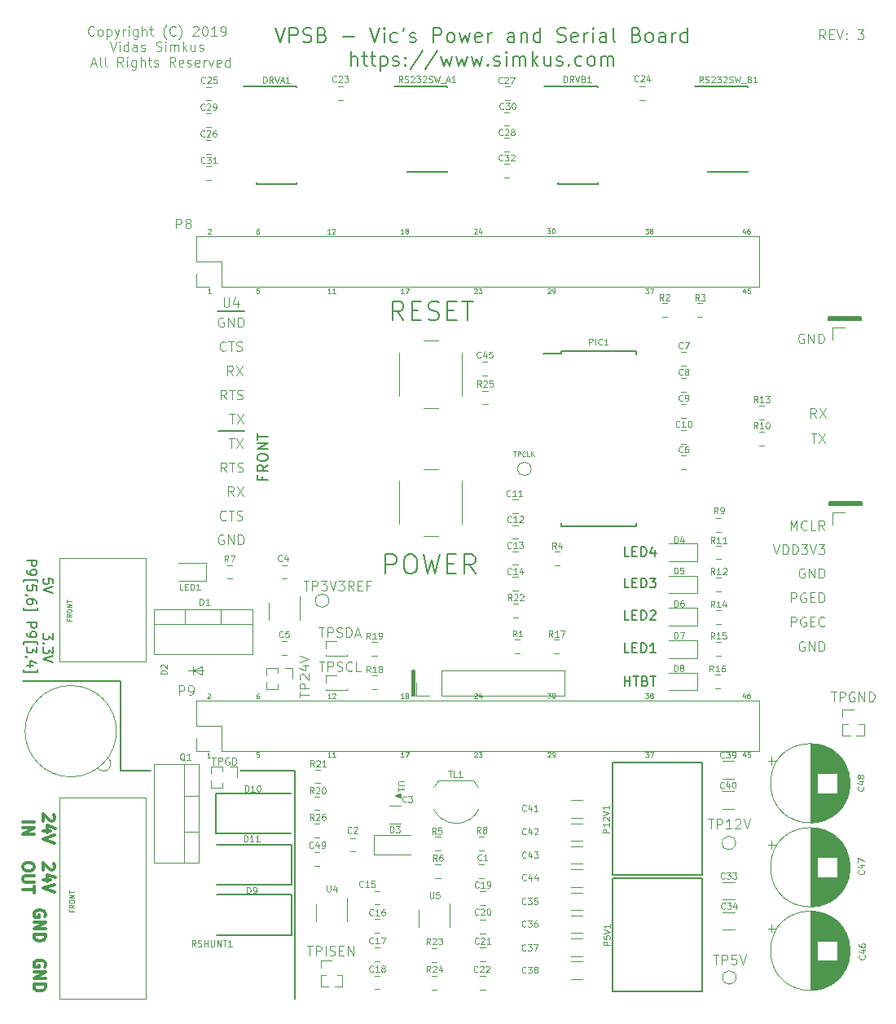
<source format=gto>
G04 #@! TF.GenerationSoftware,KiCad,Pcbnew,5.0.2-bee76a0~70~ubuntu18.04.1*
G04 #@! TF.CreationDate,2019-08-05T20:33:20-05:00*
G04 #@! TF.ProjectId,BBB_SHIELD_V2,4242425f-5348-4494-954c-445f56322e6b,rev?*
G04 #@! TF.SameCoordinates,Original*
G04 #@! TF.FileFunction,Legend,Top*
G04 #@! TF.FilePolarity,Positive*
%FSLAX46Y46*%
G04 Gerber Fmt 4.6, Leading zero omitted, Abs format (unit mm)*
G04 Created by KiCad (PCBNEW 5.0.2-bee76a0~70~ubuntu18.04.1) date Mon 05 Aug 2019 08:33:20 PM CDT*
%MOMM*%
%LPD*%
G01*
G04 APERTURE LIST*
%ADD10C,0.100000*%
%ADD11C,0.200000*%
%ADD12C,0.150000*%
%ADD13C,0.300000*%
%ADD14C,0.120000*%
%ADD15C,0.050000*%
G04 APERTURE END LIST*
D10*
X188123333Y-44202380D02*
X187790000Y-43726190D01*
X187551904Y-44202380D02*
X187551904Y-43202380D01*
X187932857Y-43202380D01*
X188028095Y-43250000D01*
X188075714Y-43297619D01*
X188123333Y-43392857D01*
X188123333Y-43535714D01*
X188075714Y-43630952D01*
X188028095Y-43678571D01*
X187932857Y-43726190D01*
X187551904Y-43726190D01*
X188551904Y-43678571D02*
X188885238Y-43678571D01*
X189028095Y-44202380D02*
X188551904Y-44202380D01*
X188551904Y-43202380D01*
X189028095Y-43202380D01*
X189313809Y-43202380D02*
X189647142Y-44202380D01*
X189980476Y-43202380D01*
X190313809Y-44107142D02*
X190361428Y-44154761D01*
X190313809Y-44202380D01*
X190266190Y-44154761D01*
X190313809Y-44107142D01*
X190313809Y-44202380D01*
X190313809Y-43583333D02*
X190361428Y-43630952D01*
X190313809Y-43678571D01*
X190266190Y-43630952D01*
X190313809Y-43583333D01*
X190313809Y-43678571D01*
X191456666Y-43202380D02*
X192075714Y-43202380D01*
X191742380Y-43583333D01*
X191885238Y-43583333D01*
X191980476Y-43630952D01*
X192028095Y-43678571D01*
X192075714Y-43773809D01*
X192075714Y-44011904D01*
X192028095Y-44107142D01*
X191980476Y-44154761D01*
X191885238Y-44202380D01*
X191599523Y-44202380D01*
X191504285Y-44154761D01*
X191456666Y-44107142D01*
X133462380Y-112606666D02*
X133462380Y-112035238D01*
X134462380Y-112320952D02*
X133462380Y-112320952D01*
X134462380Y-111701904D02*
X133462380Y-111701904D01*
X133462380Y-111320952D01*
X133510000Y-111225714D01*
X133557619Y-111178095D01*
X133652857Y-111130476D01*
X133795714Y-111130476D01*
X133890952Y-111178095D01*
X133938571Y-111225714D01*
X133986190Y-111320952D01*
X133986190Y-111701904D01*
X133557619Y-110749523D02*
X133510000Y-110701904D01*
X133462380Y-110606666D01*
X133462380Y-110368571D01*
X133510000Y-110273333D01*
X133557619Y-110225714D01*
X133652857Y-110178095D01*
X133748095Y-110178095D01*
X133890952Y-110225714D01*
X134462380Y-110797142D01*
X134462380Y-110178095D01*
X133795714Y-109320952D02*
X134462380Y-109320952D01*
X133414761Y-109559047D02*
X134129047Y-109797142D01*
X134129047Y-109178095D01*
X133462380Y-108940000D02*
X134462380Y-108606666D01*
X133462380Y-108273333D01*
D11*
X107817619Y-105943809D02*
X107817619Y-106562857D01*
X107436666Y-106229523D01*
X107436666Y-106372380D01*
X107389047Y-106467619D01*
X107341428Y-106515238D01*
X107246190Y-106562857D01*
X107008095Y-106562857D01*
X106912857Y-106515238D01*
X106865238Y-106467619D01*
X106817619Y-106372380D01*
X106817619Y-106086666D01*
X106865238Y-105991428D01*
X106912857Y-105943809D01*
X106912857Y-106991428D02*
X106865238Y-107039047D01*
X106817619Y-106991428D01*
X106865238Y-106943809D01*
X106912857Y-106991428D01*
X106817619Y-106991428D01*
X107817619Y-107372380D02*
X107817619Y-107991428D01*
X107436666Y-107658095D01*
X107436666Y-107800952D01*
X107389047Y-107896190D01*
X107341428Y-107943809D01*
X107246190Y-107991428D01*
X107008095Y-107991428D01*
X106912857Y-107943809D01*
X106865238Y-107896190D01*
X106817619Y-107800952D01*
X106817619Y-107515238D01*
X106865238Y-107420000D01*
X106912857Y-107372380D01*
X107817619Y-108277142D02*
X106817619Y-108610476D01*
X107817619Y-108943809D01*
X105117619Y-104824761D02*
X106117619Y-104824761D01*
X106117619Y-105205714D01*
X106070000Y-105300952D01*
X106022380Y-105348571D01*
X105927142Y-105396190D01*
X105784285Y-105396190D01*
X105689047Y-105348571D01*
X105641428Y-105300952D01*
X105593809Y-105205714D01*
X105593809Y-104824761D01*
X105117619Y-105872380D02*
X105117619Y-106062857D01*
X105165238Y-106158095D01*
X105212857Y-106205714D01*
X105355714Y-106300952D01*
X105546190Y-106348571D01*
X105927142Y-106348571D01*
X106022380Y-106300952D01*
X106070000Y-106253333D01*
X106117619Y-106158095D01*
X106117619Y-105967619D01*
X106070000Y-105872380D01*
X106022380Y-105824761D01*
X105927142Y-105777142D01*
X105689047Y-105777142D01*
X105593809Y-105824761D01*
X105546190Y-105872380D01*
X105498571Y-105967619D01*
X105498571Y-106158095D01*
X105546190Y-106253333D01*
X105593809Y-106300952D01*
X105689047Y-106348571D01*
X104784285Y-107062857D02*
X104784285Y-106824761D01*
X106212857Y-106824761D01*
X106212857Y-107062857D01*
X106117619Y-107348571D02*
X106117619Y-107967619D01*
X105736666Y-107634285D01*
X105736666Y-107777142D01*
X105689047Y-107872380D01*
X105641428Y-107920000D01*
X105546190Y-107967619D01*
X105308095Y-107967619D01*
X105212857Y-107920000D01*
X105165238Y-107872380D01*
X105117619Y-107777142D01*
X105117619Y-107491428D01*
X105165238Y-107396190D01*
X105212857Y-107348571D01*
X105165238Y-108443809D02*
X105117619Y-108443809D01*
X105022380Y-108396190D01*
X104974761Y-108348571D01*
X105784285Y-109300952D02*
X105117619Y-109300952D01*
X106165238Y-109062857D02*
X105450952Y-108824761D01*
X105450952Y-109443809D01*
X104784285Y-109729523D02*
X104784285Y-109967619D01*
X106212857Y-109967619D01*
X106212857Y-109729523D01*
D12*
G36*
X145430000Y-112410000D02*
X145220000Y-112410000D01*
X145220000Y-109830000D01*
X145430000Y-109830000D01*
X145430000Y-112410000D01*
G37*
X145430000Y-112410000D02*
X145220000Y-112410000D01*
X145220000Y-109830000D01*
X145430000Y-109830000D01*
X145430000Y-112410000D01*
G36*
X191850000Y-73360000D02*
X188460000Y-73360000D01*
X188460000Y-73060000D01*
X191850000Y-73060000D01*
X191850000Y-73360000D01*
G37*
X191850000Y-73360000D02*
X188460000Y-73360000D01*
X188460000Y-73060000D01*
X191850000Y-73060000D01*
X191850000Y-73360000D01*
G36*
X191900000Y-92610000D02*
X188510000Y-92610000D01*
X188510000Y-92310000D01*
X191900000Y-92310000D01*
X191900000Y-92610000D01*
G37*
X191900000Y-92610000D02*
X188510000Y-92610000D01*
X188510000Y-92310000D01*
X191900000Y-92310000D01*
X191900000Y-92610000D01*
D10*
X124320714Y-118839285D02*
X124749285Y-118839285D01*
X124535000Y-119589285D02*
X124535000Y-118839285D01*
X124999285Y-119589285D02*
X124999285Y-118839285D01*
X125285000Y-118839285D01*
X125356428Y-118875000D01*
X125392142Y-118910714D01*
X125427857Y-118982142D01*
X125427857Y-119089285D01*
X125392142Y-119160714D01*
X125356428Y-119196428D01*
X125285000Y-119232142D01*
X124999285Y-119232142D01*
X126142142Y-118875000D02*
X126070714Y-118839285D01*
X125963571Y-118839285D01*
X125856428Y-118875000D01*
X125785000Y-118946428D01*
X125749285Y-119017857D01*
X125713571Y-119160714D01*
X125713571Y-119267857D01*
X125749285Y-119410714D01*
X125785000Y-119482142D01*
X125856428Y-119553571D01*
X125963571Y-119589285D01*
X126035000Y-119589285D01*
X126142142Y-119553571D01*
X126177857Y-119517857D01*
X126177857Y-119267857D01*
X126035000Y-119267857D01*
X126499285Y-119589285D02*
X126499285Y-118839285D01*
X126677857Y-118839285D01*
X126785000Y-118875000D01*
X126856428Y-118946428D01*
X126892142Y-119017857D01*
X126927857Y-119160714D01*
X126927857Y-119267857D01*
X126892142Y-119410714D01*
X126856428Y-119482142D01*
X126785000Y-119553571D01*
X126677857Y-119589285D01*
X126499285Y-119589285D01*
X123907142Y-112243809D02*
X123930952Y-112220000D01*
X123978571Y-112196190D01*
X124097619Y-112196190D01*
X124145238Y-112220000D01*
X124169047Y-112243809D01*
X124192857Y-112291428D01*
X124192857Y-112339047D01*
X124169047Y-112410476D01*
X123883333Y-112696190D01*
X124192857Y-112696190D01*
X124192857Y-118836190D02*
X123907142Y-118836190D01*
X124050000Y-118836190D02*
X124050000Y-118336190D01*
X124002380Y-118407619D01*
X123954761Y-118455238D01*
X123907142Y-118479047D01*
X123947142Y-63973809D02*
X123970952Y-63950000D01*
X124018571Y-63926190D01*
X124137619Y-63926190D01*
X124185238Y-63950000D01*
X124209047Y-63973809D01*
X124232857Y-64021428D01*
X124232857Y-64069047D01*
X124209047Y-64140476D01*
X123923333Y-64426190D01*
X124232857Y-64426190D01*
X124282857Y-70576190D02*
X123997142Y-70576190D01*
X124140000Y-70576190D02*
X124140000Y-70076190D01*
X124092380Y-70147619D01*
X124044761Y-70195238D01*
X123997142Y-70219047D01*
X144284761Y-64396190D02*
X143999047Y-64396190D01*
X144141904Y-64396190D02*
X144141904Y-63896190D01*
X144094285Y-63967619D01*
X144046666Y-64015238D01*
X143999047Y-64039047D01*
X144570476Y-64110476D02*
X144522857Y-64086666D01*
X144499047Y-64062857D01*
X144475238Y-64015238D01*
X144475238Y-63991428D01*
X144499047Y-63943809D01*
X144522857Y-63920000D01*
X144570476Y-63896190D01*
X144665714Y-63896190D01*
X144713333Y-63920000D01*
X144737142Y-63943809D01*
X144760952Y-63991428D01*
X144760952Y-64015238D01*
X144737142Y-64062857D01*
X144713333Y-64086666D01*
X144665714Y-64110476D01*
X144570476Y-64110476D01*
X144522857Y-64134285D01*
X144499047Y-64158095D01*
X144475238Y-64205714D01*
X144475238Y-64300952D01*
X144499047Y-64348571D01*
X144522857Y-64372380D01*
X144570476Y-64396190D01*
X144665714Y-64396190D01*
X144713333Y-64372380D01*
X144737142Y-64348571D01*
X144760952Y-64300952D01*
X144760952Y-64205714D01*
X144737142Y-64158095D01*
X144713333Y-64134285D01*
X144665714Y-64110476D01*
X151629047Y-63933809D02*
X151652857Y-63910000D01*
X151700476Y-63886190D01*
X151819523Y-63886190D01*
X151867142Y-63910000D01*
X151890952Y-63933809D01*
X151914761Y-63981428D01*
X151914761Y-64029047D01*
X151890952Y-64100476D01*
X151605238Y-64386190D01*
X151914761Y-64386190D01*
X152343333Y-64052857D02*
X152343333Y-64386190D01*
X152224285Y-63862380D02*
X152105238Y-64219523D01*
X152414761Y-64219523D01*
X136694761Y-64406190D02*
X136409047Y-64406190D01*
X136551904Y-64406190D02*
X136551904Y-63906190D01*
X136504285Y-63977619D01*
X136456666Y-64025238D01*
X136409047Y-64049047D01*
X136885238Y-63953809D02*
X136909047Y-63930000D01*
X136956666Y-63906190D01*
X137075714Y-63906190D01*
X137123333Y-63930000D01*
X137147142Y-63953809D01*
X137170952Y-64001428D01*
X137170952Y-64049047D01*
X137147142Y-64120476D01*
X136861428Y-64406190D01*
X137170952Y-64406190D01*
X179767142Y-64062857D02*
X179767142Y-64396190D01*
X179648095Y-63872380D02*
X179529047Y-64229523D01*
X179838571Y-64229523D01*
X180243333Y-63896190D02*
X180148095Y-63896190D01*
X180100476Y-63920000D01*
X180076666Y-63943809D01*
X180029047Y-64015238D01*
X180005238Y-64110476D01*
X180005238Y-64300952D01*
X180029047Y-64348571D01*
X180052857Y-64372380D01*
X180100476Y-64396190D01*
X180195714Y-64396190D01*
X180243333Y-64372380D01*
X180267142Y-64348571D01*
X180290952Y-64300952D01*
X180290952Y-64181904D01*
X180267142Y-64134285D01*
X180243333Y-64110476D01*
X180195714Y-64086666D01*
X180100476Y-64086666D01*
X180052857Y-64110476D01*
X180029047Y-64134285D01*
X180005238Y-64181904D01*
X159215238Y-63866190D02*
X159524761Y-63866190D01*
X159358095Y-64056666D01*
X159429523Y-64056666D01*
X159477142Y-64080476D01*
X159500952Y-64104285D01*
X159524761Y-64151904D01*
X159524761Y-64270952D01*
X159500952Y-64318571D01*
X159477142Y-64342380D01*
X159429523Y-64366190D01*
X159286666Y-64366190D01*
X159239047Y-64342380D01*
X159215238Y-64318571D01*
X159834285Y-63866190D02*
X159881904Y-63866190D01*
X159929523Y-63890000D01*
X159953333Y-63913809D01*
X159977142Y-63961428D01*
X160000952Y-64056666D01*
X160000952Y-64175714D01*
X159977142Y-64270952D01*
X159953333Y-64318571D01*
X159929523Y-64342380D01*
X159881904Y-64366190D01*
X159834285Y-64366190D01*
X159786666Y-64342380D01*
X159762857Y-64318571D01*
X159739047Y-64270952D01*
X159715238Y-64175714D01*
X159715238Y-64056666D01*
X159739047Y-63961428D01*
X159762857Y-63913809D01*
X159786666Y-63890000D01*
X159834285Y-63866190D01*
X129225238Y-63926190D02*
X129130000Y-63926190D01*
X129082380Y-63950000D01*
X129058571Y-63973809D01*
X129010952Y-64045238D01*
X128987142Y-64140476D01*
X128987142Y-64330952D01*
X129010952Y-64378571D01*
X129034761Y-64402380D01*
X129082380Y-64426190D01*
X129177619Y-64426190D01*
X129225238Y-64402380D01*
X129249047Y-64378571D01*
X129272857Y-64330952D01*
X129272857Y-64211904D01*
X129249047Y-64164285D01*
X129225238Y-64140476D01*
X129177619Y-64116666D01*
X129082380Y-64116666D01*
X129034761Y-64140476D01*
X129010952Y-64164285D01*
X128987142Y-64211904D01*
X169405238Y-63896190D02*
X169714761Y-63896190D01*
X169548095Y-64086666D01*
X169619523Y-64086666D01*
X169667142Y-64110476D01*
X169690952Y-64134285D01*
X169714761Y-64181904D01*
X169714761Y-64300952D01*
X169690952Y-64348571D01*
X169667142Y-64372380D01*
X169619523Y-64396190D01*
X169476666Y-64396190D01*
X169429047Y-64372380D01*
X169405238Y-64348571D01*
X170000476Y-64110476D02*
X169952857Y-64086666D01*
X169929047Y-64062857D01*
X169905238Y-64015238D01*
X169905238Y-63991428D01*
X169929047Y-63943809D01*
X169952857Y-63920000D01*
X170000476Y-63896190D01*
X170095714Y-63896190D01*
X170143333Y-63920000D01*
X170167142Y-63943809D01*
X170190952Y-63991428D01*
X170190952Y-64015238D01*
X170167142Y-64062857D01*
X170143333Y-64086666D01*
X170095714Y-64110476D01*
X170000476Y-64110476D01*
X169952857Y-64134285D01*
X169929047Y-64158095D01*
X169905238Y-64205714D01*
X169905238Y-64300952D01*
X169929047Y-64348571D01*
X169952857Y-64372380D01*
X170000476Y-64396190D01*
X170095714Y-64396190D01*
X170143333Y-64372380D01*
X170167142Y-64348571D01*
X170190952Y-64300952D01*
X170190952Y-64205714D01*
X170167142Y-64158095D01*
X170143333Y-64134285D01*
X170095714Y-64110476D01*
X179777142Y-112342857D02*
X179777142Y-112676190D01*
X179658095Y-112152380D02*
X179539047Y-112509523D01*
X179848571Y-112509523D01*
X180253333Y-112176190D02*
X180158095Y-112176190D01*
X180110476Y-112200000D01*
X180086666Y-112223809D01*
X180039047Y-112295238D01*
X180015238Y-112390476D01*
X180015238Y-112580952D01*
X180039047Y-112628571D01*
X180062857Y-112652380D01*
X180110476Y-112676190D01*
X180205714Y-112676190D01*
X180253333Y-112652380D01*
X180277142Y-112628571D01*
X180300952Y-112580952D01*
X180300952Y-112461904D01*
X180277142Y-112414285D01*
X180253333Y-112390476D01*
X180205714Y-112366666D01*
X180110476Y-112366666D01*
X180062857Y-112390476D01*
X180039047Y-112414285D01*
X180015238Y-112461904D01*
X169415238Y-112176190D02*
X169724761Y-112176190D01*
X169558095Y-112366666D01*
X169629523Y-112366666D01*
X169677142Y-112390476D01*
X169700952Y-112414285D01*
X169724761Y-112461904D01*
X169724761Y-112580952D01*
X169700952Y-112628571D01*
X169677142Y-112652380D01*
X169629523Y-112676190D01*
X169486666Y-112676190D01*
X169439047Y-112652380D01*
X169415238Y-112628571D01*
X170010476Y-112390476D02*
X169962857Y-112366666D01*
X169939047Y-112342857D01*
X169915238Y-112295238D01*
X169915238Y-112271428D01*
X169939047Y-112223809D01*
X169962857Y-112200000D01*
X170010476Y-112176190D01*
X170105714Y-112176190D01*
X170153333Y-112200000D01*
X170177142Y-112223809D01*
X170200952Y-112271428D01*
X170200952Y-112295238D01*
X170177142Y-112342857D01*
X170153333Y-112366666D01*
X170105714Y-112390476D01*
X170010476Y-112390476D01*
X169962857Y-112414285D01*
X169939047Y-112438095D01*
X169915238Y-112485714D01*
X169915238Y-112580952D01*
X169939047Y-112628571D01*
X169962857Y-112652380D01*
X170010476Y-112676190D01*
X170105714Y-112676190D01*
X170153333Y-112652380D01*
X170177142Y-112628571D01*
X170200952Y-112580952D01*
X170200952Y-112485714D01*
X170177142Y-112438095D01*
X170153333Y-112414285D01*
X170105714Y-112390476D01*
X159225238Y-112146190D02*
X159534761Y-112146190D01*
X159368095Y-112336666D01*
X159439523Y-112336666D01*
X159487142Y-112360476D01*
X159510952Y-112384285D01*
X159534761Y-112431904D01*
X159534761Y-112550952D01*
X159510952Y-112598571D01*
X159487142Y-112622380D01*
X159439523Y-112646190D01*
X159296666Y-112646190D01*
X159249047Y-112622380D01*
X159225238Y-112598571D01*
X159844285Y-112146190D02*
X159891904Y-112146190D01*
X159939523Y-112170000D01*
X159963333Y-112193809D01*
X159987142Y-112241428D01*
X160010952Y-112336666D01*
X160010952Y-112455714D01*
X159987142Y-112550952D01*
X159963333Y-112598571D01*
X159939523Y-112622380D01*
X159891904Y-112646190D01*
X159844285Y-112646190D01*
X159796666Y-112622380D01*
X159772857Y-112598571D01*
X159749047Y-112550952D01*
X159725238Y-112455714D01*
X159725238Y-112336666D01*
X159749047Y-112241428D01*
X159772857Y-112193809D01*
X159796666Y-112170000D01*
X159844285Y-112146190D01*
X151639047Y-112213809D02*
X151662857Y-112190000D01*
X151710476Y-112166190D01*
X151829523Y-112166190D01*
X151877142Y-112190000D01*
X151900952Y-112213809D01*
X151924761Y-112261428D01*
X151924761Y-112309047D01*
X151900952Y-112380476D01*
X151615238Y-112666190D01*
X151924761Y-112666190D01*
X152353333Y-112332857D02*
X152353333Y-112666190D01*
X152234285Y-112142380D02*
X152115238Y-112499523D01*
X152424761Y-112499523D01*
X144294761Y-112676190D02*
X144009047Y-112676190D01*
X144151904Y-112676190D02*
X144151904Y-112176190D01*
X144104285Y-112247619D01*
X144056666Y-112295238D01*
X144009047Y-112319047D01*
X144580476Y-112390476D02*
X144532857Y-112366666D01*
X144509047Y-112342857D01*
X144485238Y-112295238D01*
X144485238Y-112271428D01*
X144509047Y-112223809D01*
X144532857Y-112200000D01*
X144580476Y-112176190D01*
X144675714Y-112176190D01*
X144723333Y-112200000D01*
X144747142Y-112223809D01*
X144770952Y-112271428D01*
X144770952Y-112295238D01*
X144747142Y-112342857D01*
X144723333Y-112366666D01*
X144675714Y-112390476D01*
X144580476Y-112390476D01*
X144532857Y-112414285D01*
X144509047Y-112438095D01*
X144485238Y-112485714D01*
X144485238Y-112580952D01*
X144509047Y-112628571D01*
X144532857Y-112652380D01*
X144580476Y-112676190D01*
X144675714Y-112676190D01*
X144723333Y-112652380D01*
X144747142Y-112628571D01*
X144770952Y-112580952D01*
X144770952Y-112485714D01*
X144747142Y-112438095D01*
X144723333Y-112414285D01*
X144675714Y-112390476D01*
X136704761Y-112686190D02*
X136419047Y-112686190D01*
X136561904Y-112686190D02*
X136561904Y-112186190D01*
X136514285Y-112257619D01*
X136466666Y-112305238D01*
X136419047Y-112329047D01*
X136895238Y-112233809D02*
X136919047Y-112210000D01*
X136966666Y-112186190D01*
X137085714Y-112186190D01*
X137133333Y-112210000D01*
X137157142Y-112233809D01*
X137180952Y-112281428D01*
X137180952Y-112329047D01*
X137157142Y-112400476D01*
X136871428Y-112686190D01*
X137180952Y-112686190D01*
X129235238Y-112206190D02*
X129140000Y-112206190D01*
X129092380Y-112230000D01*
X129068571Y-112253809D01*
X129020952Y-112325238D01*
X128997142Y-112420476D01*
X128997142Y-112610952D01*
X129020952Y-112658571D01*
X129044761Y-112682380D01*
X129092380Y-112706190D01*
X129187619Y-112706190D01*
X129235238Y-112682380D01*
X129259047Y-112658571D01*
X129282857Y-112610952D01*
X129282857Y-112491904D01*
X129259047Y-112444285D01*
X129235238Y-112420476D01*
X129187619Y-112396666D01*
X129092380Y-112396666D01*
X129044761Y-112420476D01*
X129020952Y-112444285D01*
X128997142Y-112491904D01*
X112111428Y-43737142D02*
X112063809Y-43784761D01*
X111920952Y-43832380D01*
X111825714Y-43832380D01*
X111682857Y-43784761D01*
X111587619Y-43689523D01*
X111540000Y-43594285D01*
X111492380Y-43403809D01*
X111492380Y-43260952D01*
X111540000Y-43070476D01*
X111587619Y-42975238D01*
X111682857Y-42880000D01*
X111825714Y-42832380D01*
X111920952Y-42832380D01*
X112063809Y-42880000D01*
X112111428Y-42927619D01*
X112682857Y-43832380D02*
X112587619Y-43784761D01*
X112540000Y-43737142D01*
X112492380Y-43641904D01*
X112492380Y-43356190D01*
X112540000Y-43260952D01*
X112587619Y-43213333D01*
X112682857Y-43165714D01*
X112825714Y-43165714D01*
X112920952Y-43213333D01*
X112968571Y-43260952D01*
X113016190Y-43356190D01*
X113016190Y-43641904D01*
X112968571Y-43737142D01*
X112920952Y-43784761D01*
X112825714Y-43832380D01*
X112682857Y-43832380D01*
X113444761Y-43165714D02*
X113444761Y-44165714D01*
X113444761Y-43213333D02*
X113540000Y-43165714D01*
X113730476Y-43165714D01*
X113825714Y-43213333D01*
X113873333Y-43260952D01*
X113920952Y-43356190D01*
X113920952Y-43641904D01*
X113873333Y-43737142D01*
X113825714Y-43784761D01*
X113730476Y-43832380D01*
X113540000Y-43832380D01*
X113444761Y-43784761D01*
X114254285Y-43165714D02*
X114492380Y-43832380D01*
X114730476Y-43165714D02*
X114492380Y-43832380D01*
X114397142Y-44070476D01*
X114349523Y-44118095D01*
X114254285Y-44165714D01*
X115111428Y-43832380D02*
X115111428Y-43165714D01*
X115111428Y-43356190D02*
X115159047Y-43260952D01*
X115206666Y-43213333D01*
X115301904Y-43165714D01*
X115397142Y-43165714D01*
X115730476Y-43832380D02*
X115730476Y-43165714D01*
X115730476Y-42832380D02*
X115682857Y-42880000D01*
X115730476Y-42927619D01*
X115778095Y-42880000D01*
X115730476Y-42832380D01*
X115730476Y-42927619D01*
X116635238Y-43165714D02*
X116635238Y-43975238D01*
X116587619Y-44070476D01*
X116540000Y-44118095D01*
X116444761Y-44165714D01*
X116301904Y-44165714D01*
X116206666Y-44118095D01*
X116635238Y-43784761D02*
X116540000Y-43832380D01*
X116349523Y-43832380D01*
X116254285Y-43784761D01*
X116206666Y-43737142D01*
X116159047Y-43641904D01*
X116159047Y-43356190D01*
X116206666Y-43260952D01*
X116254285Y-43213333D01*
X116349523Y-43165714D01*
X116540000Y-43165714D01*
X116635238Y-43213333D01*
X117111428Y-43832380D02*
X117111428Y-42832380D01*
X117540000Y-43832380D02*
X117540000Y-43308571D01*
X117492380Y-43213333D01*
X117397142Y-43165714D01*
X117254285Y-43165714D01*
X117159047Y-43213333D01*
X117111428Y-43260952D01*
X117873333Y-43165714D02*
X118254285Y-43165714D01*
X118016190Y-42832380D02*
X118016190Y-43689523D01*
X118063809Y-43784761D01*
X118159047Y-43832380D01*
X118254285Y-43832380D01*
X119635238Y-44213333D02*
X119587619Y-44165714D01*
X119492380Y-44022857D01*
X119444761Y-43927619D01*
X119397142Y-43784761D01*
X119349523Y-43546666D01*
X119349523Y-43356190D01*
X119397142Y-43118095D01*
X119444761Y-42975238D01*
X119492380Y-42880000D01*
X119587619Y-42737142D01*
X119635238Y-42689523D01*
X120587619Y-43737142D02*
X120540000Y-43784761D01*
X120397142Y-43832380D01*
X120301904Y-43832380D01*
X120159047Y-43784761D01*
X120063809Y-43689523D01*
X120016190Y-43594285D01*
X119968571Y-43403809D01*
X119968571Y-43260952D01*
X120016190Y-43070476D01*
X120063809Y-42975238D01*
X120159047Y-42880000D01*
X120301904Y-42832380D01*
X120397142Y-42832380D01*
X120540000Y-42880000D01*
X120587619Y-42927619D01*
X120920952Y-44213333D02*
X120968571Y-44165714D01*
X121063809Y-44022857D01*
X121111428Y-43927619D01*
X121159047Y-43784761D01*
X121206666Y-43546666D01*
X121206666Y-43356190D01*
X121159047Y-43118095D01*
X121111428Y-42975238D01*
X121063809Y-42880000D01*
X120968571Y-42737142D01*
X120920952Y-42689523D01*
X122397142Y-42927619D02*
X122444761Y-42880000D01*
X122540000Y-42832380D01*
X122778095Y-42832380D01*
X122873333Y-42880000D01*
X122920952Y-42927619D01*
X122968571Y-43022857D01*
X122968571Y-43118095D01*
X122920952Y-43260952D01*
X122349523Y-43832380D01*
X122968571Y-43832380D01*
X123587619Y-42832380D02*
X123682857Y-42832380D01*
X123778095Y-42880000D01*
X123825714Y-42927619D01*
X123873333Y-43022857D01*
X123920952Y-43213333D01*
X123920952Y-43451428D01*
X123873333Y-43641904D01*
X123825714Y-43737142D01*
X123778095Y-43784761D01*
X123682857Y-43832380D01*
X123587619Y-43832380D01*
X123492380Y-43784761D01*
X123444761Y-43737142D01*
X123397142Y-43641904D01*
X123349523Y-43451428D01*
X123349523Y-43213333D01*
X123397142Y-43022857D01*
X123444761Y-42927619D01*
X123492380Y-42880000D01*
X123587619Y-42832380D01*
X124873333Y-43832380D02*
X124301904Y-43832380D01*
X124587619Y-43832380D02*
X124587619Y-42832380D01*
X124492380Y-42975238D01*
X124397142Y-43070476D01*
X124301904Y-43118095D01*
X125349523Y-43832380D02*
X125540000Y-43832380D01*
X125635238Y-43784761D01*
X125682857Y-43737142D01*
X125778095Y-43594285D01*
X125825714Y-43403809D01*
X125825714Y-43022857D01*
X125778095Y-42927619D01*
X125730476Y-42880000D01*
X125635238Y-42832380D01*
X125444761Y-42832380D01*
X125349523Y-42880000D01*
X125301904Y-42927619D01*
X125254285Y-43022857D01*
X125254285Y-43260952D01*
X125301904Y-43356190D01*
X125349523Y-43403809D01*
X125444761Y-43451428D01*
X125635238Y-43451428D01*
X125730476Y-43403809D01*
X125778095Y-43356190D01*
X125825714Y-43260952D01*
X113754285Y-44432380D02*
X114087619Y-45432380D01*
X114420952Y-44432380D01*
X114754285Y-45432380D02*
X114754285Y-44765714D01*
X114754285Y-44432380D02*
X114706666Y-44480000D01*
X114754285Y-44527619D01*
X114801904Y-44480000D01*
X114754285Y-44432380D01*
X114754285Y-44527619D01*
X115659047Y-45432380D02*
X115659047Y-44432380D01*
X115659047Y-45384761D02*
X115563809Y-45432380D01*
X115373333Y-45432380D01*
X115278095Y-45384761D01*
X115230476Y-45337142D01*
X115182857Y-45241904D01*
X115182857Y-44956190D01*
X115230476Y-44860952D01*
X115278095Y-44813333D01*
X115373333Y-44765714D01*
X115563809Y-44765714D01*
X115659047Y-44813333D01*
X116563809Y-45432380D02*
X116563809Y-44908571D01*
X116516190Y-44813333D01*
X116420952Y-44765714D01*
X116230476Y-44765714D01*
X116135238Y-44813333D01*
X116563809Y-45384761D02*
X116468571Y-45432380D01*
X116230476Y-45432380D01*
X116135238Y-45384761D01*
X116087619Y-45289523D01*
X116087619Y-45194285D01*
X116135238Y-45099047D01*
X116230476Y-45051428D01*
X116468571Y-45051428D01*
X116563809Y-45003809D01*
X116992380Y-45384761D02*
X117087619Y-45432380D01*
X117278095Y-45432380D01*
X117373333Y-45384761D01*
X117420952Y-45289523D01*
X117420952Y-45241904D01*
X117373333Y-45146666D01*
X117278095Y-45099047D01*
X117135238Y-45099047D01*
X117040000Y-45051428D01*
X116992380Y-44956190D01*
X116992380Y-44908571D01*
X117040000Y-44813333D01*
X117135238Y-44765714D01*
X117278095Y-44765714D01*
X117373333Y-44813333D01*
X118563809Y-45384761D02*
X118706666Y-45432380D01*
X118944761Y-45432380D01*
X119040000Y-45384761D01*
X119087619Y-45337142D01*
X119135238Y-45241904D01*
X119135238Y-45146666D01*
X119087619Y-45051428D01*
X119040000Y-45003809D01*
X118944761Y-44956190D01*
X118754285Y-44908571D01*
X118659047Y-44860952D01*
X118611428Y-44813333D01*
X118563809Y-44718095D01*
X118563809Y-44622857D01*
X118611428Y-44527619D01*
X118659047Y-44480000D01*
X118754285Y-44432380D01*
X118992380Y-44432380D01*
X119135238Y-44480000D01*
X119563809Y-45432380D02*
X119563809Y-44765714D01*
X119563809Y-44432380D02*
X119516190Y-44480000D01*
X119563809Y-44527619D01*
X119611428Y-44480000D01*
X119563809Y-44432380D01*
X119563809Y-44527619D01*
X120040000Y-45432380D02*
X120040000Y-44765714D01*
X120040000Y-44860952D02*
X120087619Y-44813333D01*
X120182857Y-44765714D01*
X120325714Y-44765714D01*
X120420952Y-44813333D01*
X120468571Y-44908571D01*
X120468571Y-45432380D01*
X120468571Y-44908571D02*
X120516190Y-44813333D01*
X120611428Y-44765714D01*
X120754285Y-44765714D01*
X120849523Y-44813333D01*
X120897142Y-44908571D01*
X120897142Y-45432380D01*
X121373333Y-45432380D02*
X121373333Y-44432380D01*
X121468571Y-45051428D02*
X121754285Y-45432380D01*
X121754285Y-44765714D02*
X121373333Y-45146666D01*
X122611428Y-44765714D02*
X122611428Y-45432380D01*
X122182857Y-44765714D02*
X122182857Y-45289523D01*
X122230476Y-45384761D01*
X122325714Y-45432380D01*
X122468571Y-45432380D01*
X122563809Y-45384761D01*
X122611428Y-45337142D01*
X123040000Y-45384761D02*
X123135238Y-45432380D01*
X123325714Y-45432380D01*
X123420952Y-45384761D01*
X123468571Y-45289523D01*
X123468571Y-45241904D01*
X123420952Y-45146666D01*
X123325714Y-45099047D01*
X123182857Y-45099047D01*
X123087619Y-45051428D01*
X123040000Y-44956190D01*
X123040000Y-44908571D01*
X123087619Y-44813333D01*
X123182857Y-44765714D01*
X123325714Y-44765714D01*
X123420952Y-44813333D01*
X111849523Y-46746666D02*
X112325714Y-46746666D01*
X111754285Y-47032380D02*
X112087619Y-46032380D01*
X112420952Y-47032380D01*
X112897142Y-47032380D02*
X112801904Y-46984761D01*
X112754285Y-46889523D01*
X112754285Y-46032380D01*
X113420952Y-47032380D02*
X113325714Y-46984761D01*
X113278095Y-46889523D01*
X113278095Y-46032380D01*
X115135238Y-47032380D02*
X114801904Y-46556190D01*
X114563809Y-47032380D02*
X114563809Y-46032380D01*
X114944761Y-46032380D01*
X115040000Y-46080000D01*
X115087619Y-46127619D01*
X115135238Y-46222857D01*
X115135238Y-46365714D01*
X115087619Y-46460952D01*
X115040000Y-46508571D01*
X114944761Y-46556190D01*
X114563809Y-46556190D01*
X115563809Y-47032380D02*
X115563809Y-46365714D01*
X115563809Y-46032380D02*
X115516190Y-46080000D01*
X115563809Y-46127619D01*
X115611428Y-46080000D01*
X115563809Y-46032380D01*
X115563809Y-46127619D01*
X116468571Y-46365714D02*
X116468571Y-47175238D01*
X116420952Y-47270476D01*
X116373333Y-47318095D01*
X116278095Y-47365714D01*
X116135238Y-47365714D01*
X116040000Y-47318095D01*
X116468571Y-46984761D02*
X116373333Y-47032380D01*
X116182857Y-47032380D01*
X116087619Y-46984761D01*
X116040000Y-46937142D01*
X115992380Y-46841904D01*
X115992380Y-46556190D01*
X116040000Y-46460952D01*
X116087619Y-46413333D01*
X116182857Y-46365714D01*
X116373333Y-46365714D01*
X116468571Y-46413333D01*
X116944761Y-47032380D02*
X116944761Y-46032380D01*
X117373333Y-47032380D02*
X117373333Y-46508571D01*
X117325714Y-46413333D01*
X117230476Y-46365714D01*
X117087619Y-46365714D01*
X116992380Y-46413333D01*
X116944761Y-46460952D01*
X117706666Y-46365714D02*
X118087619Y-46365714D01*
X117849523Y-46032380D02*
X117849523Y-46889523D01*
X117897142Y-46984761D01*
X117992380Y-47032380D01*
X118087619Y-47032380D01*
X118373333Y-46984761D02*
X118468571Y-47032380D01*
X118659047Y-47032380D01*
X118754285Y-46984761D01*
X118801904Y-46889523D01*
X118801904Y-46841904D01*
X118754285Y-46746666D01*
X118659047Y-46699047D01*
X118516190Y-46699047D01*
X118420952Y-46651428D01*
X118373333Y-46556190D01*
X118373333Y-46508571D01*
X118420952Y-46413333D01*
X118516190Y-46365714D01*
X118659047Y-46365714D01*
X118754285Y-46413333D01*
X120563809Y-47032380D02*
X120230476Y-46556190D01*
X119992380Y-47032380D02*
X119992380Y-46032380D01*
X120373333Y-46032380D01*
X120468571Y-46080000D01*
X120516190Y-46127619D01*
X120563809Y-46222857D01*
X120563809Y-46365714D01*
X120516190Y-46460952D01*
X120468571Y-46508571D01*
X120373333Y-46556190D01*
X119992380Y-46556190D01*
X121373333Y-46984761D02*
X121278095Y-47032380D01*
X121087619Y-47032380D01*
X120992380Y-46984761D01*
X120944761Y-46889523D01*
X120944761Y-46508571D01*
X120992380Y-46413333D01*
X121087619Y-46365714D01*
X121278095Y-46365714D01*
X121373333Y-46413333D01*
X121420952Y-46508571D01*
X121420952Y-46603809D01*
X120944761Y-46699047D01*
X121801904Y-46984761D02*
X121897142Y-47032380D01*
X122087619Y-47032380D01*
X122182857Y-46984761D01*
X122230476Y-46889523D01*
X122230476Y-46841904D01*
X122182857Y-46746666D01*
X122087619Y-46699047D01*
X121944761Y-46699047D01*
X121849523Y-46651428D01*
X121801904Y-46556190D01*
X121801904Y-46508571D01*
X121849523Y-46413333D01*
X121944761Y-46365714D01*
X122087619Y-46365714D01*
X122182857Y-46413333D01*
X123040000Y-46984761D02*
X122944761Y-47032380D01*
X122754285Y-47032380D01*
X122659047Y-46984761D01*
X122611428Y-46889523D01*
X122611428Y-46508571D01*
X122659047Y-46413333D01*
X122754285Y-46365714D01*
X122944761Y-46365714D01*
X123040000Y-46413333D01*
X123087619Y-46508571D01*
X123087619Y-46603809D01*
X122611428Y-46699047D01*
X123516190Y-47032380D02*
X123516190Y-46365714D01*
X123516190Y-46556190D02*
X123563809Y-46460952D01*
X123611428Y-46413333D01*
X123706666Y-46365714D01*
X123801904Y-46365714D01*
X124040000Y-46365714D02*
X124278095Y-47032380D01*
X124516190Y-46365714D01*
X125278095Y-46984761D02*
X125182857Y-47032380D01*
X124992380Y-47032380D01*
X124897142Y-46984761D01*
X124849523Y-46889523D01*
X124849523Y-46508571D01*
X124897142Y-46413333D01*
X124992380Y-46365714D01*
X125182857Y-46365714D01*
X125278095Y-46413333D01*
X125325714Y-46508571D01*
X125325714Y-46603809D01*
X124849523Y-46699047D01*
X126182857Y-47032380D02*
X126182857Y-46032380D01*
X126182857Y-46984761D02*
X126087619Y-47032380D01*
X125897142Y-47032380D01*
X125801904Y-46984761D01*
X125754285Y-46937142D01*
X125706666Y-46841904D01*
X125706666Y-46556190D01*
X125754285Y-46460952D01*
X125801904Y-46413333D01*
X125897142Y-46365714D01*
X126087619Y-46365714D01*
X126182857Y-46413333D01*
X125593095Y-71027380D02*
X125593095Y-71836904D01*
X125640714Y-71932142D01*
X125688333Y-71979761D01*
X125783571Y-72027380D01*
X125974047Y-72027380D01*
X126069285Y-71979761D01*
X126116904Y-71932142D01*
X126164523Y-71836904D01*
X126164523Y-71027380D01*
X127069285Y-71360714D02*
X127069285Y-72027380D01*
X126831190Y-70979761D02*
X126593095Y-71694047D01*
X127212142Y-71694047D01*
D11*
X127705000Y-72450000D02*
X124980000Y-72450000D01*
X127780000Y-84875000D02*
X125030000Y-84875000D01*
D10*
X155704761Y-87051190D02*
X155990476Y-87051190D01*
X155847619Y-87551190D02*
X155847619Y-87051190D01*
X156157142Y-87551190D02*
X156157142Y-87051190D01*
X156347619Y-87051190D01*
X156395238Y-87075000D01*
X156419047Y-87098809D01*
X156442857Y-87146428D01*
X156442857Y-87217857D01*
X156419047Y-87265476D01*
X156395238Y-87289285D01*
X156347619Y-87313095D01*
X156157142Y-87313095D01*
X156942857Y-87503571D02*
X156919047Y-87527380D01*
X156847619Y-87551190D01*
X156800000Y-87551190D01*
X156728571Y-87527380D01*
X156680952Y-87479761D01*
X156657142Y-87432142D01*
X156633333Y-87336904D01*
X156633333Y-87265476D01*
X156657142Y-87170238D01*
X156680952Y-87122619D01*
X156728571Y-87075000D01*
X156800000Y-87051190D01*
X156847619Y-87051190D01*
X156919047Y-87075000D01*
X156942857Y-87098809D01*
X157395238Y-87551190D02*
X157157142Y-87551190D01*
X157157142Y-87051190D01*
X157561904Y-87551190D02*
X157561904Y-87051190D01*
X157847619Y-87551190D02*
X157633333Y-87265476D01*
X157847619Y-87051190D02*
X157561904Y-87336904D01*
X135503333Y-108872380D02*
X136074761Y-108872380D01*
X135789047Y-109872380D02*
X135789047Y-108872380D01*
X136408095Y-109872380D02*
X136408095Y-108872380D01*
X136789047Y-108872380D01*
X136884285Y-108920000D01*
X136931904Y-108967619D01*
X136979523Y-109062857D01*
X136979523Y-109205714D01*
X136931904Y-109300952D01*
X136884285Y-109348571D01*
X136789047Y-109396190D01*
X136408095Y-109396190D01*
X137360476Y-109824761D02*
X137503333Y-109872380D01*
X137741428Y-109872380D01*
X137836666Y-109824761D01*
X137884285Y-109777142D01*
X137931904Y-109681904D01*
X137931904Y-109586666D01*
X137884285Y-109491428D01*
X137836666Y-109443809D01*
X137741428Y-109396190D01*
X137550952Y-109348571D01*
X137455714Y-109300952D01*
X137408095Y-109253333D01*
X137360476Y-109158095D01*
X137360476Y-109062857D01*
X137408095Y-108967619D01*
X137455714Y-108920000D01*
X137550952Y-108872380D01*
X137789047Y-108872380D01*
X137931904Y-108920000D01*
X138931904Y-109777142D02*
X138884285Y-109824761D01*
X138741428Y-109872380D01*
X138646190Y-109872380D01*
X138503333Y-109824761D01*
X138408095Y-109729523D01*
X138360476Y-109634285D01*
X138312857Y-109443809D01*
X138312857Y-109300952D01*
X138360476Y-109110476D01*
X138408095Y-109015238D01*
X138503333Y-108920000D01*
X138646190Y-108872380D01*
X138741428Y-108872380D01*
X138884285Y-108920000D01*
X138931904Y-108967619D01*
X139836666Y-109872380D02*
X139360476Y-109872380D01*
X139360476Y-108872380D01*
X135479523Y-105322380D02*
X136050952Y-105322380D01*
X135765238Y-106322380D02*
X135765238Y-105322380D01*
X136384285Y-106322380D02*
X136384285Y-105322380D01*
X136765238Y-105322380D01*
X136860476Y-105370000D01*
X136908095Y-105417619D01*
X136955714Y-105512857D01*
X136955714Y-105655714D01*
X136908095Y-105750952D01*
X136860476Y-105798571D01*
X136765238Y-105846190D01*
X136384285Y-105846190D01*
X137336666Y-106274761D02*
X137479523Y-106322380D01*
X137717619Y-106322380D01*
X137812857Y-106274761D01*
X137860476Y-106227142D01*
X137908095Y-106131904D01*
X137908095Y-106036666D01*
X137860476Y-105941428D01*
X137812857Y-105893809D01*
X137717619Y-105846190D01*
X137527142Y-105798571D01*
X137431904Y-105750952D01*
X137384285Y-105703333D01*
X137336666Y-105608095D01*
X137336666Y-105512857D01*
X137384285Y-105417619D01*
X137431904Y-105370000D01*
X137527142Y-105322380D01*
X137765238Y-105322380D01*
X137908095Y-105370000D01*
X138336666Y-106322380D02*
X138336666Y-105322380D01*
X138574761Y-105322380D01*
X138717619Y-105370000D01*
X138812857Y-105465238D01*
X138860476Y-105560476D01*
X138908095Y-105750952D01*
X138908095Y-105893809D01*
X138860476Y-106084285D01*
X138812857Y-106179523D01*
X138717619Y-106274761D01*
X138574761Y-106322380D01*
X138336666Y-106322380D01*
X139289047Y-106036666D02*
X139765238Y-106036666D01*
X139193809Y-106322380D02*
X139527142Y-105322380D01*
X139860476Y-106322380D01*
X134263809Y-138432380D02*
X134835238Y-138432380D01*
X134549523Y-139432380D02*
X134549523Y-138432380D01*
X135168571Y-139432380D02*
X135168571Y-138432380D01*
X135549523Y-138432380D01*
X135644761Y-138480000D01*
X135692380Y-138527619D01*
X135740000Y-138622857D01*
X135740000Y-138765714D01*
X135692380Y-138860952D01*
X135644761Y-138908571D01*
X135549523Y-138956190D01*
X135168571Y-138956190D01*
X136168571Y-139432380D02*
X136168571Y-138432380D01*
X136597142Y-139384761D02*
X136740000Y-139432380D01*
X136978095Y-139432380D01*
X137073333Y-139384761D01*
X137120952Y-139337142D01*
X137168571Y-139241904D01*
X137168571Y-139146666D01*
X137120952Y-139051428D01*
X137073333Y-139003809D01*
X136978095Y-138956190D01*
X136787619Y-138908571D01*
X136692380Y-138860952D01*
X136644761Y-138813333D01*
X136597142Y-138718095D01*
X136597142Y-138622857D01*
X136644761Y-138527619D01*
X136692380Y-138480000D01*
X136787619Y-138432380D01*
X137025714Y-138432380D01*
X137168571Y-138480000D01*
X137597142Y-138908571D02*
X137930476Y-138908571D01*
X138073333Y-139432380D02*
X137597142Y-139432380D01*
X137597142Y-138432380D01*
X138073333Y-138432380D01*
X138501904Y-139432380D02*
X138501904Y-138432380D01*
X139073333Y-139432380D01*
X139073333Y-138432380D01*
X176479523Y-139362380D02*
X177050952Y-139362380D01*
X176765238Y-140362380D02*
X176765238Y-139362380D01*
X177384285Y-140362380D02*
X177384285Y-139362380D01*
X177765238Y-139362380D01*
X177860476Y-139410000D01*
X177908095Y-139457619D01*
X177955714Y-139552857D01*
X177955714Y-139695714D01*
X177908095Y-139790952D01*
X177860476Y-139838571D01*
X177765238Y-139886190D01*
X177384285Y-139886190D01*
X178860476Y-139362380D02*
X178384285Y-139362380D01*
X178336666Y-139838571D01*
X178384285Y-139790952D01*
X178479523Y-139743333D01*
X178717619Y-139743333D01*
X178812857Y-139790952D01*
X178860476Y-139838571D01*
X178908095Y-139933809D01*
X178908095Y-140171904D01*
X178860476Y-140267142D01*
X178812857Y-140314761D01*
X178717619Y-140362380D01*
X178479523Y-140362380D01*
X178384285Y-140314761D01*
X178336666Y-140267142D01*
X179193809Y-139362380D02*
X179527142Y-140362380D01*
X179860476Y-139362380D01*
X175943333Y-125242380D02*
X176514761Y-125242380D01*
X176229047Y-126242380D02*
X176229047Y-125242380D01*
X176848095Y-126242380D02*
X176848095Y-125242380D01*
X177229047Y-125242380D01*
X177324285Y-125290000D01*
X177371904Y-125337619D01*
X177419523Y-125432857D01*
X177419523Y-125575714D01*
X177371904Y-125670952D01*
X177324285Y-125718571D01*
X177229047Y-125766190D01*
X176848095Y-125766190D01*
X178371904Y-126242380D02*
X177800476Y-126242380D01*
X178086190Y-126242380D02*
X178086190Y-125242380D01*
X177990952Y-125385238D01*
X177895714Y-125480476D01*
X177800476Y-125528095D01*
X178752857Y-125337619D02*
X178800476Y-125290000D01*
X178895714Y-125242380D01*
X179133809Y-125242380D01*
X179229047Y-125290000D01*
X179276666Y-125337619D01*
X179324285Y-125432857D01*
X179324285Y-125528095D01*
X179276666Y-125670952D01*
X178705238Y-126242380D01*
X179324285Y-126242380D01*
X179610000Y-125242380D02*
X179943333Y-126242380D01*
X180276666Y-125242380D01*
X188710476Y-112032380D02*
X189281904Y-112032380D01*
X188996190Y-113032380D02*
X188996190Y-112032380D01*
X189615238Y-113032380D02*
X189615238Y-112032380D01*
X189996190Y-112032380D01*
X190091428Y-112080000D01*
X190139047Y-112127619D01*
X190186666Y-112222857D01*
X190186666Y-112365714D01*
X190139047Y-112460952D01*
X190091428Y-112508571D01*
X189996190Y-112556190D01*
X189615238Y-112556190D01*
X191139047Y-112080000D02*
X191043809Y-112032380D01*
X190900952Y-112032380D01*
X190758095Y-112080000D01*
X190662857Y-112175238D01*
X190615238Y-112270476D01*
X190567619Y-112460952D01*
X190567619Y-112603809D01*
X190615238Y-112794285D01*
X190662857Y-112889523D01*
X190758095Y-112984761D01*
X190900952Y-113032380D01*
X190996190Y-113032380D01*
X191139047Y-112984761D01*
X191186666Y-112937142D01*
X191186666Y-112603809D01*
X190996190Y-112603809D01*
X191615238Y-113032380D02*
X191615238Y-112032380D01*
X192186666Y-113032380D01*
X192186666Y-112032380D01*
X192662857Y-113032380D02*
X192662857Y-112032380D01*
X192900952Y-112032380D01*
X193043809Y-112080000D01*
X193139047Y-112175238D01*
X193186666Y-112270476D01*
X193234285Y-112460952D01*
X193234285Y-112603809D01*
X193186666Y-112794285D01*
X193139047Y-112889523D01*
X193043809Y-112984761D01*
X192900952Y-113032380D01*
X192662857Y-113032380D01*
X133882380Y-100482380D02*
X134453809Y-100482380D01*
X134168095Y-101482380D02*
X134168095Y-100482380D01*
X134787142Y-101482380D02*
X134787142Y-100482380D01*
X135168095Y-100482380D01*
X135263333Y-100530000D01*
X135310952Y-100577619D01*
X135358571Y-100672857D01*
X135358571Y-100815714D01*
X135310952Y-100910952D01*
X135263333Y-100958571D01*
X135168095Y-101006190D01*
X134787142Y-101006190D01*
X135691904Y-100482380D02*
X136310952Y-100482380D01*
X135977619Y-100863333D01*
X136120476Y-100863333D01*
X136215714Y-100910952D01*
X136263333Y-100958571D01*
X136310952Y-101053809D01*
X136310952Y-101291904D01*
X136263333Y-101387142D01*
X136215714Y-101434761D01*
X136120476Y-101482380D01*
X135834761Y-101482380D01*
X135739523Y-101434761D01*
X135691904Y-101387142D01*
X136596666Y-100482380D02*
X136930000Y-101482380D01*
X137263333Y-100482380D01*
X137501428Y-100482380D02*
X138120476Y-100482380D01*
X137787142Y-100863333D01*
X137930000Y-100863333D01*
X138025238Y-100910952D01*
X138072857Y-100958571D01*
X138120476Y-101053809D01*
X138120476Y-101291904D01*
X138072857Y-101387142D01*
X138025238Y-101434761D01*
X137930000Y-101482380D01*
X137644285Y-101482380D01*
X137549047Y-101434761D01*
X137501428Y-101387142D01*
X139120476Y-101482380D02*
X138787142Y-101006190D01*
X138549047Y-101482380D02*
X138549047Y-100482380D01*
X138930000Y-100482380D01*
X139025238Y-100530000D01*
X139072857Y-100577619D01*
X139120476Y-100672857D01*
X139120476Y-100815714D01*
X139072857Y-100910952D01*
X139025238Y-100958571D01*
X138930000Y-101006190D01*
X138549047Y-101006190D01*
X139549047Y-100958571D02*
X139882380Y-100958571D01*
X140025238Y-101482380D02*
X139549047Y-101482380D01*
X139549047Y-100482380D01*
X140025238Y-100482380D01*
X140787142Y-100958571D02*
X140453809Y-100958571D01*
X140453809Y-101482380D02*
X140453809Y-100482380D01*
X140930000Y-100482380D01*
D11*
X133000000Y-120200000D02*
X133000000Y-143900000D01*
X127300000Y-120200000D02*
X133000000Y-120200000D01*
X114900000Y-120200000D02*
X118000000Y-120200000D01*
X114900000Y-110900000D02*
X114900000Y-120200000D01*
X104700000Y-110900000D02*
X114900000Y-110900000D01*
D10*
X151629047Y-70143809D02*
X151652857Y-70120000D01*
X151700476Y-70096190D01*
X151819523Y-70096190D01*
X151867142Y-70120000D01*
X151890952Y-70143809D01*
X151914761Y-70191428D01*
X151914761Y-70239047D01*
X151890952Y-70310476D01*
X151605238Y-70596190D01*
X151914761Y-70596190D01*
X152081428Y-70096190D02*
X152390952Y-70096190D01*
X152224285Y-70286666D01*
X152295714Y-70286666D01*
X152343333Y-70310476D01*
X152367142Y-70334285D01*
X152390952Y-70381904D01*
X152390952Y-70500952D01*
X152367142Y-70548571D01*
X152343333Y-70572380D01*
X152295714Y-70596190D01*
X152152857Y-70596190D01*
X152105238Y-70572380D01*
X152081428Y-70548571D01*
X129229047Y-70096190D02*
X128990952Y-70096190D01*
X128967142Y-70334285D01*
X128990952Y-70310476D01*
X129038571Y-70286666D01*
X129157619Y-70286666D01*
X129205238Y-70310476D01*
X129229047Y-70334285D01*
X129252857Y-70381904D01*
X129252857Y-70500952D01*
X129229047Y-70548571D01*
X129205238Y-70572380D01*
X129157619Y-70596190D01*
X129038571Y-70596190D01*
X128990952Y-70572380D01*
X128967142Y-70548571D01*
X144304761Y-70596190D02*
X144019047Y-70596190D01*
X144161904Y-70596190D02*
X144161904Y-70096190D01*
X144114285Y-70167619D01*
X144066666Y-70215238D01*
X144019047Y-70239047D01*
X144471428Y-70096190D02*
X144804761Y-70096190D01*
X144590476Y-70596190D01*
X136704761Y-70596190D02*
X136419047Y-70596190D01*
X136561904Y-70596190D02*
X136561904Y-70096190D01*
X136514285Y-70167619D01*
X136466666Y-70215238D01*
X136419047Y-70239047D01*
X137180952Y-70596190D02*
X136895238Y-70596190D01*
X137038095Y-70596190D02*
X137038095Y-70096190D01*
X136990476Y-70167619D01*
X136942857Y-70215238D01*
X136895238Y-70239047D01*
X159269047Y-70143809D02*
X159292857Y-70120000D01*
X159340476Y-70096190D01*
X159459523Y-70096190D01*
X159507142Y-70120000D01*
X159530952Y-70143809D01*
X159554761Y-70191428D01*
X159554761Y-70239047D01*
X159530952Y-70310476D01*
X159245238Y-70596190D01*
X159554761Y-70596190D01*
X159792857Y-70596190D02*
X159888095Y-70596190D01*
X159935714Y-70572380D01*
X159959523Y-70548571D01*
X160007142Y-70477142D01*
X160030952Y-70381904D01*
X160030952Y-70191428D01*
X160007142Y-70143809D01*
X159983333Y-70120000D01*
X159935714Y-70096190D01*
X159840476Y-70096190D01*
X159792857Y-70120000D01*
X159769047Y-70143809D01*
X159745238Y-70191428D01*
X159745238Y-70310476D01*
X159769047Y-70358095D01*
X159792857Y-70381904D01*
X159840476Y-70405714D01*
X159935714Y-70405714D01*
X159983333Y-70381904D01*
X160007142Y-70358095D01*
X160030952Y-70310476D01*
X179817142Y-70262857D02*
X179817142Y-70596190D01*
X179698095Y-70072380D02*
X179579047Y-70429523D01*
X179888571Y-70429523D01*
X180317142Y-70096190D02*
X180079047Y-70096190D01*
X180055238Y-70334285D01*
X180079047Y-70310476D01*
X180126666Y-70286666D01*
X180245714Y-70286666D01*
X180293333Y-70310476D01*
X180317142Y-70334285D01*
X180340952Y-70381904D01*
X180340952Y-70500952D01*
X180317142Y-70548571D01*
X180293333Y-70572380D01*
X180245714Y-70596190D01*
X180126666Y-70596190D01*
X180079047Y-70572380D01*
X180055238Y-70548571D01*
X169435238Y-70096190D02*
X169744761Y-70096190D01*
X169578095Y-70286666D01*
X169649523Y-70286666D01*
X169697142Y-70310476D01*
X169720952Y-70334285D01*
X169744761Y-70381904D01*
X169744761Y-70500952D01*
X169720952Y-70548571D01*
X169697142Y-70572380D01*
X169649523Y-70596190D01*
X169506666Y-70596190D01*
X169459047Y-70572380D01*
X169435238Y-70548571D01*
X169911428Y-70096190D02*
X170244761Y-70096190D01*
X170030476Y-70596190D01*
X179817142Y-118462857D02*
X179817142Y-118796190D01*
X179698095Y-118272380D02*
X179579047Y-118629523D01*
X179888571Y-118629523D01*
X180317142Y-118296190D02*
X180079047Y-118296190D01*
X180055238Y-118534285D01*
X180079047Y-118510476D01*
X180126666Y-118486666D01*
X180245714Y-118486666D01*
X180293333Y-118510476D01*
X180317142Y-118534285D01*
X180340952Y-118581904D01*
X180340952Y-118700952D01*
X180317142Y-118748571D01*
X180293333Y-118772380D01*
X180245714Y-118796190D01*
X180126666Y-118796190D01*
X180079047Y-118772380D01*
X180055238Y-118748571D01*
X169435238Y-118296190D02*
X169744761Y-118296190D01*
X169578095Y-118486666D01*
X169649523Y-118486666D01*
X169697142Y-118510476D01*
X169720952Y-118534285D01*
X169744761Y-118581904D01*
X169744761Y-118700952D01*
X169720952Y-118748571D01*
X169697142Y-118772380D01*
X169649523Y-118796190D01*
X169506666Y-118796190D01*
X169459047Y-118772380D01*
X169435238Y-118748571D01*
X169911428Y-118296190D02*
X170244761Y-118296190D01*
X170030476Y-118796190D01*
X159269047Y-118343809D02*
X159292857Y-118320000D01*
X159340476Y-118296190D01*
X159459523Y-118296190D01*
X159507142Y-118320000D01*
X159530952Y-118343809D01*
X159554761Y-118391428D01*
X159554761Y-118439047D01*
X159530952Y-118510476D01*
X159245238Y-118796190D01*
X159554761Y-118796190D01*
X159792857Y-118796190D02*
X159888095Y-118796190D01*
X159935714Y-118772380D01*
X159959523Y-118748571D01*
X160007142Y-118677142D01*
X160030952Y-118581904D01*
X160030952Y-118391428D01*
X160007142Y-118343809D01*
X159983333Y-118320000D01*
X159935714Y-118296190D01*
X159840476Y-118296190D01*
X159792857Y-118320000D01*
X159769047Y-118343809D01*
X159745238Y-118391428D01*
X159745238Y-118510476D01*
X159769047Y-118558095D01*
X159792857Y-118581904D01*
X159840476Y-118605714D01*
X159935714Y-118605714D01*
X159983333Y-118581904D01*
X160007142Y-118558095D01*
X160030952Y-118510476D01*
X151629047Y-118343809D02*
X151652857Y-118320000D01*
X151700476Y-118296190D01*
X151819523Y-118296190D01*
X151867142Y-118320000D01*
X151890952Y-118343809D01*
X151914761Y-118391428D01*
X151914761Y-118439047D01*
X151890952Y-118510476D01*
X151605238Y-118796190D01*
X151914761Y-118796190D01*
X152081428Y-118296190D02*
X152390952Y-118296190D01*
X152224285Y-118486666D01*
X152295714Y-118486666D01*
X152343333Y-118510476D01*
X152367142Y-118534285D01*
X152390952Y-118581904D01*
X152390952Y-118700952D01*
X152367142Y-118748571D01*
X152343333Y-118772380D01*
X152295714Y-118796190D01*
X152152857Y-118796190D01*
X152105238Y-118772380D01*
X152081428Y-118748571D01*
X144304761Y-118796190D02*
X144019047Y-118796190D01*
X144161904Y-118796190D02*
X144161904Y-118296190D01*
X144114285Y-118367619D01*
X144066666Y-118415238D01*
X144019047Y-118439047D01*
X144471428Y-118296190D02*
X144804761Y-118296190D01*
X144590476Y-118796190D01*
X136704761Y-118796190D02*
X136419047Y-118796190D01*
X136561904Y-118796190D02*
X136561904Y-118296190D01*
X136514285Y-118367619D01*
X136466666Y-118415238D01*
X136419047Y-118439047D01*
X137180952Y-118796190D02*
X136895238Y-118796190D01*
X137038095Y-118796190D02*
X137038095Y-118296190D01*
X136990476Y-118367619D01*
X136942857Y-118415238D01*
X136895238Y-118439047D01*
X129229047Y-118296190D02*
X128990952Y-118296190D01*
X128967142Y-118534285D01*
X128990952Y-118510476D01*
X129038571Y-118486666D01*
X129157619Y-118486666D01*
X129205238Y-118510476D01*
X129229047Y-118534285D01*
X129252857Y-118581904D01*
X129252857Y-118700952D01*
X129229047Y-118748571D01*
X129205238Y-118772380D01*
X129157619Y-118796190D01*
X129038571Y-118796190D01*
X128990952Y-118772380D01*
X128967142Y-118748571D01*
X120931904Y-112362380D02*
X120931904Y-111362380D01*
X121312857Y-111362380D01*
X121408095Y-111410000D01*
X121455714Y-111457619D01*
X121503333Y-111552857D01*
X121503333Y-111695714D01*
X121455714Y-111790952D01*
X121408095Y-111838571D01*
X121312857Y-111886190D01*
X120931904Y-111886190D01*
X121979523Y-112362380D02*
X122170000Y-112362380D01*
X122265238Y-112314761D01*
X122312857Y-112267142D01*
X122408095Y-112124285D01*
X122455714Y-111933809D01*
X122455714Y-111552857D01*
X122408095Y-111457619D01*
X122360476Y-111410000D01*
X122265238Y-111362380D01*
X122074761Y-111362380D01*
X121979523Y-111410000D01*
X121931904Y-111457619D01*
X121884285Y-111552857D01*
X121884285Y-111790952D01*
X121931904Y-111886190D01*
X121979523Y-111933809D01*
X122074761Y-111981428D01*
X122265238Y-111981428D01*
X122360476Y-111933809D01*
X122408095Y-111886190D01*
X122455714Y-111790952D01*
X120651904Y-63852380D02*
X120651904Y-62852380D01*
X121032857Y-62852380D01*
X121128095Y-62900000D01*
X121175714Y-62947619D01*
X121223333Y-63042857D01*
X121223333Y-63185714D01*
X121175714Y-63280952D01*
X121128095Y-63328571D01*
X121032857Y-63376190D01*
X120651904Y-63376190D01*
X121794761Y-63280952D02*
X121699523Y-63233333D01*
X121651904Y-63185714D01*
X121604285Y-63090476D01*
X121604285Y-63042857D01*
X121651904Y-62947619D01*
X121699523Y-62900000D01*
X121794761Y-62852380D01*
X121985238Y-62852380D01*
X122080476Y-62900000D01*
X122128095Y-62947619D01*
X122175714Y-63042857D01*
X122175714Y-63090476D01*
X122128095Y-63185714D01*
X122080476Y-63233333D01*
X121985238Y-63280952D01*
X121794761Y-63280952D01*
X121699523Y-63328571D01*
X121651904Y-63376190D01*
X121604285Y-63471428D01*
X121604285Y-63661904D01*
X121651904Y-63757142D01*
X121699523Y-63804761D01*
X121794761Y-63852380D01*
X121985238Y-63852380D01*
X122080476Y-63804761D01*
X122128095Y-63757142D01*
X122175714Y-63661904D01*
X122175714Y-63471428D01*
X122128095Y-63376190D01*
X122080476Y-63328571D01*
X121985238Y-63280952D01*
X186638095Y-85202380D02*
X187209523Y-85202380D01*
X186923809Y-86202380D02*
X186923809Y-85202380D01*
X187447619Y-85202380D02*
X188114285Y-86202380D01*
X188114285Y-85202380D02*
X187447619Y-86202380D01*
X187158333Y-83552380D02*
X186825000Y-83076190D01*
X186586904Y-83552380D02*
X186586904Y-82552380D01*
X186967857Y-82552380D01*
X187063095Y-82600000D01*
X187110714Y-82647619D01*
X187158333Y-82742857D01*
X187158333Y-82885714D01*
X187110714Y-82980952D01*
X187063095Y-83028571D01*
X186967857Y-83076190D01*
X186586904Y-83076190D01*
X187491666Y-82552380D02*
X188158333Y-83552380D01*
X188158333Y-82552380D02*
X187491666Y-83552380D01*
X185888095Y-74850000D02*
X185792857Y-74802380D01*
X185650000Y-74802380D01*
X185507142Y-74850000D01*
X185411904Y-74945238D01*
X185364285Y-75040476D01*
X185316666Y-75230952D01*
X185316666Y-75373809D01*
X185364285Y-75564285D01*
X185411904Y-75659523D01*
X185507142Y-75754761D01*
X185650000Y-75802380D01*
X185745238Y-75802380D01*
X185888095Y-75754761D01*
X185935714Y-75707142D01*
X185935714Y-75373809D01*
X185745238Y-75373809D01*
X186364285Y-75802380D02*
X186364285Y-74802380D01*
X186935714Y-75802380D01*
X186935714Y-74802380D01*
X187411904Y-75802380D02*
X187411904Y-74802380D01*
X187650000Y-74802380D01*
X187792857Y-74850000D01*
X187888095Y-74945238D01*
X187935714Y-75040476D01*
X187983333Y-75230952D01*
X187983333Y-75373809D01*
X187935714Y-75564285D01*
X187888095Y-75659523D01*
X187792857Y-75754761D01*
X187650000Y-75802380D01*
X187411904Y-75802380D01*
X184511904Y-95202380D02*
X184511904Y-94202380D01*
X184845238Y-94916666D01*
X185178571Y-94202380D01*
X185178571Y-95202380D01*
X186226190Y-95107142D02*
X186178571Y-95154761D01*
X186035714Y-95202380D01*
X185940476Y-95202380D01*
X185797619Y-95154761D01*
X185702380Y-95059523D01*
X185654761Y-94964285D01*
X185607142Y-94773809D01*
X185607142Y-94630952D01*
X185654761Y-94440476D01*
X185702380Y-94345238D01*
X185797619Y-94250000D01*
X185940476Y-94202380D01*
X186035714Y-94202380D01*
X186178571Y-94250000D01*
X186226190Y-94297619D01*
X187130952Y-95202380D02*
X186654761Y-95202380D01*
X186654761Y-94202380D01*
X188035714Y-95202380D02*
X187702380Y-94726190D01*
X187464285Y-95202380D02*
X187464285Y-94202380D01*
X187845238Y-94202380D01*
X187940476Y-94250000D01*
X187988095Y-94297619D01*
X188035714Y-94392857D01*
X188035714Y-94535714D01*
X187988095Y-94630952D01*
X187940476Y-94678571D01*
X187845238Y-94726190D01*
X187464285Y-94726190D01*
X182705714Y-96702380D02*
X183039047Y-97702380D01*
X183372380Y-96702380D01*
X183705714Y-97702380D02*
X183705714Y-96702380D01*
X183943809Y-96702380D01*
X184086666Y-96750000D01*
X184181904Y-96845238D01*
X184229523Y-96940476D01*
X184277142Y-97130952D01*
X184277142Y-97273809D01*
X184229523Y-97464285D01*
X184181904Y-97559523D01*
X184086666Y-97654761D01*
X183943809Y-97702380D01*
X183705714Y-97702380D01*
X184705714Y-97702380D02*
X184705714Y-96702380D01*
X184943809Y-96702380D01*
X185086666Y-96750000D01*
X185181904Y-96845238D01*
X185229523Y-96940476D01*
X185277142Y-97130952D01*
X185277142Y-97273809D01*
X185229523Y-97464285D01*
X185181904Y-97559523D01*
X185086666Y-97654761D01*
X184943809Y-97702380D01*
X184705714Y-97702380D01*
X185610476Y-96702380D02*
X186229523Y-96702380D01*
X185896190Y-97083333D01*
X186039047Y-97083333D01*
X186134285Y-97130952D01*
X186181904Y-97178571D01*
X186229523Y-97273809D01*
X186229523Y-97511904D01*
X186181904Y-97607142D01*
X186134285Y-97654761D01*
X186039047Y-97702380D01*
X185753333Y-97702380D01*
X185658095Y-97654761D01*
X185610476Y-97607142D01*
X186515238Y-96702380D02*
X186848571Y-97702380D01*
X187181904Y-96702380D01*
X187420000Y-96702380D02*
X188039047Y-96702380D01*
X187705714Y-97083333D01*
X187848571Y-97083333D01*
X187943809Y-97130952D01*
X187991428Y-97178571D01*
X188039047Y-97273809D01*
X188039047Y-97511904D01*
X187991428Y-97607142D01*
X187943809Y-97654761D01*
X187848571Y-97702380D01*
X187562857Y-97702380D01*
X187467619Y-97654761D01*
X187420000Y-97607142D01*
X185943809Y-99230000D02*
X185848571Y-99182380D01*
X185705714Y-99182380D01*
X185562856Y-99230000D01*
X185467618Y-99325238D01*
X185419999Y-99420476D01*
X185372380Y-99610952D01*
X185372380Y-99753809D01*
X185419999Y-99944285D01*
X185467618Y-100039523D01*
X185562856Y-100134761D01*
X185705714Y-100182380D01*
X185800952Y-100182380D01*
X185943809Y-100134761D01*
X185991428Y-100087142D01*
X185991428Y-99753809D01*
X185800952Y-99753809D01*
X186419999Y-100182380D02*
X186419999Y-99182380D01*
X186991428Y-100182380D01*
X186991428Y-99182380D01*
X187467618Y-100182380D02*
X187467618Y-99182380D01*
X187705714Y-99182380D01*
X187848571Y-99230000D01*
X187943809Y-99325238D01*
X187991428Y-99420476D01*
X188039047Y-99610952D01*
X188039047Y-99753809D01*
X187991428Y-99944285D01*
X187943809Y-100039523D01*
X187848571Y-100134761D01*
X187705714Y-100182380D01*
X187467618Y-100182380D01*
X184562857Y-102712380D02*
X184562857Y-101712380D01*
X184943809Y-101712380D01*
X185039047Y-101760000D01*
X185086666Y-101807619D01*
X185134285Y-101902857D01*
X185134285Y-102045714D01*
X185086666Y-102140952D01*
X185039047Y-102188571D01*
X184943809Y-102236190D01*
X184562857Y-102236190D01*
X186086666Y-101760000D02*
X185991428Y-101712380D01*
X185848571Y-101712380D01*
X185705714Y-101760000D01*
X185610476Y-101855238D01*
X185562857Y-101950476D01*
X185515238Y-102140952D01*
X185515238Y-102283809D01*
X185562857Y-102474285D01*
X185610476Y-102569523D01*
X185705714Y-102664761D01*
X185848571Y-102712380D01*
X185943809Y-102712380D01*
X186086666Y-102664761D01*
X186134285Y-102617142D01*
X186134285Y-102283809D01*
X185943809Y-102283809D01*
X186562857Y-102188571D02*
X186896190Y-102188571D01*
X187039047Y-102712380D02*
X186562857Y-102712380D01*
X186562857Y-101712380D01*
X187039047Y-101712380D01*
X187467619Y-102712380D02*
X187467619Y-101712380D01*
X187705714Y-101712380D01*
X187848571Y-101760000D01*
X187943809Y-101855238D01*
X187991428Y-101950476D01*
X188039047Y-102140952D01*
X188039047Y-102283809D01*
X187991428Y-102474285D01*
X187943809Y-102569523D01*
X187848571Y-102664761D01*
X187705714Y-102712380D01*
X187467619Y-102712380D01*
X184562857Y-105222380D02*
X184562857Y-104222380D01*
X184943809Y-104222380D01*
X185039047Y-104270000D01*
X185086666Y-104317619D01*
X185134285Y-104412857D01*
X185134285Y-104555714D01*
X185086666Y-104650952D01*
X185039047Y-104698571D01*
X184943809Y-104746190D01*
X184562857Y-104746190D01*
X186086666Y-104270000D02*
X185991428Y-104222380D01*
X185848571Y-104222380D01*
X185705714Y-104270000D01*
X185610476Y-104365238D01*
X185562857Y-104460476D01*
X185515238Y-104650952D01*
X185515238Y-104793809D01*
X185562857Y-104984285D01*
X185610476Y-105079523D01*
X185705714Y-105174761D01*
X185848571Y-105222380D01*
X185943809Y-105222380D01*
X186086666Y-105174761D01*
X186134285Y-105127142D01*
X186134285Y-104793809D01*
X185943809Y-104793809D01*
X186562857Y-104698571D02*
X186896190Y-104698571D01*
X187039047Y-105222380D02*
X186562857Y-105222380D01*
X186562857Y-104222380D01*
X187039047Y-104222380D01*
X188039047Y-105127142D02*
X187991428Y-105174761D01*
X187848571Y-105222380D01*
X187753333Y-105222380D01*
X187610476Y-105174761D01*
X187515238Y-105079523D01*
X187467619Y-104984285D01*
X187420000Y-104793809D01*
X187420000Y-104650952D01*
X187467619Y-104460476D01*
X187515238Y-104365238D01*
X187610476Y-104270000D01*
X187753333Y-104222380D01*
X187848571Y-104222380D01*
X187991428Y-104270000D01*
X188039047Y-104317619D01*
X185943809Y-106840000D02*
X185848571Y-106792380D01*
X185705714Y-106792380D01*
X185562856Y-106840000D01*
X185467618Y-106935238D01*
X185419999Y-107030476D01*
X185372380Y-107220952D01*
X185372380Y-107363809D01*
X185419999Y-107554285D01*
X185467618Y-107649523D01*
X185562856Y-107744761D01*
X185705714Y-107792380D01*
X185800952Y-107792380D01*
X185943809Y-107744761D01*
X185991428Y-107697142D01*
X185991428Y-107363809D01*
X185800952Y-107363809D01*
X186419999Y-107792380D02*
X186419999Y-106792380D01*
X186991428Y-107792380D01*
X186991428Y-106792380D01*
X187467618Y-107792380D02*
X187467618Y-106792380D01*
X187705714Y-106792380D01*
X187848571Y-106840000D01*
X187943809Y-106935238D01*
X187991428Y-107030476D01*
X188039047Y-107220952D01*
X188039047Y-107363809D01*
X187991428Y-107554285D01*
X187943809Y-107649523D01*
X187848571Y-107744761D01*
X187705714Y-107792380D01*
X187467618Y-107792380D01*
D11*
X130934285Y-43013571D02*
X131434285Y-44513571D01*
X131934285Y-43013571D01*
X132434285Y-44513571D02*
X132434285Y-43013571D01*
X133005714Y-43013571D01*
X133148571Y-43085000D01*
X133220000Y-43156428D01*
X133291428Y-43299285D01*
X133291428Y-43513571D01*
X133220000Y-43656428D01*
X133148571Y-43727857D01*
X133005714Y-43799285D01*
X132434285Y-43799285D01*
X133862857Y-44442142D02*
X134077142Y-44513571D01*
X134434285Y-44513571D01*
X134577142Y-44442142D01*
X134648571Y-44370714D01*
X134720000Y-44227857D01*
X134720000Y-44085000D01*
X134648571Y-43942142D01*
X134577142Y-43870714D01*
X134434285Y-43799285D01*
X134148571Y-43727857D01*
X134005714Y-43656428D01*
X133934285Y-43585000D01*
X133862857Y-43442142D01*
X133862857Y-43299285D01*
X133934285Y-43156428D01*
X134005714Y-43085000D01*
X134148571Y-43013571D01*
X134505714Y-43013571D01*
X134720000Y-43085000D01*
X135862857Y-43727857D02*
X136077142Y-43799285D01*
X136148571Y-43870714D01*
X136220000Y-44013571D01*
X136220000Y-44227857D01*
X136148571Y-44370714D01*
X136077142Y-44442142D01*
X135934285Y-44513571D01*
X135362857Y-44513571D01*
X135362857Y-43013571D01*
X135862857Y-43013571D01*
X136005714Y-43085000D01*
X136077142Y-43156428D01*
X136148571Y-43299285D01*
X136148571Y-43442142D01*
X136077142Y-43585000D01*
X136005714Y-43656428D01*
X135862857Y-43727857D01*
X135362857Y-43727857D01*
X138005714Y-43942142D02*
X139148571Y-43942142D01*
X140791428Y-43013571D02*
X141291428Y-44513571D01*
X141791428Y-43013571D01*
X142291428Y-44513571D02*
X142291428Y-43513571D01*
X142291428Y-43013571D02*
X142220000Y-43085000D01*
X142291428Y-43156428D01*
X142362857Y-43085000D01*
X142291428Y-43013571D01*
X142291428Y-43156428D01*
X143648571Y-44442142D02*
X143505714Y-44513571D01*
X143220000Y-44513571D01*
X143077142Y-44442142D01*
X143005714Y-44370714D01*
X142934285Y-44227857D01*
X142934285Y-43799285D01*
X143005714Y-43656428D01*
X143077142Y-43585000D01*
X143220000Y-43513571D01*
X143505714Y-43513571D01*
X143648571Y-43585000D01*
X144362857Y-43013571D02*
X144220000Y-43299285D01*
X144934285Y-44442142D02*
X145077142Y-44513571D01*
X145362857Y-44513571D01*
X145505714Y-44442142D01*
X145577142Y-44299285D01*
X145577142Y-44227857D01*
X145505714Y-44085000D01*
X145362857Y-44013571D01*
X145148571Y-44013571D01*
X145005714Y-43942142D01*
X144934285Y-43799285D01*
X144934285Y-43727857D01*
X145005714Y-43585000D01*
X145148571Y-43513571D01*
X145362857Y-43513571D01*
X145505714Y-43585000D01*
X147362857Y-44513571D02*
X147362857Y-43013571D01*
X147934285Y-43013571D01*
X148077142Y-43085000D01*
X148148571Y-43156428D01*
X148220000Y-43299285D01*
X148220000Y-43513571D01*
X148148571Y-43656428D01*
X148077142Y-43727857D01*
X147934285Y-43799285D01*
X147362857Y-43799285D01*
X149077142Y-44513571D02*
X148934285Y-44442142D01*
X148862857Y-44370714D01*
X148791428Y-44227857D01*
X148791428Y-43799285D01*
X148862857Y-43656428D01*
X148934285Y-43585000D01*
X149077142Y-43513571D01*
X149291428Y-43513571D01*
X149434285Y-43585000D01*
X149505714Y-43656428D01*
X149577142Y-43799285D01*
X149577142Y-44227857D01*
X149505714Y-44370714D01*
X149434285Y-44442142D01*
X149291428Y-44513571D01*
X149077142Y-44513571D01*
X150077142Y-43513571D02*
X150362857Y-44513571D01*
X150648571Y-43799285D01*
X150934285Y-44513571D01*
X151220000Y-43513571D01*
X152362857Y-44442142D02*
X152220000Y-44513571D01*
X151934285Y-44513571D01*
X151791428Y-44442142D01*
X151720000Y-44299285D01*
X151720000Y-43727857D01*
X151791428Y-43585000D01*
X151934285Y-43513571D01*
X152220000Y-43513571D01*
X152362857Y-43585000D01*
X152434285Y-43727857D01*
X152434285Y-43870714D01*
X151720000Y-44013571D01*
X153077142Y-44513571D02*
X153077142Y-43513571D01*
X153077142Y-43799285D02*
X153148571Y-43656428D01*
X153220000Y-43585000D01*
X153362857Y-43513571D01*
X153505714Y-43513571D01*
X155791428Y-44513571D02*
X155791428Y-43727857D01*
X155720000Y-43585000D01*
X155577142Y-43513571D01*
X155291428Y-43513571D01*
X155148571Y-43585000D01*
X155791428Y-44442142D02*
X155648571Y-44513571D01*
X155291428Y-44513571D01*
X155148571Y-44442142D01*
X155077142Y-44299285D01*
X155077142Y-44156428D01*
X155148571Y-44013571D01*
X155291428Y-43942142D01*
X155648571Y-43942142D01*
X155791428Y-43870714D01*
X156505714Y-43513571D02*
X156505714Y-44513571D01*
X156505714Y-43656428D02*
X156577142Y-43585000D01*
X156720000Y-43513571D01*
X156934285Y-43513571D01*
X157077142Y-43585000D01*
X157148571Y-43727857D01*
X157148571Y-44513571D01*
X158505714Y-44513571D02*
X158505714Y-43013571D01*
X158505714Y-44442142D02*
X158362857Y-44513571D01*
X158077142Y-44513571D01*
X157934285Y-44442142D01*
X157862857Y-44370714D01*
X157791428Y-44227857D01*
X157791428Y-43799285D01*
X157862857Y-43656428D01*
X157934285Y-43585000D01*
X158077142Y-43513571D01*
X158362857Y-43513571D01*
X158505714Y-43585000D01*
X160291428Y-44442142D02*
X160505714Y-44513571D01*
X160862857Y-44513571D01*
X161005714Y-44442142D01*
X161077142Y-44370714D01*
X161148571Y-44227857D01*
X161148571Y-44085000D01*
X161077142Y-43942142D01*
X161005714Y-43870714D01*
X160862857Y-43799285D01*
X160577142Y-43727857D01*
X160434285Y-43656428D01*
X160362857Y-43585000D01*
X160291428Y-43442142D01*
X160291428Y-43299285D01*
X160362857Y-43156428D01*
X160434285Y-43085000D01*
X160577142Y-43013571D01*
X160934285Y-43013571D01*
X161148571Y-43085000D01*
X162362857Y-44442142D02*
X162220000Y-44513571D01*
X161934285Y-44513571D01*
X161791428Y-44442142D01*
X161720000Y-44299285D01*
X161720000Y-43727857D01*
X161791428Y-43585000D01*
X161934285Y-43513571D01*
X162220000Y-43513571D01*
X162362857Y-43585000D01*
X162434285Y-43727857D01*
X162434285Y-43870714D01*
X161720000Y-44013571D01*
X163077142Y-44513571D02*
X163077142Y-43513571D01*
X163077142Y-43799285D02*
X163148571Y-43656428D01*
X163220000Y-43585000D01*
X163362857Y-43513571D01*
X163505714Y-43513571D01*
X164005714Y-44513571D02*
X164005714Y-43513571D01*
X164005714Y-43013571D02*
X163934285Y-43085000D01*
X164005714Y-43156428D01*
X164077142Y-43085000D01*
X164005714Y-43013571D01*
X164005714Y-43156428D01*
X165362857Y-44513571D02*
X165362857Y-43727857D01*
X165291428Y-43585000D01*
X165148571Y-43513571D01*
X164862857Y-43513571D01*
X164720000Y-43585000D01*
X165362857Y-44442142D02*
X165220000Y-44513571D01*
X164862857Y-44513571D01*
X164720000Y-44442142D01*
X164648571Y-44299285D01*
X164648571Y-44156428D01*
X164720000Y-44013571D01*
X164862857Y-43942142D01*
X165220000Y-43942142D01*
X165362857Y-43870714D01*
X166291428Y-44513571D02*
X166148571Y-44442142D01*
X166077142Y-44299285D01*
X166077142Y-43013571D01*
X168505714Y-43727857D02*
X168720000Y-43799285D01*
X168791428Y-43870714D01*
X168862857Y-44013571D01*
X168862857Y-44227857D01*
X168791428Y-44370714D01*
X168720000Y-44442142D01*
X168577142Y-44513571D01*
X168005714Y-44513571D01*
X168005714Y-43013571D01*
X168505714Y-43013571D01*
X168648571Y-43085000D01*
X168720000Y-43156428D01*
X168791428Y-43299285D01*
X168791428Y-43442142D01*
X168720000Y-43585000D01*
X168648571Y-43656428D01*
X168505714Y-43727857D01*
X168005714Y-43727857D01*
X169720000Y-44513571D02*
X169577142Y-44442142D01*
X169505714Y-44370714D01*
X169434285Y-44227857D01*
X169434285Y-43799285D01*
X169505714Y-43656428D01*
X169577142Y-43585000D01*
X169720000Y-43513571D01*
X169934285Y-43513571D01*
X170077142Y-43585000D01*
X170148571Y-43656428D01*
X170220000Y-43799285D01*
X170220000Y-44227857D01*
X170148571Y-44370714D01*
X170077142Y-44442142D01*
X169934285Y-44513571D01*
X169720000Y-44513571D01*
X171505714Y-44513571D02*
X171505714Y-43727857D01*
X171434285Y-43585000D01*
X171291428Y-43513571D01*
X171005714Y-43513571D01*
X170862857Y-43585000D01*
X171505714Y-44442142D02*
X171362857Y-44513571D01*
X171005714Y-44513571D01*
X170862857Y-44442142D01*
X170791428Y-44299285D01*
X170791428Y-44156428D01*
X170862857Y-44013571D01*
X171005714Y-43942142D01*
X171362857Y-43942142D01*
X171505714Y-43870714D01*
X172220000Y-44513571D02*
X172220000Y-43513571D01*
X172220000Y-43799285D02*
X172291428Y-43656428D01*
X172362857Y-43585000D01*
X172505714Y-43513571D01*
X172648571Y-43513571D01*
X173791428Y-44513571D02*
X173791428Y-43013571D01*
X173791428Y-44442142D02*
X173648571Y-44513571D01*
X173362857Y-44513571D01*
X173220000Y-44442142D01*
X173148571Y-44370714D01*
X173077142Y-44227857D01*
X173077142Y-43799285D01*
X173148571Y-43656428D01*
X173220000Y-43585000D01*
X173362857Y-43513571D01*
X173648571Y-43513571D01*
X173791428Y-43585000D01*
X138827142Y-46963571D02*
X138827142Y-45463571D01*
X139470000Y-46963571D02*
X139470000Y-46177857D01*
X139398571Y-46035000D01*
X139255714Y-45963571D01*
X139041428Y-45963571D01*
X138898571Y-46035000D01*
X138827142Y-46106428D01*
X139970000Y-45963571D02*
X140541428Y-45963571D01*
X140184285Y-45463571D02*
X140184285Y-46749285D01*
X140255714Y-46892142D01*
X140398571Y-46963571D01*
X140541428Y-46963571D01*
X140827142Y-45963571D02*
X141398571Y-45963571D01*
X141041428Y-45463571D02*
X141041428Y-46749285D01*
X141112857Y-46892142D01*
X141255714Y-46963571D01*
X141398571Y-46963571D01*
X141898571Y-45963571D02*
X141898571Y-47463571D01*
X141898571Y-46035000D02*
X142041428Y-45963571D01*
X142327142Y-45963571D01*
X142470000Y-46035000D01*
X142541428Y-46106428D01*
X142612857Y-46249285D01*
X142612857Y-46677857D01*
X142541428Y-46820714D01*
X142470000Y-46892142D01*
X142327142Y-46963571D01*
X142041428Y-46963571D01*
X141898571Y-46892142D01*
X143184285Y-46892142D02*
X143327142Y-46963571D01*
X143612857Y-46963571D01*
X143755714Y-46892142D01*
X143827142Y-46749285D01*
X143827142Y-46677857D01*
X143755714Y-46535000D01*
X143612857Y-46463571D01*
X143398571Y-46463571D01*
X143255714Y-46392142D01*
X143184285Y-46249285D01*
X143184285Y-46177857D01*
X143255714Y-46035000D01*
X143398571Y-45963571D01*
X143612857Y-45963571D01*
X143755714Y-46035000D01*
X144470000Y-46820714D02*
X144541428Y-46892142D01*
X144470000Y-46963571D01*
X144398571Y-46892142D01*
X144470000Y-46820714D01*
X144470000Y-46963571D01*
X144470000Y-46035000D02*
X144541428Y-46106428D01*
X144470000Y-46177857D01*
X144398571Y-46106428D01*
X144470000Y-46035000D01*
X144470000Y-46177857D01*
X146255714Y-45392142D02*
X144970000Y-47320714D01*
X147827142Y-45392142D02*
X146541428Y-47320714D01*
X148184285Y-45963571D02*
X148470000Y-46963571D01*
X148755714Y-46249285D01*
X149041428Y-46963571D01*
X149327142Y-45963571D01*
X149755714Y-45963571D02*
X150041428Y-46963571D01*
X150327142Y-46249285D01*
X150612857Y-46963571D01*
X150898571Y-45963571D01*
X151327142Y-45963571D02*
X151612857Y-46963571D01*
X151898571Y-46249285D01*
X152184285Y-46963571D01*
X152470000Y-45963571D01*
X153041428Y-46820714D02*
X153112857Y-46892142D01*
X153041428Y-46963571D01*
X152970000Y-46892142D01*
X153041428Y-46820714D01*
X153041428Y-46963571D01*
X153684285Y-46892142D02*
X153827142Y-46963571D01*
X154112857Y-46963571D01*
X154255714Y-46892142D01*
X154327142Y-46749285D01*
X154327142Y-46677857D01*
X154255714Y-46535000D01*
X154112857Y-46463571D01*
X153898571Y-46463571D01*
X153755714Y-46392142D01*
X153684285Y-46249285D01*
X153684285Y-46177857D01*
X153755714Y-46035000D01*
X153898571Y-45963571D01*
X154112857Y-45963571D01*
X154255714Y-46035000D01*
X154970000Y-46963571D02*
X154970000Y-45963571D01*
X154970000Y-45463571D02*
X154898571Y-45535000D01*
X154970000Y-45606428D01*
X155041428Y-45535000D01*
X154970000Y-45463571D01*
X154970000Y-45606428D01*
X155684285Y-46963571D02*
X155684285Y-45963571D01*
X155684285Y-46106428D02*
X155755714Y-46035000D01*
X155898571Y-45963571D01*
X156112857Y-45963571D01*
X156255714Y-46035000D01*
X156327142Y-46177857D01*
X156327142Y-46963571D01*
X156327142Y-46177857D02*
X156398571Y-46035000D01*
X156541428Y-45963571D01*
X156755714Y-45963571D01*
X156898571Y-46035000D01*
X156970000Y-46177857D01*
X156970000Y-46963571D01*
X157684285Y-46963571D02*
X157684285Y-45463571D01*
X157827142Y-46392142D02*
X158255714Y-46963571D01*
X158255714Y-45963571D02*
X157684285Y-46535000D01*
X159541428Y-45963571D02*
X159541428Y-46963571D01*
X158898571Y-45963571D02*
X158898571Y-46749285D01*
X158970000Y-46892142D01*
X159112857Y-46963571D01*
X159327142Y-46963571D01*
X159470000Y-46892142D01*
X159541428Y-46820714D01*
X160184285Y-46892142D02*
X160327142Y-46963571D01*
X160612857Y-46963571D01*
X160755714Y-46892142D01*
X160827142Y-46749285D01*
X160827142Y-46677857D01*
X160755714Y-46535000D01*
X160612857Y-46463571D01*
X160398571Y-46463571D01*
X160255714Y-46392142D01*
X160184285Y-46249285D01*
X160184285Y-46177857D01*
X160255714Y-46035000D01*
X160398571Y-45963571D01*
X160612857Y-45963571D01*
X160755714Y-46035000D01*
X161470000Y-46820714D02*
X161541428Y-46892142D01*
X161470000Y-46963571D01*
X161398571Y-46892142D01*
X161470000Y-46820714D01*
X161470000Y-46963571D01*
X162827142Y-46892142D02*
X162684285Y-46963571D01*
X162398571Y-46963571D01*
X162255714Y-46892142D01*
X162184285Y-46820714D01*
X162112857Y-46677857D01*
X162112857Y-46249285D01*
X162184285Y-46106428D01*
X162255714Y-46035000D01*
X162398571Y-45963571D01*
X162684285Y-45963571D01*
X162827142Y-46035000D01*
X163684285Y-46963571D02*
X163541428Y-46892142D01*
X163470000Y-46820714D01*
X163398571Y-46677857D01*
X163398571Y-46249285D01*
X163470000Y-46106428D01*
X163541428Y-46035000D01*
X163684285Y-45963571D01*
X163898571Y-45963571D01*
X164041428Y-46035000D01*
X164112857Y-46106428D01*
X164184285Y-46249285D01*
X164184285Y-46677857D01*
X164112857Y-46820714D01*
X164041428Y-46892142D01*
X163898571Y-46963571D01*
X163684285Y-46963571D01*
X164827142Y-46963571D02*
X164827142Y-45963571D01*
X164827142Y-46106428D02*
X164898571Y-46035000D01*
X165041428Y-45963571D01*
X165255714Y-45963571D01*
X165398571Y-46035000D01*
X165470000Y-46177857D01*
X165470000Y-46963571D01*
X165470000Y-46177857D02*
X165541428Y-46035000D01*
X165684285Y-45963571D01*
X165898571Y-45963571D01*
X166041428Y-46035000D01*
X166112857Y-46177857D01*
X166112857Y-46963571D01*
X142420952Y-99724761D02*
X142420952Y-97724761D01*
X143182857Y-97724761D01*
X143373333Y-97820000D01*
X143468571Y-97915238D01*
X143563809Y-98105714D01*
X143563809Y-98391428D01*
X143468571Y-98581904D01*
X143373333Y-98677142D01*
X143182857Y-98772380D01*
X142420952Y-98772380D01*
X144801904Y-97724761D02*
X145182857Y-97724761D01*
X145373333Y-97820000D01*
X145563809Y-98010476D01*
X145659047Y-98391428D01*
X145659047Y-99058095D01*
X145563809Y-99439047D01*
X145373333Y-99629523D01*
X145182857Y-99724761D01*
X144801904Y-99724761D01*
X144611428Y-99629523D01*
X144420952Y-99439047D01*
X144325714Y-99058095D01*
X144325714Y-98391428D01*
X144420952Y-98010476D01*
X144611428Y-97820000D01*
X144801904Y-97724761D01*
X146325714Y-97724761D02*
X146801904Y-99724761D01*
X147182857Y-98296190D01*
X147563809Y-99724761D01*
X148040000Y-97724761D01*
X148801904Y-98677142D02*
X149468571Y-98677142D01*
X149754285Y-99724761D02*
X148801904Y-99724761D01*
X148801904Y-97724761D01*
X149754285Y-97724761D01*
X151754285Y-99724761D02*
X151087619Y-98772380D01*
X150611428Y-99724761D02*
X150611428Y-97724761D01*
X151373333Y-97724761D01*
X151563809Y-97820000D01*
X151659047Y-97915238D01*
X151754285Y-98105714D01*
X151754285Y-98391428D01*
X151659047Y-98581904D01*
X151563809Y-98677142D01*
X151373333Y-98772380D01*
X150611428Y-98772380D01*
X144285238Y-73424761D02*
X143618571Y-72472380D01*
X143142380Y-73424761D02*
X143142380Y-71424761D01*
X143904285Y-71424761D01*
X144094761Y-71520000D01*
X144190000Y-71615238D01*
X144285238Y-71805714D01*
X144285238Y-72091428D01*
X144190000Y-72281904D01*
X144094761Y-72377142D01*
X143904285Y-72472380D01*
X143142380Y-72472380D01*
X145142380Y-72377142D02*
X145809047Y-72377142D01*
X146094761Y-73424761D02*
X145142380Y-73424761D01*
X145142380Y-71424761D01*
X146094761Y-71424761D01*
X146856666Y-73329523D02*
X147142380Y-73424761D01*
X147618571Y-73424761D01*
X147809047Y-73329523D01*
X147904285Y-73234285D01*
X147999523Y-73043809D01*
X147999523Y-72853333D01*
X147904285Y-72662857D01*
X147809047Y-72567619D01*
X147618571Y-72472380D01*
X147237619Y-72377142D01*
X147047142Y-72281904D01*
X146951904Y-72186666D01*
X146856666Y-71996190D01*
X146856666Y-71805714D01*
X146951904Y-71615238D01*
X147047142Y-71520000D01*
X147237619Y-71424761D01*
X147713809Y-71424761D01*
X147999523Y-71520000D01*
X148856666Y-72377142D02*
X149523333Y-72377142D01*
X149809047Y-73424761D02*
X148856666Y-73424761D01*
X148856666Y-71424761D01*
X149809047Y-71424761D01*
X150380476Y-71424761D02*
X151523333Y-71424761D01*
X150951904Y-73424761D02*
X150951904Y-71424761D01*
D10*
X126118095Y-85657935D02*
X126689523Y-85657935D01*
X126403809Y-86657935D02*
X126403809Y-85657935D01*
X126927619Y-85657935D02*
X127594285Y-86657935D01*
X127594285Y-85657935D02*
X126927619Y-86657935D01*
X125882380Y-89169046D02*
X125549047Y-88692856D01*
X125310952Y-89169046D02*
X125310952Y-88169046D01*
X125691904Y-88169046D01*
X125787142Y-88216666D01*
X125834761Y-88264285D01*
X125882380Y-88359523D01*
X125882380Y-88502380D01*
X125834761Y-88597618D01*
X125787142Y-88645237D01*
X125691904Y-88692856D01*
X125310952Y-88692856D01*
X126168095Y-88169046D02*
X126739523Y-88169046D01*
X126453809Y-89169046D02*
X126453809Y-88169046D01*
X127025238Y-89121427D02*
X127168095Y-89169046D01*
X127406190Y-89169046D01*
X127501428Y-89121427D01*
X127549047Y-89073808D01*
X127596666Y-88978570D01*
X127596666Y-88883332D01*
X127549047Y-88788094D01*
X127501428Y-88740475D01*
X127406190Y-88692856D01*
X127215714Y-88645237D01*
X127120476Y-88597618D01*
X127072857Y-88549999D01*
X127025238Y-88454761D01*
X127025238Y-88359523D01*
X127072857Y-88264285D01*
X127120476Y-88216666D01*
X127215714Y-88169046D01*
X127453809Y-88169046D01*
X127596666Y-88216666D01*
X126638333Y-91680157D02*
X126305000Y-91203967D01*
X126066904Y-91680157D02*
X126066904Y-90680157D01*
X126447857Y-90680157D01*
X126543095Y-90727777D01*
X126590714Y-90775396D01*
X126638333Y-90870634D01*
X126638333Y-91013491D01*
X126590714Y-91108729D01*
X126543095Y-91156348D01*
X126447857Y-91203967D01*
X126066904Y-91203967D01*
X126971666Y-90680157D02*
X127638333Y-91680157D01*
X127638333Y-90680157D02*
X126971666Y-91680157D01*
X125807380Y-94096030D02*
X125759761Y-94143649D01*
X125616904Y-94191268D01*
X125521666Y-94191268D01*
X125378809Y-94143649D01*
X125283571Y-94048411D01*
X125235952Y-93953173D01*
X125188333Y-93762697D01*
X125188333Y-93619840D01*
X125235952Y-93429364D01*
X125283571Y-93334126D01*
X125378809Y-93238888D01*
X125521666Y-93191268D01*
X125616904Y-93191268D01*
X125759761Y-93238888D01*
X125807380Y-93286507D01*
X126093095Y-93191268D02*
X126664523Y-93191268D01*
X126378809Y-94191268D02*
X126378809Y-93191268D01*
X126950238Y-94143649D02*
X127093095Y-94191268D01*
X127331190Y-94191268D01*
X127426428Y-94143649D01*
X127474047Y-94096030D01*
X127521666Y-94000792D01*
X127521666Y-93905554D01*
X127474047Y-93810316D01*
X127426428Y-93762697D01*
X127331190Y-93715078D01*
X127140714Y-93667459D01*
X127045476Y-93619840D01*
X126997857Y-93572221D01*
X126950238Y-93476983D01*
X126950238Y-93381745D01*
X126997857Y-93286507D01*
X127045476Y-93238888D01*
X127140714Y-93191268D01*
X127378809Y-93191268D01*
X127521666Y-93238888D01*
X125568095Y-95750000D02*
X125472857Y-95702380D01*
X125330000Y-95702380D01*
X125187142Y-95750000D01*
X125091904Y-95845238D01*
X125044285Y-95940476D01*
X124996666Y-96130952D01*
X124996666Y-96273809D01*
X125044285Y-96464285D01*
X125091904Y-96559523D01*
X125187142Y-96654761D01*
X125330000Y-96702380D01*
X125425238Y-96702380D01*
X125568095Y-96654761D01*
X125615714Y-96607142D01*
X125615714Y-96273809D01*
X125425238Y-96273809D01*
X126044285Y-96702380D02*
X126044285Y-95702380D01*
X126615714Y-96702380D01*
X126615714Y-95702380D01*
X127091904Y-96702380D02*
X127091904Y-95702380D01*
X127330000Y-95702380D01*
X127472857Y-95750000D01*
X127568095Y-95845238D01*
X127615714Y-95940476D01*
X127663333Y-96130952D01*
X127663333Y-96273809D01*
X127615714Y-96464285D01*
X127568095Y-96559523D01*
X127472857Y-96654761D01*
X127330000Y-96702380D01*
X127091904Y-96702380D01*
X126168095Y-83146824D02*
X126739523Y-83146824D01*
X126453809Y-84146824D02*
X126453809Y-83146824D01*
X126977619Y-83146824D02*
X127644285Y-84146824D01*
X127644285Y-83146824D02*
X126977619Y-84146824D01*
X125857380Y-81635713D02*
X125524047Y-81159523D01*
X125285952Y-81635713D02*
X125285952Y-80635713D01*
X125666904Y-80635713D01*
X125762142Y-80683333D01*
X125809761Y-80730952D01*
X125857380Y-80826190D01*
X125857380Y-80969047D01*
X125809761Y-81064285D01*
X125762142Y-81111904D01*
X125666904Y-81159523D01*
X125285952Y-81159523D01*
X126143095Y-80635713D02*
X126714523Y-80635713D01*
X126428809Y-81635713D02*
X126428809Y-80635713D01*
X127000238Y-81588094D02*
X127143095Y-81635713D01*
X127381190Y-81635713D01*
X127476428Y-81588094D01*
X127524047Y-81540475D01*
X127571666Y-81445237D01*
X127571666Y-81349999D01*
X127524047Y-81254761D01*
X127476428Y-81207142D01*
X127381190Y-81159523D01*
X127190714Y-81111904D01*
X127095476Y-81064285D01*
X127047857Y-81016666D01*
X127000238Y-80921428D01*
X127000238Y-80826190D01*
X127047857Y-80730952D01*
X127095476Y-80683333D01*
X127190714Y-80635713D01*
X127428809Y-80635713D01*
X127571666Y-80683333D01*
X126538333Y-79124602D02*
X126205000Y-78648412D01*
X125966904Y-79124602D02*
X125966904Y-78124602D01*
X126347857Y-78124602D01*
X126443095Y-78172222D01*
X126490714Y-78219841D01*
X126538333Y-78315079D01*
X126538333Y-78457936D01*
X126490714Y-78553174D01*
X126443095Y-78600793D01*
X126347857Y-78648412D01*
X125966904Y-78648412D01*
X126871666Y-78124602D02*
X127538333Y-79124602D01*
X127538333Y-78124602D02*
X126871666Y-79124602D01*
X125782380Y-76518253D02*
X125734761Y-76565872D01*
X125591904Y-76613491D01*
X125496666Y-76613491D01*
X125353809Y-76565872D01*
X125258571Y-76470634D01*
X125210952Y-76375396D01*
X125163333Y-76184920D01*
X125163333Y-76042063D01*
X125210952Y-75851587D01*
X125258571Y-75756349D01*
X125353809Y-75661111D01*
X125496666Y-75613491D01*
X125591904Y-75613491D01*
X125734761Y-75661111D01*
X125782380Y-75708730D01*
X126068095Y-75613491D02*
X126639523Y-75613491D01*
X126353809Y-76613491D02*
X126353809Y-75613491D01*
X126925238Y-76565872D02*
X127068095Y-76613491D01*
X127306190Y-76613491D01*
X127401428Y-76565872D01*
X127449047Y-76518253D01*
X127496666Y-76423015D01*
X127496666Y-76327777D01*
X127449047Y-76232539D01*
X127401428Y-76184920D01*
X127306190Y-76137301D01*
X127115714Y-76089682D01*
X127020476Y-76042063D01*
X126972857Y-75994444D01*
X126925238Y-75899206D01*
X126925238Y-75803968D01*
X126972857Y-75708730D01*
X127020476Y-75661111D01*
X127115714Y-75613491D01*
X127353809Y-75613491D01*
X127496666Y-75661111D01*
X125568095Y-73150000D02*
X125472857Y-73102380D01*
X125330000Y-73102380D01*
X125187142Y-73150000D01*
X125091904Y-73245238D01*
X125044285Y-73340476D01*
X124996666Y-73530952D01*
X124996666Y-73673809D01*
X125044285Y-73864285D01*
X125091904Y-73959523D01*
X125187142Y-74054761D01*
X125330000Y-74102380D01*
X125425238Y-74102380D01*
X125568095Y-74054761D01*
X125615714Y-74007142D01*
X125615714Y-73673809D01*
X125425238Y-73673809D01*
X126044285Y-74102380D02*
X126044285Y-73102380D01*
X126615714Y-74102380D01*
X126615714Y-73102380D01*
X127091904Y-74102380D02*
X127091904Y-73102380D01*
X127330000Y-73102380D01*
X127472857Y-73150000D01*
X127568095Y-73245238D01*
X127615714Y-73340476D01*
X127663333Y-73530952D01*
X127663333Y-73673809D01*
X127615714Y-73864285D01*
X127568095Y-73959523D01*
X127472857Y-74054761D01*
X127330000Y-74102380D01*
X127091904Y-74102380D01*
D11*
X167728571Y-97952380D02*
X167252380Y-97952380D01*
X167252380Y-96952380D01*
X168061904Y-97428571D02*
X168395238Y-97428571D01*
X168538095Y-97952380D02*
X168061904Y-97952380D01*
X168061904Y-96952380D01*
X168538095Y-96952380D01*
X168966666Y-97952380D02*
X168966666Y-96952380D01*
X169204761Y-96952380D01*
X169347619Y-97000000D01*
X169442857Y-97095238D01*
X169490476Y-97190476D01*
X169538095Y-97380952D01*
X169538095Y-97523809D01*
X169490476Y-97714285D01*
X169442857Y-97809523D01*
X169347619Y-97904761D01*
X169204761Y-97952380D01*
X168966666Y-97952380D01*
X170395238Y-97285714D02*
X170395238Y-97952380D01*
X170157142Y-96904761D02*
X169919047Y-97619047D01*
X170538095Y-97619047D01*
X167728571Y-101202380D02*
X167252380Y-101202380D01*
X167252380Y-100202380D01*
X168061904Y-100678571D02*
X168395238Y-100678571D01*
X168538095Y-101202380D02*
X168061904Y-101202380D01*
X168061904Y-100202380D01*
X168538095Y-100202380D01*
X168966666Y-101202380D02*
X168966666Y-100202380D01*
X169204761Y-100202380D01*
X169347619Y-100250000D01*
X169442857Y-100345238D01*
X169490476Y-100440476D01*
X169538095Y-100630952D01*
X169538095Y-100773809D01*
X169490476Y-100964285D01*
X169442857Y-101059523D01*
X169347619Y-101154761D01*
X169204761Y-101202380D01*
X168966666Y-101202380D01*
X169871428Y-100202380D02*
X170490476Y-100202380D01*
X170157142Y-100583333D01*
X170299999Y-100583333D01*
X170395238Y-100630952D01*
X170442857Y-100678571D01*
X170490476Y-100773809D01*
X170490476Y-101011904D01*
X170442857Y-101107142D01*
X170395238Y-101154761D01*
X170299999Y-101202380D01*
X170014285Y-101202380D01*
X169919047Y-101154761D01*
X169871428Y-101107142D01*
X167728571Y-104552380D02*
X167252380Y-104552380D01*
X167252380Y-103552380D01*
X168061904Y-104028571D02*
X168395238Y-104028571D01*
X168538095Y-104552380D02*
X168061904Y-104552380D01*
X168061904Y-103552380D01*
X168538095Y-103552380D01*
X168966666Y-104552380D02*
X168966666Y-103552380D01*
X169204761Y-103552380D01*
X169347619Y-103600000D01*
X169442857Y-103695238D01*
X169490476Y-103790476D01*
X169538095Y-103980952D01*
X169538095Y-104123809D01*
X169490476Y-104314285D01*
X169442857Y-104409523D01*
X169347619Y-104504761D01*
X169204761Y-104552380D01*
X168966666Y-104552380D01*
X169919047Y-103647619D02*
X169966666Y-103600000D01*
X170061904Y-103552380D01*
X170299999Y-103552380D01*
X170395238Y-103600000D01*
X170442857Y-103647619D01*
X170490476Y-103742857D01*
X170490476Y-103838095D01*
X170442857Y-103980952D01*
X169871428Y-104552380D01*
X170490476Y-104552380D01*
X167728571Y-107952380D02*
X167252380Y-107952380D01*
X167252380Y-106952380D01*
X168061904Y-107428571D02*
X168395238Y-107428571D01*
X168538095Y-107952380D02*
X168061904Y-107952380D01*
X168061904Y-106952380D01*
X168538095Y-106952380D01*
X168966666Y-107952380D02*
X168966666Y-106952380D01*
X169204761Y-106952380D01*
X169347619Y-107000000D01*
X169442857Y-107095238D01*
X169490476Y-107190476D01*
X169538095Y-107380952D01*
X169538095Y-107523809D01*
X169490476Y-107714285D01*
X169442857Y-107809523D01*
X169347619Y-107904761D01*
X169204761Y-107952380D01*
X168966666Y-107952380D01*
X170490476Y-107952380D02*
X169919047Y-107952380D01*
X170204761Y-107952380D02*
X170204761Y-106952380D01*
X170109523Y-107095238D01*
X170014285Y-107190476D01*
X169919047Y-107238095D01*
X167252380Y-111402380D02*
X167252380Y-110402380D01*
X167252380Y-110878571D02*
X167823809Y-110878571D01*
X167823809Y-111402380D02*
X167823809Y-110402380D01*
X168157142Y-110402380D02*
X168728571Y-110402380D01*
X168442857Y-111402380D02*
X168442857Y-110402380D01*
X169395238Y-110878571D02*
X169538095Y-110926190D01*
X169585714Y-110973809D01*
X169633333Y-111069047D01*
X169633333Y-111211904D01*
X169585714Y-111307142D01*
X169538095Y-111354761D01*
X169442857Y-111402380D01*
X169061904Y-111402380D01*
X169061904Y-110402380D01*
X169395238Y-110402380D01*
X169490476Y-110450000D01*
X169538095Y-110497619D01*
X169585714Y-110592857D01*
X169585714Y-110688095D01*
X169538095Y-110783333D01*
X169490476Y-110830952D01*
X169395238Y-110878571D01*
X169061904Y-110878571D01*
X169919047Y-110402380D02*
X170490476Y-110402380D01*
X170204761Y-111402380D02*
X170204761Y-110402380D01*
X107827619Y-100769523D02*
X107827619Y-100293333D01*
X107351428Y-100245714D01*
X107399047Y-100293333D01*
X107446666Y-100388571D01*
X107446666Y-100626666D01*
X107399047Y-100721904D01*
X107351428Y-100769523D01*
X107256190Y-100817142D01*
X107018095Y-100817142D01*
X106922857Y-100769523D01*
X106875238Y-100721904D01*
X106827619Y-100626666D01*
X106827619Y-100388571D01*
X106875238Y-100293333D01*
X106922857Y-100245714D01*
X107827619Y-101102857D02*
X106827619Y-101436190D01*
X107827619Y-101769523D01*
X105127619Y-98364761D02*
X106127619Y-98364761D01*
X106127619Y-98745714D01*
X106080000Y-98840952D01*
X106032380Y-98888571D01*
X105937142Y-98936190D01*
X105794285Y-98936190D01*
X105699047Y-98888571D01*
X105651428Y-98840952D01*
X105603809Y-98745714D01*
X105603809Y-98364761D01*
X105127619Y-99412380D02*
X105127619Y-99602857D01*
X105175238Y-99698095D01*
X105222857Y-99745714D01*
X105365714Y-99840952D01*
X105556190Y-99888571D01*
X105937142Y-99888571D01*
X106032380Y-99840952D01*
X106080000Y-99793333D01*
X106127619Y-99698095D01*
X106127619Y-99507619D01*
X106080000Y-99412380D01*
X106032380Y-99364761D01*
X105937142Y-99317142D01*
X105699047Y-99317142D01*
X105603809Y-99364761D01*
X105556190Y-99412380D01*
X105508571Y-99507619D01*
X105508571Y-99698095D01*
X105556190Y-99793333D01*
X105603809Y-99840952D01*
X105699047Y-99888571D01*
X104794285Y-100602857D02*
X104794285Y-100364761D01*
X106222857Y-100364761D01*
X106222857Y-100602857D01*
X106127619Y-101460000D02*
X106127619Y-100983809D01*
X105651428Y-100936190D01*
X105699047Y-100983809D01*
X105746666Y-101079047D01*
X105746666Y-101317142D01*
X105699047Y-101412380D01*
X105651428Y-101460000D01*
X105556190Y-101507619D01*
X105318095Y-101507619D01*
X105222857Y-101460000D01*
X105175238Y-101412380D01*
X105127619Y-101317142D01*
X105127619Y-101079047D01*
X105175238Y-100983809D01*
X105222857Y-100936190D01*
X105175238Y-101983809D02*
X105127619Y-101983809D01*
X105032380Y-101936190D01*
X104984761Y-101888571D01*
X106127619Y-102840952D02*
X106127619Y-102650476D01*
X106080000Y-102555238D01*
X106032380Y-102507619D01*
X105889523Y-102412380D01*
X105699047Y-102364761D01*
X105318095Y-102364761D01*
X105222857Y-102412380D01*
X105175238Y-102460000D01*
X105127619Y-102555238D01*
X105127619Y-102745714D01*
X105175238Y-102840952D01*
X105222857Y-102888571D01*
X105318095Y-102936190D01*
X105556190Y-102936190D01*
X105651428Y-102888571D01*
X105699047Y-102840952D01*
X105746666Y-102745714D01*
X105746666Y-102555238D01*
X105699047Y-102460000D01*
X105651428Y-102412380D01*
X105556190Y-102364761D01*
X104794285Y-103269523D02*
X104794285Y-103507619D01*
X106222857Y-103507619D01*
X106222857Y-103269523D01*
D13*
X107000000Y-140585714D02*
X107057142Y-140471428D01*
X107057142Y-140300000D01*
X107000000Y-140128571D01*
X106885714Y-140014285D01*
X106771428Y-139957142D01*
X106542857Y-139900000D01*
X106371428Y-139900000D01*
X106142857Y-139957142D01*
X106028571Y-140014285D01*
X105914285Y-140128571D01*
X105857142Y-140300000D01*
X105857142Y-140414285D01*
X105914285Y-140585714D01*
X105971428Y-140642857D01*
X106371428Y-140642857D01*
X106371428Y-140414285D01*
X105857142Y-141157142D02*
X107057142Y-141157142D01*
X105857142Y-141842857D01*
X107057142Y-141842857D01*
X105857142Y-142414285D02*
X107057142Y-142414285D01*
X107057142Y-142700000D01*
X107000000Y-142871428D01*
X106885714Y-142985714D01*
X106771428Y-143042857D01*
X106542857Y-143100000D01*
X106371428Y-143100000D01*
X106142857Y-143042857D01*
X106028571Y-142985714D01*
X105914285Y-142871428D01*
X105857142Y-142700000D01*
X105857142Y-142414285D01*
X107000000Y-135385714D02*
X107057142Y-135271428D01*
X107057142Y-135100000D01*
X107000000Y-134928571D01*
X106885714Y-134814285D01*
X106771428Y-134757142D01*
X106542857Y-134700000D01*
X106371428Y-134700000D01*
X106142857Y-134757142D01*
X106028571Y-134814285D01*
X105914285Y-134928571D01*
X105857142Y-135100000D01*
X105857142Y-135214285D01*
X105914285Y-135385714D01*
X105971428Y-135442857D01*
X106371428Y-135442857D01*
X106371428Y-135214285D01*
X105857142Y-135957142D02*
X107057142Y-135957142D01*
X105857142Y-136642857D01*
X107057142Y-136642857D01*
X105857142Y-137214285D02*
X107057142Y-137214285D01*
X107057142Y-137500000D01*
X107000000Y-137671428D01*
X106885714Y-137785714D01*
X106771428Y-137842857D01*
X106542857Y-137900000D01*
X106371428Y-137900000D01*
X106142857Y-137842857D01*
X106028571Y-137785714D01*
X105914285Y-137671428D01*
X105857142Y-137500000D01*
X105857142Y-137214285D01*
X107892857Y-129871428D02*
X107950000Y-129928571D01*
X108007142Y-130042857D01*
X108007142Y-130328571D01*
X107950000Y-130442857D01*
X107892857Y-130500000D01*
X107778571Y-130557142D01*
X107664285Y-130557142D01*
X107492857Y-130500000D01*
X106807142Y-129814285D01*
X106807142Y-130557142D01*
X107607142Y-131585714D02*
X106807142Y-131585714D01*
X108064285Y-131300000D02*
X107207142Y-131014285D01*
X107207142Y-131757142D01*
X108007142Y-132042857D02*
X106807142Y-132442857D01*
X108007142Y-132842857D01*
X105907142Y-130100000D02*
X105907142Y-130328571D01*
X105850000Y-130442857D01*
X105735714Y-130557142D01*
X105507142Y-130614285D01*
X105107142Y-130614285D01*
X104878571Y-130557142D01*
X104764285Y-130442857D01*
X104707142Y-130328571D01*
X104707142Y-130100000D01*
X104764285Y-129985714D01*
X104878571Y-129871428D01*
X105107142Y-129814285D01*
X105507142Y-129814285D01*
X105735714Y-129871428D01*
X105850000Y-129985714D01*
X105907142Y-130100000D01*
X105907142Y-131128571D02*
X104935714Y-131128571D01*
X104821428Y-131185714D01*
X104764285Y-131242857D01*
X104707142Y-131357142D01*
X104707142Y-131585714D01*
X104764285Y-131700000D01*
X104821428Y-131757142D01*
X104935714Y-131814285D01*
X105907142Y-131814285D01*
X105907142Y-132214285D02*
X105907142Y-132900000D01*
X104707142Y-132557142D02*
X105907142Y-132557142D01*
X107892857Y-124771428D02*
X107950000Y-124828571D01*
X108007142Y-124942857D01*
X108007142Y-125228571D01*
X107950000Y-125342857D01*
X107892857Y-125400000D01*
X107778571Y-125457142D01*
X107664285Y-125457142D01*
X107492857Y-125400000D01*
X106807142Y-124714285D01*
X106807142Y-125457142D01*
X107607142Y-126485714D02*
X106807142Y-126485714D01*
X108064285Y-126200000D02*
X107207142Y-125914285D01*
X107207142Y-126657142D01*
X108007142Y-126942857D02*
X106807142Y-127342857D01*
X108007142Y-127742857D01*
X104707142Y-125571428D02*
X105907142Y-125571428D01*
X104707142Y-126142857D02*
X105907142Y-126142857D01*
X104707142Y-126828571D01*
X105907142Y-126828571D01*
D14*
G04 #@! TO.C,Q1*
X123020000Y-119570000D02*
X123020000Y-129810000D01*
X118379000Y-119570000D02*
X118379000Y-129810000D01*
X123020000Y-119570000D02*
X118379000Y-119570000D01*
X123020000Y-129810000D02*
X118379000Y-129810000D01*
X121510000Y-119570000D02*
X121510000Y-129810000D01*
X123020000Y-122840000D02*
X121510000Y-122840000D01*
X123020000Y-126541000D02*
X121510000Y-126541000D01*
D12*
G04 #@! TO.C,P12V1*
X175310000Y-131060000D02*
X166010000Y-131060000D01*
X175310000Y-119360000D02*
X175310000Y-131060000D01*
X166010000Y-119360000D02*
X175310000Y-119360000D01*
X166010000Y-131060000D02*
X166010000Y-119360000D01*
G04 #@! TO.C,P5V1*
X175310000Y-143130000D02*
X166010000Y-143130000D01*
X175310000Y-131430000D02*
X175310000Y-143130000D01*
X166010000Y-131430000D02*
X175310000Y-131430000D01*
X166010000Y-143130000D02*
X166010000Y-131430000D01*
D14*
G04 #@! TO.C,R9*
X177258578Y-95410000D02*
X176741422Y-95410000D01*
X177258578Y-93990000D02*
X176741422Y-93990000D01*
D12*
G04 #@! TO.C,U1*
G36*
X143528000Y-122840000D02*
X144028000Y-123040000D01*
X144028000Y-122640000D01*
X143528000Y-122840000D01*
G37*
X143528000Y-122840000D02*
X144028000Y-123040000D01*
X144028000Y-122640000D01*
X143528000Y-122840000D01*
D14*
G04 #@! TO.C,P9*
X122730000Y-118140000D02*
X122730000Y-116810000D01*
X124060000Y-118140000D02*
X122730000Y-118140000D01*
X122730000Y-115540000D02*
X122730000Y-112940000D01*
X125330000Y-115540000D02*
X122730000Y-115540000D01*
X125330000Y-118140000D02*
X125330000Y-115540000D01*
X122730000Y-112940000D02*
X181270000Y-112940000D01*
X125330000Y-118140000D02*
X181270000Y-118140000D01*
X181270000Y-118140000D02*
X181270000Y-112940000D01*
G04 #@! TO.C,P8*
X122730000Y-69880000D02*
X122730000Y-68550000D01*
X124060000Y-69880000D02*
X122730000Y-69880000D01*
X122730000Y-67280000D02*
X122730000Y-64680000D01*
X125330000Y-67280000D02*
X122730000Y-67280000D01*
X125330000Y-69880000D02*
X125330000Y-67280000D01*
X122730000Y-64680000D02*
X181270000Y-64680000D01*
X125330000Y-69880000D02*
X181270000Y-69880000D01*
X181270000Y-69880000D02*
X181270000Y-64680000D01*
G04 #@! TO.C,REF\002A\002A*
X145630000Y-112425000D02*
X145630000Y-111095000D01*
X146960000Y-112425000D02*
X145630000Y-112425000D01*
X148230000Y-112425000D02*
X148230000Y-109765000D01*
X148230000Y-109765000D02*
X160990000Y-109765000D01*
X148230000Y-112425000D02*
X160990000Y-112425000D01*
X160990000Y-112425000D02*
X160990000Y-109765000D01*
G04 #@! TO.C,C1*
X152141422Y-129940000D02*
X152658578Y-129940000D01*
X152141422Y-131360000D02*
X152658578Y-131360000D01*
G04 #@! TO.C,C2*
X139268578Y-127210000D02*
X138751422Y-127210000D01*
X139268578Y-128630000D02*
X138751422Y-128630000D01*
G04 #@! TO.C,C3*
X144002064Y-123880000D02*
X142797936Y-123880000D01*
X144002064Y-125700000D02*
X142797936Y-125700000D01*
G04 #@! TO.C,C4*
X132108578Y-98840000D02*
X131591422Y-98840000D01*
X132108578Y-100260000D02*
X131591422Y-100260000D01*
G04 #@! TO.C,C5*
X131591422Y-108160000D02*
X132108578Y-108160000D01*
X131591422Y-106740000D02*
X132108578Y-106740000D01*
G04 #@! TO.C,C6*
X173141422Y-87480000D02*
X173658578Y-87480000D01*
X173141422Y-88900000D02*
X173658578Y-88900000D01*
G04 #@! TO.C,C7*
X173141422Y-76700000D02*
X173658578Y-76700000D01*
X173141422Y-78120000D02*
X173658578Y-78120000D01*
G04 #@! TO.C,C8*
X173141422Y-79400000D02*
X173658578Y-79400000D01*
X173141422Y-80820000D02*
X173658578Y-80820000D01*
G04 #@! TO.C,C9*
X173141422Y-83520000D02*
X173658578Y-83520000D01*
X173141422Y-82100000D02*
X173658578Y-82100000D01*
G04 #@! TO.C,C10*
X173141422Y-84800000D02*
X173658578Y-84800000D01*
X173141422Y-86220000D02*
X173658578Y-86220000D01*
G04 #@! TO.C,C11*
X156148578Y-92000000D02*
X155631422Y-92000000D01*
X156148578Y-93420000D02*
X155631422Y-93420000D01*
G04 #@! TO.C,C12*
X156148578Y-94700000D02*
X155631422Y-94700000D01*
X156148578Y-96120000D02*
X155631422Y-96120000D01*
G04 #@! TO.C,C13*
X156148578Y-97400000D02*
X155631422Y-97400000D01*
X156148578Y-98820000D02*
X155631422Y-98820000D01*
G04 #@! TO.C,C14*
X156148578Y-101520000D02*
X155631422Y-101520000D01*
X156148578Y-100100000D02*
X155631422Y-100100000D01*
G04 #@! TO.C,C15*
X141291422Y-132720000D02*
X141808578Y-132720000D01*
X141291422Y-134140000D02*
X141808578Y-134140000D01*
G04 #@! TO.C,C16*
X141291422Y-137073333D02*
X141808578Y-137073333D01*
X141291422Y-135653333D02*
X141808578Y-135653333D01*
G04 #@! TO.C,C17*
X141291422Y-138586666D02*
X141808578Y-138586666D01*
X141291422Y-140006666D02*
X141808578Y-140006666D01*
G04 #@! TO.C,C18*
X141291422Y-142940000D02*
X141808578Y-142940000D01*
X141291422Y-141520000D02*
X141808578Y-141520000D01*
G04 #@! TO.C,C19*
X152241422Y-134180000D02*
X152758578Y-134180000D01*
X152241422Y-132760000D02*
X152758578Y-132760000D01*
G04 #@! TO.C,C20*
X152241422Y-135693333D02*
X152758578Y-135693333D01*
X152241422Y-137113333D02*
X152758578Y-137113333D01*
G04 #@! TO.C,C21*
X152241422Y-138626666D02*
X152758578Y-138626666D01*
X152241422Y-140046666D02*
X152758578Y-140046666D01*
G04 #@! TO.C,C22*
X152241422Y-141560000D02*
X152758578Y-141560000D01*
X152241422Y-142980000D02*
X152758578Y-142980000D01*
G04 #@! TO.C,C23*
X137441422Y-49090000D02*
X137958578Y-49090000D01*
X137441422Y-50510000D02*
X137958578Y-50510000D01*
G04 #@! TO.C,C24*
X168841422Y-50510000D02*
X169358578Y-50510000D01*
X168841422Y-49090000D02*
X169358578Y-49090000D01*
G04 #@! TO.C,C25*
X123791422Y-49150000D02*
X124308578Y-49150000D01*
X123791422Y-50570000D02*
X124308578Y-50570000D01*
G04 #@! TO.C,C26*
X124288578Y-54680000D02*
X123771422Y-54680000D01*
X124288578Y-56100000D02*
X123771422Y-56100000D01*
G04 #@! TO.C,C27*
X155308578Y-50530000D02*
X154791422Y-50530000D01*
X155308578Y-49110000D02*
X154791422Y-49110000D01*
G04 #@! TO.C,C28*
X155278578Y-54460000D02*
X154761422Y-54460000D01*
X155278578Y-55880000D02*
X154761422Y-55880000D01*
G04 #@! TO.C,C29*
X123731422Y-51900000D02*
X124248578Y-51900000D01*
X123731422Y-53320000D02*
X124248578Y-53320000D01*
G04 #@! TO.C,C30*
X154761422Y-51770000D02*
X155278578Y-51770000D01*
X154761422Y-53190000D02*
X155278578Y-53190000D01*
G04 #@! TO.C,C31*
X123791422Y-58800000D02*
X124308578Y-58800000D01*
X123791422Y-57380000D02*
X124308578Y-57380000D01*
G04 #@! TO.C,C32*
X154761422Y-58580000D02*
X155278578Y-58580000D01*
X154761422Y-57160000D02*
X155278578Y-57160000D01*
G04 #@! TO.C,C33*
X177467936Y-131780000D02*
X178672064Y-131780000D01*
X177467936Y-133600000D02*
X178672064Y-133600000D01*
G04 #@! TO.C,C34*
X177467936Y-136750000D02*
X178672064Y-136750000D01*
X177467936Y-134930000D02*
X178672064Y-134930000D01*
G04 #@! TO.C,C35*
X162872064Y-134700000D02*
X161667936Y-134700000D01*
X162872064Y-132880000D02*
X161667936Y-132880000D01*
G04 #@! TO.C,C36*
X162872064Y-135270000D02*
X161667936Y-135270000D01*
X162872064Y-137090000D02*
X161667936Y-137090000D01*
G04 #@! TO.C,C37*
X162872064Y-139490000D02*
X161667936Y-139490000D01*
X162872064Y-137670000D02*
X161667936Y-137670000D01*
G04 #@! TO.C,C38*
X162872064Y-141870000D02*
X161667936Y-141870000D01*
X162872064Y-140050000D02*
X161667936Y-140050000D01*
G04 #@! TO.C,C39*
X177437936Y-119220000D02*
X178642064Y-119220000D01*
X177437936Y-121040000D02*
X178642064Y-121040000D01*
G04 #@! TO.C,C40*
X177437936Y-122370000D02*
X178642064Y-122370000D01*
X177437936Y-124190000D02*
X178642064Y-124190000D01*
G04 #@! TO.C,C41*
X162902064Y-123300000D02*
X161697936Y-123300000D01*
X162902064Y-125120000D02*
X161697936Y-125120000D01*
G04 #@! TO.C,C42*
X162902064Y-127510000D02*
X161697936Y-127510000D01*
X162902064Y-125690000D02*
X161697936Y-125690000D01*
G04 #@! TO.C,C43*
X162902064Y-128060000D02*
X161697936Y-128060000D01*
X162902064Y-129880000D02*
X161697936Y-129880000D01*
G04 #@! TO.C,C44*
X162902064Y-130460000D02*
X161697936Y-130460000D01*
X162902064Y-132280000D02*
X161697936Y-132280000D01*
D15*
G04 #@! TO.C,CONN5V5*
X117490000Y-98100000D02*
X108490000Y-98100000D01*
X117490000Y-108880000D02*
X108490000Y-108880000D01*
X108490000Y-98100000D02*
X108490000Y-108880000D01*
X117490000Y-98100000D02*
X117490000Y-108880000D01*
D14*
G04 #@! TO.C,D1*
X125291000Y-103430000D02*
X125291000Y-104940000D01*
X121590000Y-103430000D02*
X121590000Y-104940000D01*
X118320000Y-104940000D02*
X128560000Y-104940000D01*
X128560000Y-103430000D02*
X128560000Y-108071000D01*
X118320000Y-103430000D02*
X118320000Y-108071000D01*
X118320000Y-108071000D02*
X128560000Y-108071000D01*
X118320000Y-103430000D02*
X128560000Y-103430000D01*
D10*
G04 #@! TO.C,D2*
X122400000Y-109400000D02*
X122400000Y-109800000D01*
X123300000Y-109400000D02*
X122400000Y-109800000D01*
X123300000Y-109800000D02*
X123300000Y-109400000D01*
X123300000Y-109800000D02*
X123500000Y-109800000D01*
X122400000Y-109800000D02*
X122400000Y-110200000D01*
X123300000Y-110200000D02*
X123300000Y-109800000D01*
X122400000Y-109800000D02*
X123300000Y-110200000D01*
X121900000Y-109800000D02*
X123300000Y-109800000D01*
D14*
G04 #@! TO.C,D3*
X141190000Y-126920000D02*
X141190000Y-128920000D01*
X141190000Y-128920000D02*
X145040000Y-128920000D01*
X141190000Y-126920000D02*
X145040000Y-126920000D01*
G04 #@! TO.C,D4*
X174775000Y-96615000D02*
X171890000Y-96615000D01*
X174775000Y-98435000D02*
X174775000Y-96615000D01*
X171890000Y-98435000D02*
X174775000Y-98435000D01*
G04 #@! TO.C,D5*
X171890000Y-101782500D02*
X174775000Y-101782500D01*
X174775000Y-101782500D02*
X174775000Y-99962500D01*
X174775000Y-99962500D02*
X171890000Y-99962500D01*
G04 #@! TO.C,D6*
X174775000Y-103315000D02*
X171890000Y-103315000D01*
X174775000Y-105135000D02*
X174775000Y-103315000D01*
X171890000Y-105135000D02*
X174775000Y-105135000D01*
G04 #@! TO.C,D7*
X174775000Y-106667500D02*
X171890000Y-106667500D01*
X174775000Y-108487500D02*
X174775000Y-106667500D01*
X171890000Y-108487500D02*
X174775000Y-108487500D01*
G04 #@! TO.C,D8*
X171890000Y-111845000D02*
X174775000Y-111845000D01*
X174775000Y-111845000D02*
X174775000Y-110025000D01*
X174775000Y-110025000D02*
X171890000Y-110025000D01*
D12*
G04 #@! TO.C,DRVA1*
X129015000Y-49090000D02*
X127640000Y-49090000D01*
X129015000Y-59215000D02*
X133165000Y-59215000D01*
X129015000Y-49065000D02*
X133165000Y-49065000D01*
X129015000Y-59215000D02*
X129015000Y-59110000D01*
X133165000Y-59215000D02*
X133165000Y-59110000D01*
X133165000Y-49065000D02*
X133165000Y-49170000D01*
X129015000Y-49065000D02*
X129015000Y-49090000D01*
G04 #@! TO.C,DRVB1*
X160301666Y-49065000D02*
X160301666Y-49090000D01*
X164451666Y-49065000D02*
X164451666Y-49170000D01*
X164451666Y-59215000D02*
X164451666Y-59110000D01*
X160301666Y-59215000D02*
X160301666Y-59110000D01*
X160301666Y-49065000D02*
X164451666Y-49065000D01*
X160301666Y-59215000D02*
X164451666Y-59215000D01*
X160301666Y-49090000D02*
X158926666Y-49090000D01*
D14*
G04 #@! TO.C,F1*
X113540000Y-118890000D02*
X113660000Y-119030000D01*
X113660000Y-119030000D02*
X113750000Y-119190000D01*
X113750000Y-119190000D02*
X113800000Y-119440000D01*
X113800000Y-119440000D02*
X113770000Y-119700000D01*
X113770000Y-119700000D02*
X113620000Y-119960000D01*
X113620000Y-119960000D02*
X113400000Y-120130000D01*
X113400000Y-120130000D02*
X113110000Y-120210000D01*
X113110000Y-120210000D02*
X112820000Y-120170000D01*
X112820000Y-120170000D02*
X112640000Y-120090000D01*
X112640000Y-120090000D02*
X112510000Y-119940000D01*
X114440000Y-116110000D02*
G75*
G03X114440000Y-116110000I-4750000J0D01*
G01*
D10*
G04 #@! TO.C,J1*
X117500000Y-123020000D02*
X117500000Y-143960000D01*
X117500000Y-143960000D02*
X108500000Y-143960000D01*
X108500000Y-123020000D02*
X108500000Y-143960000D01*
X117500000Y-123020000D02*
X108500000Y-123020000D01*
D14*
G04 #@! TO.C,LED1*
X120900000Y-100460000D02*
X123785000Y-100460000D01*
X123785000Y-100460000D02*
X123785000Y-98640000D01*
X123785000Y-98640000D02*
X120900000Y-98640000D01*
D12*
G04 #@! TO.C,PIC1*
X160675000Y-76605000D02*
X160675000Y-76855000D01*
X168425000Y-76605000D02*
X168425000Y-76950000D01*
X168425000Y-94855000D02*
X168425000Y-94510000D01*
X160675000Y-94855000D02*
X160675000Y-94510000D01*
X160675000Y-76605000D02*
X168425000Y-76605000D01*
X160675000Y-94855000D02*
X168425000Y-94855000D01*
X160675000Y-76855000D02*
X158850000Y-76855000D01*
D14*
G04 #@! TO.C,R1*
X155871422Y-108000000D02*
X156388578Y-108000000D01*
X155871422Y-106580000D02*
X156388578Y-106580000D01*
G04 #@! TO.C,R2*
X171141422Y-71640000D02*
X171658578Y-71640000D01*
X171141422Y-73060000D02*
X171658578Y-73060000D01*
G04 #@! TO.C,R3*
X174841422Y-71650000D02*
X175358578Y-71650000D01*
X174841422Y-73070000D02*
X175358578Y-73070000D01*
G04 #@! TO.C,R4*
X160508578Y-97480000D02*
X159991422Y-97480000D01*
X160508578Y-98900000D02*
X159991422Y-98900000D01*
G04 #@! TO.C,R5*
X147591422Y-128510000D02*
X148108578Y-128510000D01*
X147591422Y-127090000D02*
X148108578Y-127090000D01*
G04 #@! TO.C,R6*
X147591422Y-129940000D02*
X148108578Y-129940000D01*
X147591422Y-131360000D02*
X148108578Y-131360000D01*
G04 #@! TO.C,R7*
X125941422Y-100260000D02*
X126458578Y-100260000D01*
X125941422Y-98840000D02*
X126458578Y-98840000D01*
G04 #@! TO.C,R8*
X152141422Y-127090000D02*
X152658578Y-127090000D01*
X152141422Y-128510000D02*
X152658578Y-128510000D01*
G04 #@! TO.C,R10*
X181756078Y-84975000D02*
X181238922Y-84975000D01*
X181756078Y-86395000D02*
X181238922Y-86395000D01*
G04 #@! TO.C,R11*
X177258578Y-96810000D02*
X176741422Y-96810000D01*
X177258578Y-98230000D02*
X176741422Y-98230000D01*
G04 #@! TO.C,R12*
X177298578Y-101582500D02*
X176781422Y-101582500D01*
X177298578Y-100162500D02*
X176781422Y-100162500D01*
G04 #@! TO.C,R13*
X181756078Y-83705000D02*
X181238922Y-83705000D01*
X181756078Y-82285000D02*
X181238922Y-82285000D01*
G04 #@! TO.C,R14*
X177268578Y-103515000D02*
X176751422Y-103515000D01*
X177268578Y-104935000D02*
X176751422Y-104935000D01*
G04 #@! TO.C,R15*
X177248578Y-108287500D02*
X176731422Y-108287500D01*
X177248578Y-106867500D02*
X176731422Y-106867500D01*
G04 #@! TO.C,R16*
X177168578Y-111640000D02*
X176651422Y-111640000D01*
X177168578Y-110220000D02*
X176651422Y-110220000D01*
G04 #@! TO.C,R17*
X159941422Y-108040000D02*
X160458578Y-108040000D01*
X159941422Y-106620000D02*
X160458578Y-106620000D01*
G04 #@! TO.C,R18*
X141548578Y-110340000D02*
X141031422Y-110340000D01*
X141548578Y-111760000D02*
X141031422Y-111760000D01*
G04 #@! TO.C,R19*
X140981422Y-106820000D02*
X141498578Y-106820000D01*
X140981422Y-108240000D02*
X141498578Y-108240000D01*
G04 #@! TO.C,R20*
X135041422Y-124310000D02*
X135558578Y-124310000D01*
X135041422Y-122890000D02*
X135558578Y-122890000D01*
G04 #@! TO.C,R21*
X135086047Y-120090000D02*
X135603203Y-120090000D01*
X135086047Y-121510000D02*
X135603203Y-121510000D01*
G04 #@! TO.C,R23*
X147758578Y-140080000D02*
X147241422Y-140080000D01*
X147758578Y-138660000D02*
X147241422Y-138660000D01*
G04 #@! TO.C,R24*
X147241422Y-142980000D02*
X147758578Y-142980000D01*
X147241422Y-141560000D02*
X147758578Y-141560000D01*
D12*
G04 #@! TO.C,RS232SW_A1*
X144658333Y-49090000D02*
X144658333Y-49115000D01*
X148808333Y-49090000D02*
X148808333Y-49205000D01*
X148808333Y-57990000D02*
X148808333Y-57875000D01*
X144658333Y-57990000D02*
X144658333Y-57875000D01*
X144658333Y-49090000D02*
X148808333Y-49090000D01*
X144658333Y-57990000D02*
X148808333Y-57990000D01*
X144658333Y-49115000D02*
X143283333Y-49115000D01*
G04 #@! TO.C,RS232SW_B1*
X175945000Y-49115000D02*
X174570000Y-49115000D01*
X175945000Y-57990000D02*
X180095000Y-57990000D01*
X175945000Y-49090000D02*
X180095000Y-49090000D01*
X175945000Y-57990000D02*
X175945000Y-57875000D01*
X180095000Y-57990000D02*
X180095000Y-57875000D01*
X180095000Y-49090000D02*
X180095000Y-49205000D01*
X175945000Y-49090000D02*
X175945000Y-49115000D01*
D14*
G04 #@! TO.C,swP1*
X150350000Y-94600000D02*
X150350000Y-90100000D01*
X146350000Y-95850000D02*
X147850000Y-95850000D01*
X143850000Y-90100000D02*
X143850000Y-94600000D01*
X147850000Y-88850000D02*
X146350000Y-88850000D01*
G04 #@! TO.C,swR1*
X147850000Y-75500000D02*
X146350000Y-75500000D01*
X143850000Y-76750000D02*
X143850000Y-81250000D01*
X146350000Y-82500000D02*
X147850000Y-82500000D01*
X150350000Y-81250000D02*
X150350000Y-76750000D01*
G04 #@! TO.C,TL1*
X147435816Y-121977205D02*
G75*
G02X147960000Y-121250000I2324184J-1122795D01*
G01*
X147403600Y-124198807D02*
G75*
G03X149760000Y-125700000I2356400J1098807D01*
G01*
X152116400Y-124198807D02*
G75*
G02X149760000Y-125700000I-2356400J1098807D01*
G01*
X152084184Y-121977205D02*
G75*
G03X151560000Y-121250000I-2324184J-1122795D01*
G01*
X151560000Y-121250000D02*
X147960000Y-121250000D01*
G04 #@! TO.C,TP7*
X126960000Y-119790000D02*
X126960000Y-120900000D01*
X126200000Y-119790000D02*
X126960000Y-119790000D01*
X125440000Y-121463471D02*
X125440000Y-122010000D01*
X125440000Y-119790000D02*
X125440000Y-120336529D01*
X125440000Y-122010000D02*
X124235000Y-122010000D01*
X125440000Y-119790000D02*
X124235000Y-119790000D01*
X124235000Y-121207530D02*
X124235000Y-122010000D01*
X124235000Y-119790000D02*
X124235000Y-120592470D01*
G04 #@! TO.C,TP12V1*
X178800000Y-127730000D02*
G75*
G03X178800000Y-127730000I-700000J0D01*
G01*
G04 #@! TO.C,TP3V3REF1*
X136520000Y-102540000D02*
G75*
G03X136520000Y-102540000I-700000J0D01*
G01*
G04 #@! TO.C,TP5V1*
X178850000Y-141710000D02*
G75*
G03X178850000Y-141710000I-700000J0D01*
G01*
G04 #@! TO.C,TPCLK1*
X157550000Y-88850000D02*
G75*
G03X157550000Y-88850000I-700000J0D01*
G01*
G04 #@! TO.C,TPSCL1*
X136205001Y-111810000D02*
X138425001Y-111810000D01*
X136205001Y-111810000D02*
X136205001Y-111745000D01*
X138425001Y-111810000D02*
X138425001Y-111745000D01*
X136205001Y-111810000D02*
X136751530Y-111810000D01*
X137878472Y-111810000D02*
X138425001Y-111810000D01*
X136205001Y-111050000D02*
X136205001Y-110290000D01*
X136205001Y-110290000D02*
X137315001Y-110290000D01*
G04 #@! TO.C,TPSDA1*
X136195001Y-106770000D02*
X137305001Y-106770000D01*
X136195001Y-107530000D02*
X136195001Y-106770000D01*
X137868472Y-108290000D02*
X138415001Y-108290000D01*
X136195001Y-108290000D02*
X136741530Y-108290000D01*
X138415001Y-108290000D02*
X138415001Y-108225000D01*
X136195001Y-108290000D02*
X136195001Y-108225000D01*
X136195001Y-108290000D02*
X138415001Y-108290000D01*
G04 #@! TO.C,TPSHUNT1*
X135690000Y-142665000D02*
X136492470Y-142665000D01*
X137107530Y-142665000D02*
X137910000Y-142665000D01*
X135690000Y-141460000D02*
X135690000Y-142665000D01*
X137910000Y-141460000D02*
X137910000Y-142665000D01*
X135690000Y-141460000D02*
X136236529Y-141460000D01*
X137363471Y-141460000D02*
X137910000Y-141460000D01*
X135690000Y-140700000D02*
X135690000Y-139940000D01*
X135690000Y-139940000D02*
X136800000Y-139940000D01*
G04 #@! TO.C,U4*
X138410000Y-135900000D02*
X138410000Y-133450000D01*
X135190000Y-134100000D02*
X135190000Y-135900000D01*
G04 #@! TO.C,U5*
X145890000Y-134670000D02*
X145890000Y-136470000D01*
X149110000Y-136470000D02*
X149110000Y-134020000D01*
G04 #@! TO.C,VREF3V1*
X130240000Y-102750000D02*
X130240000Y-104550000D01*
X133460000Y-104550000D02*
X133460000Y-102100000D01*
D12*
G04 #@! TO.C,D9*
X124820000Y-137280000D02*
X132620000Y-137280000D01*
X132620000Y-137280000D02*
X132620000Y-133080000D01*
X132620000Y-133080000D02*
X124820000Y-133080000D01*
G04 #@! TO.C,D10*
X124750000Y-126760000D02*
X132550000Y-126760000D01*
X124750000Y-122560000D02*
X124750000Y-126760000D01*
X132550000Y-122560000D02*
X124750000Y-122560000D01*
G04 #@! TO.C,D11*
X132670000Y-127890000D02*
X124870000Y-127890000D01*
X132670000Y-132090000D02*
X132670000Y-127890000D01*
X124870000Y-132090000D02*
X132670000Y-132090000D01*
D14*
G04 #@! TO.C,C45*
X152491422Y-77690000D02*
X153008578Y-77690000D01*
X152491422Y-79110000D02*
X153008578Y-79110000D01*
G04 #@! TO.C,J2*
X188910000Y-93340000D02*
X190180000Y-93340000D01*
X188910000Y-94610000D02*
X188910000Y-93340000D01*
G04 #@! TO.C,J3*
X188910000Y-75400000D02*
X188910000Y-74130000D01*
X188910000Y-74130000D02*
X190180000Y-74130000D01*
G04 #@! TO.C,C46*
X182550302Y-136215000D02*
X182550302Y-137015000D01*
X182150302Y-136615000D02*
X182950302Y-136615000D01*
X190641000Y-138397000D02*
X190641000Y-139463000D01*
X190601000Y-138162000D02*
X190601000Y-139698000D01*
X190561000Y-137982000D02*
X190561000Y-139878000D01*
X190521000Y-137832000D02*
X190521000Y-140028000D01*
X190481000Y-137701000D02*
X190481000Y-140159000D01*
X190441000Y-137584000D02*
X190441000Y-140276000D01*
X190401000Y-137477000D02*
X190401000Y-140383000D01*
X190361000Y-137378000D02*
X190361000Y-140482000D01*
X190321000Y-137285000D02*
X190321000Y-140575000D01*
X190281000Y-137199000D02*
X190281000Y-140661000D01*
X190241000Y-137117000D02*
X190241000Y-140743000D01*
X190201000Y-137040000D02*
X190201000Y-140820000D01*
X190161000Y-136966000D02*
X190161000Y-140894000D01*
X190121000Y-136896000D02*
X190121000Y-140964000D01*
X190081000Y-136828000D02*
X190081000Y-141032000D01*
X190041000Y-136764000D02*
X190041000Y-141096000D01*
X190001000Y-136702000D02*
X190001000Y-141158000D01*
X189961000Y-136643000D02*
X189961000Y-141217000D01*
X189921000Y-136585000D02*
X189921000Y-141275000D01*
X189881000Y-136530000D02*
X189881000Y-141330000D01*
X189841000Y-136476000D02*
X189841000Y-141384000D01*
X189801000Y-136425000D02*
X189801000Y-141435000D01*
X189761000Y-136374000D02*
X189761000Y-141486000D01*
X189721000Y-136326000D02*
X189721000Y-141534000D01*
X189681000Y-136279000D02*
X189681000Y-141581000D01*
X189641000Y-136233000D02*
X189641000Y-141627000D01*
X189601000Y-136189000D02*
X189601000Y-141671000D01*
X189561000Y-136146000D02*
X189561000Y-141714000D01*
X189521000Y-136104000D02*
X189521000Y-141756000D01*
X189481000Y-136063000D02*
X189481000Y-141797000D01*
X189441000Y-136023000D02*
X189441000Y-141837000D01*
X189401000Y-135985000D02*
X189401000Y-141875000D01*
X189361000Y-135947000D02*
X189361000Y-141913000D01*
X189321000Y-139970000D02*
X189321000Y-141949000D01*
X189321000Y-135911000D02*
X189321000Y-137890000D01*
X189281000Y-139970000D02*
X189281000Y-141985000D01*
X189281000Y-135875000D02*
X189281000Y-137890000D01*
X189241000Y-139970000D02*
X189241000Y-142020000D01*
X189241000Y-135840000D02*
X189241000Y-137890000D01*
X189201000Y-139970000D02*
X189201000Y-142054000D01*
X189201000Y-135806000D02*
X189201000Y-137890000D01*
X189161000Y-139970000D02*
X189161000Y-142086000D01*
X189161000Y-135774000D02*
X189161000Y-137890000D01*
X189121000Y-139970000D02*
X189121000Y-142119000D01*
X189121000Y-135741000D02*
X189121000Y-137890000D01*
X189081000Y-139970000D02*
X189081000Y-142150000D01*
X189081000Y-135710000D02*
X189081000Y-137890000D01*
X189041000Y-139970000D02*
X189041000Y-142180000D01*
X189041000Y-135680000D02*
X189041000Y-137890000D01*
X189001000Y-139970000D02*
X189001000Y-142210000D01*
X189001000Y-135650000D02*
X189001000Y-137890000D01*
X188961000Y-139970000D02*
X188961000Y-142239000D01*
X188961000Y-135621000D02*
X188961000Y-137890000D01*
X188921000Y-139970000D02*
X188921000Y-142268000D01*
X188921000Y-135592000D02*
X188921000Y-137890000D01*
X188881000Y-139970000D02*
X188881000Y-142295000D01*
X188881000Y-135565000D02*
X188881000Y-137890000D01*
X188841000Y-139970000D02*
X188841000Y-142322000D01*
X188841000Y-135538000D02*
X188841000Y-137890000D01*
X188801000Y-139970000D02*
X188801000Y-142348000D01*
X188801000Y-135512000D02*
X188801000Y-137890000D01*
X188761000Y-139970000D02*
X188761000Y-142374000D01*
X188761000Y-135486000D02*
X188761000Y-137890000D01*
X188721000Y-139970000D02*
X188721000Y-142399000D01*
X188721000Y-135461000D02*
X188721000Y-137890000D01*
X188681000Y-139970000D02*
X188681000Y-142423000D01*
X188681000Y-135437000D02*
X188681000Y-137890000D01*
X188641000Y-139970000D02*
X188641000Y-142447000D01*
X188641000Y-135413000D02*
X188641000Y-137890000D01*
X188601000Y-139970000D02*
X188601000Y-142470000D01*
X188601000Y-135390000D02*
X188601000Y-137890000D01*
X188561000Y-139970000D02*
X188561000Y-142492000D01*
X188561000Y-135368000D02*
X188561000Y-137890000D01*
X188521000Y-139970000D02*
X188521000Y-142514000D01*
X188521000Y-135346000D02*
X188521000Y-137890000D01*
X188481000Y-139970000D02*
X188481000Y-142536000D01*
X188481000Y-135324000D02*
X188481000Y-137890000D01*
X188441000Y-139970000D02*
X188441000Y-142557000D01*
X188441000Y-135303000D02*
X188441000Y-137890000D01*
X188401000Y-139970000D02*
X188401000Y-142577000D01*
X188401000Y-135283000D02*
X188401000Y-137890000D01*
X188361000Y-139970000D02*
X188361000Y-142596000D01*
X188361000Y-135264000D02*
X188361000Y-137890000D01*
X188321000Y-139970000D02*
X188321000Y-142616000D01*
X188321000Y-135244000D02*
X188321000Y-137890000D01*
X188281000Y-139970000D02*
X188281000Y-142634000D01*
X188281000Y-135226000D02*
X188281000Y-137890000D01*
X188241000Y-139970000D02*
X188241000Y-142652000D01*
X188241000Y-135208000D02*
X188241000Y-137890000D01*
X188201000Y-139970000D02*
X188201000Y-142670000D01*
X188201000Y-135190000D02*
X188201000Y-137890000D01*
X188161000Y-139970000D02*
X188161000Y-142687000D01*
X188161000Y-135173000D02*
X188161000Y-137890000D01*
X188121000Y-139970000D02*
X188121000Y-142704000D01*
X188121000Y-135156000D02*
X188121000Y-137890000D01*
X188081000Y-139970000D02*
X188081000Y-142720000D01*
X188081000Y-135140000D02*
X188081000Y-137890000D01*
X188041000Y-139970000D02*
X188041000Y-142735000D01*
X188041000Y-135125000D02*
X188041000Y-137890000D01*
X188001000Y-139970000D02*
X188001000Y-142751000D01*
X188001000Y-135109000D02*
X188001000Y-137890000D01*
X187961000Y-139970000D02*
X187961000Y-142765000D01*
X187961000Y-135095000D02*
X187961000Y-137890000D01*
X187921000Y-139970000D02*
X187921000Y-142780000D01*
X187921000Y-135080000D02*
X187921000Y-137890000D01*
X187881000Y-139970000D02*
X187881000Y-142793000D01*
X187881000Y-135067000D02*
X187881000Y-137890000D01*
X187841000Y-139970000D02*
X187841000Y-142807000D01*
X187841000Y-135053000D02*
X187841000Y-137890000D01*
X187801000Y-139970000D02*
X187801000Y-142819000D01*
X187801000Y-135041000D02*
X187801000Y-137890000D01*
X187761000Y-139970000D02*
X187761000Y-142832000D01*
X187761000Y-135028000D02*
X187761000Y-137890000D01*
X187721000Y-139970000D02*
X187721000Y-142844000D01*
X187721000Y-135016000D02*
X187721000Y-137890000D01*
X187681000Y-139970000D02*
X187681000Y-142855000D01*
X187681000Y-135005000D02*
X187681000Y-137890000D01*
X187641000Y-139970000D02*
X187641000Y-142866000D01*
X187641000Y-134994000D02*
X187641000Y-137890000D01*
X187601000Y-139970000D02*
X187601000Y-142877000D01*
X187601000Y-134983000D02*
X187601000Y-137890000D01*
X187561000Y-139970000D02*
X187561000Y-142887000D01*
X187561000Y-134973000D02*
X187561000Y-137890000D01*
X187521000Y-139970000D02*
X187521000Y-142897000D01*
X187521000Y-134963000D02*
X187521000Y-137890000D01*
X187481000Y-139970000D02*
X187481000Y-142906000D01*
X187481000Y-134954000D02*
X187481000Y-137890000D01*
X187441000Y-139970000D02*
X187441000Y-142915000D01*
X187441000Y-134945000D02*
X187441000Y-137890000D01*
X187401000Y-139970000D02*
X187401000Y-142924000D01*
X187401000Y-134936000D02*
X187401000Y-137890000D01*
X187361000Y-139970000D02*
X187361000Y-142932000D01*
X187361000Y-134928000D02*
X187361000Y-137890000D01*
X187321000Y-139970000D02*
X187321000Y-142940000D01*
X187321000Y-134920000D02*
X187321000Y-137890000D01*
X187281000Y-139970000D02*
X187281000Y-142947000D01*
X187281000Y-134913000D02*
X187281000Y-137890000D01*
X187240000Y-134906000D02*
X187240000Y-142954000D01*
X187200000Y-134900000D02*
X187200000Y-142960000D01*
X187160000Y-134893000D02*
X187160000Y-142967000D01*
X187120000Y-134888000D02*
X187120000Y-142972000D01*
X187080000Y-134882000D02*
X187080000Y-142978000D01*
X187040000Y-134878000D02*
X187040000Y-142982000D01*
X187000000Y-134873000D02*
X187000000Y-142987000D01*
X186960000Y-134869000D02*
X186960000Y-142991000D01*
X186920000Y-134865000D02*
X186920000Y-142995000D01*
X186880000Y-134862000D02*
X186880000Y-142998000D01*
X186840000Y-134859000D02*
X186840000Y-143001000D01*
X186800000Y-134856000D02*
X186800000Y-143004000D01*
X186760000Y-134854000D02*
X186760000Y-143006000D01*
X186720000Y-134853000D02*
X186720000Y-143007000D01*
X186680000Y-134851000D02*
X186680000Y-143009000D01*
X186640000Y-134850000D02*
X186640000Y-143010000D01*
X186600000Y-134850000D02*
X186600000Y-143010000D01*
X186560000Y-134850000D02*
X186560000Y-143010000D01*
X190680000Y-138930000D02*
G75*
G03X190680000Y-138930000I-4120000J0D01*
G01*
G04 #@! TO.C,C47*
X190680000Y-130250000D02*
G75*
G03X190680000Y-130250000I-4120000J0D01*
G01*
X186560000Y-126170000D02*
X186560000Y-134330000D01*
X186600000Y-126170000D02*
X186600000Y-134330000D01*
X186640000Y-126170000D02*
X186640000Y-134330000D01*
X186680000Y-126171000D02*
X186680000Y-134329000D01*
X186720000Y-126173000D02*
X186720000Y-134327000D01*
X186760000Y-126174000D02*
X186760000Y-134326000D01*
X186800000Y-126176000D02*
X186800000Y-134324000D01*
X186840000Y-126179000D02*
X186840000Y-134321000D01*
X186880000Y-126182000D02*
X186880000Y-134318000D01*
X186920000Y-126185000D02*
X186920000Y-134315000D01*
X186960000Y-126189000D02*
X186960000Y-134311000D01*
X187000000Y-126193000D02*
X187000000Y-134307000D01*
X187040000Y-126198000D02*
X187040000Y-134302000D01*
X187080000Y-126202000D02*
X187080000Y-134298000D01*
X187120000Y-126208000D02*
X187120000Y-134292000D01*
X187160000Y-126213000D02*
X187160000Y-134287000D01*
X187200000Y-126220000D02*
X187200000Y-134280000D01*
X187240000Y-126226000D02*
X187240000Y-134274000D01*
X187281000Y-126233000D02*
X187281000Y-129210000D01*
X187281000Y-131290000D02*
X187281000Y-134267000D01*
X187321000Y-126240000D02*
X187321000Y-129210000D01*
X187321000Y-131290000D02*
X187321000Y-134260000D01*
X187361000Y-126248000D02*
X187361000Y-129210000D01*
X187361000Y-131290000D02*
X187361000Y-134252000D01*
X187401000Y-126256000D02*
X187401000Y-129210000D01*
X187401000Y-131290000D02*
X187401000Y-134244000D01*
X187441000Y-126265000D02*
X187441000Y-129210000D01*
X187441000Y-131290000D02*
X187441000Y-134235000D01*
X187481000Y-126274000D02*
X187481000Y-129210000D01*
X187481000Y-131290000D02*
X187481000Y-134226000D01*
X187521000Y-126283000D02*
X187521000Y-129210000D01*
X187521000Y-131290000D02*
X187521000Y-134217000D01*
X187561000Y-126293000D02*
X187561000Y-129210000D01*
X187561000Y-131290000D02*
X187561000Y-134207000D01*
X187601000Y-126303000D02*
X187601000Y-129210000D01*
X187601000Y-131290000D02*
X187601000Y-134197000D01*
X187641000Y-126314000D02*
X187641000Y-129210000D01*
X187641000Y-131290000D02*
X187641000Y-134186000D01*
X187681000Y-126325000D02*
X187681000Y-129210000D01*
X187681000Y-131290000D02*
X187681000Y-134175000D01*
X187721000Y-126336000D02*
X187721000Y-129210000D01*
X187721000Y-131290000D02*
X187721000Y-134164000D01*
X187761000Y-126348000D02*
X187761000Y-129210000D01*
X187761000Y-131290000D02*
X187761000Y-134152000D01*
X187801000Y-126361000D02*
X187801000Y-129210000D01*
X187801000Y-131290000D02*
X187801000Y-134139000D01*
X187841000Y-126373000D02*
X187841000Y-129210000D01*
X187841000Y-131290000D02*
X187841000Y-134127000D01*
X187881000Y-126387000D02*
X187881000Y-129210000D01*
X187881000Y-131290000D02*
X187881000Y-134113000D01*
X187921000Y-126400000D02*
X187921000Y-129210000D01*
X187921000Y-131290000D02*
X187921000Y-134100000D01*
X187961000Y-126415000D02*
X187961000Y-129210000D01*
X187961000Y-131290000D02*
X187961000Y-134085000D01*
X188001000Y-126429000D02*
X188001000Y-129210000D01*
X188001000Y-131290000D02*
X188001000Y-134071000D01*
X188041000Y-126445000D02*
X188041000Y-129210000D01*
X188041000Y-131290000D02*
X188041000Y-134055000D01*
X188081000Y-126460000D02*
X188081000Y-129210000D01*
X188081000Y-131290000D02*
X188081000Y-134040000D01*
X188121000Y-126476000D02*
X188121000Y-129210000D01*
X188121000Y-131290000D02*
X188121000Y-134024000D01*
X188161000Y-126493000D02*
X188161000Y-129210000D01*
X188161000Y-131290000D02*
X188161000Y-134007000D01*
X188201000Y-126510000D02*
X188201000Y-129210000D01*
X188201000Y-131290000D02*
X188201000Y-133990000D01*
X188241000Y-126528000D02*
X188241000Y-129210000D01*
X188241000Y-131290000D02*
X188241000Y-133972000D01*
X188281000Y-126546000D02*
X188281000Y-129210000D01*
X188281000Y-131290000D02*
X188281000Y-133954000D01*
X188321000Y-126564000D02*
X188321000Y-129210000D01*
X188321000Y-131290000D02*
X188321000Y-133936000D01*
X188361000Y-126584000D02*
X188361000Y-129210000D01*
X188361000Y-131290000D02*
X188361000Y-133916000D01*
X188401000Y-126603000D02*
X188401000Y-129210000D01*
X188401000Y-131290000D02*
X188401000Y-133897000D01*
X188441000Y-126623000D02*
X188441000Y-129210000D01*
X188441000Y-131290000D02*
X188441000Y-133877000D01*
X188481000Y-126644000D02*
X188481000Y-129210000D01*
X188481000Y-131290000D02*
X188481000Y-133856000D01*
X188521000Y-126666000D02*
X188521000Y-129210000D01*
X188521000Y-131290000D02*
X188521000Y-133834000D01*
X188561000Y-126688000D02*
X188561000Y-129210000D01*
X188561000Y-131290000D02*
X188561000Y-133812000D01*
X188601000Y-126710000D02*
X188601000Y-129210000D01*
X188601000Y-131290000D02*
X188601000Y-133790000D01*
X188641000Y-126733000D02*
X188641000Y-129210000D01*
X188641000Y-131290000D02*
X188641000Y-133767000D01*
X188681000Y-126757000D02*
X188681000Y-129210000D01*
X188681000Y-131290000D02*
X188681000Y-133743000D01*
X188721000Y-126781000D02*
X188721000Y-129210000D01*
X188721000Y-131290000D02*
X188721000Y-133719000D01*
X188761000Y-126806000D02*
X188761000Y-129210000D01*
X188761000Y-131290000D02*
X188761000Y-133694000D01*
X188801000Y-126832000D02*
X188801000Y-129210000D01*
X188801000Y-131290000D02*
X188801000Y-133668000D01*
X188841000Y-126858000D02*
X188841000Y-129210000D01*
X188841000Y-131290000D02*
X188841000Y-133642000D01*
X188881000Y-126885000D02*
X188881000Y-129210000D01*
X188881000Y-131290000D02*
X188881000Y-133615000D01*
X188921000Y-126912000D02*
X188921000Y-129210000D01*
X188921000Y-131290000D02*
X188921000Y-133588000D01*
X188961000Y-126941000D02*
X188961000Y-129210000D01*
X188961000Y-131290000D02*
X188961000Y-133559000D01*
X189001000Y-126970000D02*
X189001000Y-129210000D01*
X189001000Y-131290000D02*
X189001000Y-133530000D01*
X189041000Y-127000000D02*
X189041000Y-129210000D01*
X189041000Y-131290000D02*
X189041000Y-133500000D01*
X189081000Y-127030000D02*
X189081000Y-129210000D01*
X189081000Y-131290000D02*
X189081000Y-133470000D01*
X189121000Y-127061000D02*
X189121000Y-129210000D01*
X189121000Y-131290000D02*
X189121000Y-133439000D01*
X189161000Y-127094000D02*
X189161000Y-129210000D01*
X189161000Y-131290000D02*
X189161000Y-133406000D01*
X189201000Y-127126000D02*
X189201000Y-129210000D01*
X189201000Y-131290000D02*
X189201000Y-133374000D01*
X189241000Y-127160000D02*
X189241000Y-129210000D01*
X189241000Y-131290000D02*
X189241000Y-133340000D01*
X189281000Y-127195000D02*
X189281000Y-129210000D01*
X189281000Y-131290000D02*
X189281000Y-133305000D01*
X189321000Y-127231000D02*
X189321000Y-129210000D01*
X189321000Y-131290000D02*
X189321000Y-133269000D01*
X189361000Y-127267000D02*
X189361000Y-133233000D01*
X189401000Y-127305000D02*
X189401000Y-133195000D01*
X189441000Y-127343000D02*
X189441000Y-133157000D01*
X189481000Y-127383000D02*
X189481000Y-133117000D01*
X189521000Y-127424000D02*
X189521000Y-133076000D01*
X189561000Y-127466000D02*
X189561000Y-133034000D01*
X189601000Y-127509000D02*
X189601000Y-132991000D01*
X189641000Y-127553000D02*
X189641000Y-132947000D01*
X189681000Y-127599000D02*
X189681000Y-132901000D01*
X189721000Y-127646000D02*
X189721000Y-132854000D01*
X189761000Y-127694000D02*
X189761000Y-132806000D01*
X189801000Y-127745000D02*
X189801000Y-132755000D01*
X189841000Y-127796000D02*
X189841000Y-132704000D01*
X189881000Y-127850000D02*
X189881000Y-132650000D01*
X189921000Y-127905000D02*
X189921000Y-132595000D01*
X189961000Y-127963000D02*
X189961000Y-132537000D01*
X190001000Y-128022000D02*
X190001000Y-132478000D01*
X190041000Y-128084000D02*
X190041000Y-132416000D01*
X190081000Y-128148000D02*
X190081000Y-132352000D01*
X190121000Y-128216000D02*
X190121000Y-132284000D01*
X190161000Y-128286000D02*
X190161000Y-132214000D01*
X190201000Y-128360000D02*
X190201000Y-132140000D01*
X190241000Y-128437000D02*
X190241000Y-132063000D01*
X190281000Y-128519000D02*
X190281000Y-131981000D01*
X190321000Y-128605000D02*
X190321000Y-131895000D01*
X190361000Y-128698000D02*
X190361000Y-131802000D01*
X190401000Y-128797000D02*
X190401000Y-131703000D01*
X190441000Y-128904000D02*
X190441000Y-131596000D01*
X190481000Y-129021000D02*
X190481000Y-131479000D01*
X190521000Y-129152000D02*
X190521000Y-131348000D01*
X190561000Y-129302000D02*
X190561000Y-131198000D01*
X190601000Y-129482000D02*
X190601000Y-131018000D01*
X190641000Y-129717000D02*
X190641000Y-130783000D01*
X182150302Y-127935000D02*
X182950302Y-127935000D01*
X182550302Y-127535000D02*
X182550302Y-128335000D01*
G04 #@! TO.C,C48*
X190680000Y-121520000D02*
G75*
G03X190680000Y-121520000I-4120000J0D01*
G01*
X186560000Y-117440000D02*
X186560000Y-125600000D01*
X186600000Y-117440000D02*
X186600000Y-125600000D01*
X186640000Y-117440000D02*
X186640000Y-125600000D01*
X186680000Y-117441000D02*
X186680000Y-125599000D01*
X186720000Y-117443000D02*
X186720000Y-125597000D01*
X186760000Y-117444000D02*
X186760000Y-125596000D01*
X186800000Y-117446000D02*
X186800000Y-125594000D01*
X186840000Y-117449000D02*
X186840000Y-125591000D01*
X186880000Y-117452000D02*
X186880000Y-125588000D01*
X186920000Y-117455000D02*
X186920000Y-125585000D01*
X186960000Y-117459000D02*
X186960000Y-125581000D01*
X187000000Y-117463000D02*
X187000000Y-125577000D01*
X187040000Y-117468000D02*
X187040000Y-125572000D01*
X187080000Y-117472000D02*
X187080000Y-125568000D01*
X187120000Y-117478000D02*
X187120000Y-125562000D01*
X187160000Y-117483000D02*
X187160000Y-125557000D01*
X187200000Y-117490000D02*
X187200000Y-125550000D01*
X187240000Y-117496000D02*
X187240000Y-125544000D01*
X187281000Y-117503000D02*
X187281000Y-120480000D01*
X187281000Y-122560000D02*
X187281000Y-125537000D01*
X187321000Y-117510000D02*
X187321000Y-120480000D01*
X187321000Y-122560000D02*
X187321000Y-125530000D01*
X187361000Y-117518000D02*
X187361000Y-120480000D01*
X187361000Y-122560000D02*
X187361000Y-125522000D01*
X187401000Y-117526000D02*
X187401000Y-120480000D01*
X187401000Y-122560000D02*
X187401000Y-125514000D01*
X187441000Y-117535000D02*
X187441000Y-120480000D01*
X187441000Y-122560000D02*
X187441000Y-125505000D01*
X187481000Y-117544000D02*
X187481000Y-120480000D01*
X187481000Y-122560000D02*
X187481000Y-125496000D01*
X187521000Y-117553000D02*
X187521000Y-120480000D01*
X187521000Y-122560000D02*
X187521000Y-125487000D01*
X187561000Y-117563000D02*
X187561000Y-120480000D01*
X187561000Y-122560000D02*
X187561000Y-125477000D01*
X187601000Y-117573000D02*
X187601000Y-120480000D01*
X187601000Y-122560000D02*
X187601000Y-125467000D01*
X187641000Y-117584000D02*
X187641000Y-120480000D01*
X187641000Y-122560000D02*
X187641000Y-125456000D01*
X187681000Y-117595000D02*
X187681000Y-120480000D01*
X187681000Y-122560000D02*
X187681000Y-125445000D01*
X187721000Y-117606000D02*
X187721000Y-120480000D01*
X187721000Y-122560000D02*
X187721000Y-125434000D01*
X187761000Y-117618000D02*
X187761000Y-120480000D01*
X187761000Y-122560000D02*
X187761000Y-125422000D01*
X187801000Y-117631000D02*
X187801000Y-120480000D01*
X187801000Y-122560000D02*
X187801000Y-125409000D01*
X187841000Y-117643000D02*
X187841000Y-120480000D01*
X187841000Y-122560000D02*
X187841000Y-125397000D01*
X187881000Y-117657000D02*
X187881000Y-120480000D01*
X187881000Y-122560000D02*
X187881000Y-125383000D01*
X187921000Y-117670000D02*
X187921000Y-120480000D01*
X187921000Y-122560000D02*
X187921000Y-125370000D01*
X187961000Y-117685000D02*
X187961000Y-120480000D01*
X187961000Y-122560000D02*
X187961000Y-125355000D01*
X188001000Y-117699000D02*
X188001000Y-120480000D01*
X188001000Y-122560000D02*
X188001000Y-125341000D01*
X188041000Y-117715000D02*
X188041000Y-120480000D01*
X188041000Y-122560000D02*
X188041000Y-125325000D01*
X188081000Y-117730000D02*
X188081000Y-120480000D01*
X188081000Y-122560000D02*
X188081000Y-125310000D01*
X188121000Y-117746000D02*
X188121000Y-120480000D01*
X188121000Y-122560000D02*
X188121000Y-125294000D01*
X188161000Y-117763000D02*
X188161000Y-120480000D01*
X188161000Y-122560000D02*
X188161000Y-125277000D01*
X188201000Y-117780000D02*
X188201000Y-120480000D01*
X188201000Y-122560000D02*
X188201000Y-125260000D01*
X188241000Y-117798000D02*
X188241000Y-120480000D01*
X188241000Y-122560000D02*
X188241000Y-125242000D01*
X188281000Y-117816000D02*
X188281000Y-120480000D01*
X188281000Y-122560000D02*
X188281000Y-125224000D01*
X188321000Y-117834000D02*
X188321000Y-120480000D01*
X188321000Y-122560000D02*
X188321000Y-125206000D01*
X188361000Y-117854000D02*
X188361000Y-120480000D01*
X188361000Y-122560000D02*
X188361000Y-125186000D01*
X188401000Y-117873000D02*
X188401000Y-120480000D01*
X188401000Y-122560000D02*
X188401000Y-125167000D01*
X188441000Y-117893000D02*
X188441000Y-120480000D01*
X188441000Y-122560000D02*
X188441000Y-125147000D01*
X188481000Y-117914000D02*
X188481000Y-120480000D01*
X188481000Y-122560000D02*
X188481000Y-125126000D01*
X188521000Y-117936000D02*
X188521000Y-120480000D01*
X188521000Y-122560000D02*
X188521000Y-125104000D01*
X188561000Y-117958000D02*
X188561000Y-120480000D01*
X188561000Y-122560000D02*
X188561000Y-125082000D01*
X188601000Y-117980000D02*
X188601000Y-120480000D01*
X188601000Y-122560000D02*
X188601000Y-125060000D01*
X188641000Y-118003000D02*
X188641000Y-120480000D01*
X188641000Y-122560000D02*
X188641000Y-125037000D01*
X188681000Y-118027000D02*
X188681000Y-120480000D01*
X188681000Y-122560000D02*
X188681000Y-125013000D01*
X188721000Y-118051000D02*
X188721000Y-120480000D01*
X188721000Y-122560000D02*
X188721000Y-124989000D01*
X188761000Y-118076000D02*
X188761000Y-120480000D01*
X188761000Y-122560000D02*
X188761000Y-124964000D01*
X188801000Y-118102000D02*
X188801000Y-120480000D01*
X188801000Y-122560000D02*
X188801000Y-124938000D01*
X188841000Y-118128000D02*
X188841000Y-120480000D01*
X188841000Y-122560000D02*
X188841000Y-124912000D01*
X188881000Y-118155000D02*
X188881000Y-120480000D01*
X188881000Y-122560000D02*
X188881000Y-124885000D01*
X188921000Y-118182000D02*
X188921000Y-120480000D01*
X188921000Y-122560000D02*
X188921000Y-124858000D01*
X188961000Y-118211000D02*
X188961000Y-120480000D01*
X188961000Y-122560000D02*
X188961000Y-124829000D01*
X189001000Y-118240000D02*
X189001000Y-120480000D01*
X189001000Y-122560000D02*
X189001000Y-124800000D01*
X189041000Y-118270000D02*
X189041000Y-120480000D01*
X189041000Y-122560000D02*
X189041000Y-124770000D01*
X189081000Y-118300000D02*
X189081000Y-120480000D01*
X189081000Y-122560000D02*
X189081000Y-124740000D01*
X189121000Y-118331000D02*
X189121000Y-120480000D01*
X189121000Y-122560000D02*
X189121000Y-124709000D01*
X189161000Y-118364000D02*
X189161000Y-120480000D01*
X189161000Y-122560000D02*
X189161000Y-124676000D01*
X189201000Y-118396000D02*
X189201000Y-120480000D01*
X189201000Y-122560000D02*
X189201000Y-124644000D01*
X189241000Y-118430000D02*
X189241000Y-120480000D01*
X189241000Y-122560000D02*
X189241000Y-124610000D01*
X189281000Y-118465000D02*
X189281000Y-120480000D01*
X189281000Y-122560000D02*
X189281000Y-124575000D01*
X189321000Y-118501000D02*
X189321000Y-120480000D01*
X189321000Y-122560000D02*
X189321000Y-124539000D01*
X189361000Y-118537000D02*
X189361000Y-124503000D01*
X189401000Y-118575000D02*
X189401000Y-124465000D01*
X189441000Y-118613000D02*
X189441000Y-124427000D01*
X189481000Y-118653000D02*
X189481000Y-124387000D01*
X189521000Y-118694000D02*
X189521000Y-124346000D01*
X189561000Y-118736000D02*
X189561000Y-124304000D01*
X189601000Y-118779000D02*
X189601000Y-124261000D01*
X189641000Y-118823000D02*
X189641000Y-124217000D01*
X189681000Y-118869000D02*
X189681000Y-124171000D01*
X189721000Y-118916000D02*
X189721000Y-124124000D01*
X189761000Y-118964000D02*
X189761000Y-124076000D01*
X189801000Y-119015000D02*
X189801000Y-124025000D01*
X189841000Y-119066000D02*
X189841000Y-123974000D01*
X189881000Y-119120000D02*
X189881000Y-123920000D01*
X189921000Y-119175000D02*
X189921000Y-123865000D01*
X189961000Y-119233000D02*
X189961000Y-123807000D01*
X190001000Y-119292000D02*
X190001000Y-123748000D01*
X190041000Y-119354000D02*
X190041000Y-123686000D01*
X190081000Y-119418000D02*
X190081000Y-123622000D01*
X190121000Y-119486000D02*
X190121000Y-123554000D01*
X190161000Y-119556000D02*
X190161000Y-123484000D01*
X190201000Y-119630000D02*
X190201000Y-123410000D01*
X190241000Y-119707000D02*
X190241000Y-123333000D01*
X190281000Y-119789000D02*
X190281000Y-123251000D01*
X190321000Y-119875000D02*
X190321000Y-123165000D01*
X190361000Y-119968000D02*
X190361000Y-123072000D01*
X190401000Y-120067000D02*
X190401000Y-122973000D01*
X190441000Y-120174000D02*
X190441000Y-122866000D01*
X190481000Y-120291000D02*
X190481000Y-122749000D01*
X190521000Y-120422000D02*
X190521000Y-122618000D01*
X190561000Y-120572000D02*
X190561000Y-122468000D01*
X190601000Y-120752000D02*
X190601000Y-122288000D01*
X190641000Y-120987000D02*
X190641000Y-122053000D01*
X182150302Y-119205000D02*
X182950302Y-119205000D01*
X182550302Y-118805000D02*
X182550302Y-119605000D01*
G04 #@! TO.C,TP2*
X129995000Y-109530000D02*
X129995000Y-110332470D01*
X129995000Y-110947530D02*
X129995000Y-111750000D01*
X131200000Y-109530000D02*
X129995000Y-109530000D01*
X131200000Y-111750000D02*
X129995000Y-111750000D01*
X131200000Y-109530000D02*
X131200000Y-110076529D01*
X131200000Y-111203471D02*
X131200000Y-111750000D01*
X131960000Y-109530000D02*
X132720000Y-109530000D01*
X132720000Y-109530000D02*
X132720000Y-110640000D01*
G04 #@! TO.C,R22*
X155651422Y-104290000D02*
X156168578Y-104290000D01*
X155651422Y-102870000D02*
X156168578Y-102870000D01*
G04 #@! TO.C,R25*
X153018578Y-82150000D02*
X152501422Y-82150000D01*
X153018578Y-80730000D02*
X152501422Y-80730000D01*
G04 #@! TO.C,TP1*
X189920000Y-116575000D02*
X190722470Y-116575000D01*
X191337530Y-116575000D02*
X192140000Y-116575000D01*
X189920000Y-115370000D02*
X189920000Y-116575000D01*
X192140000Y-115370000D02*
X192140000Y-116575000D01*
X189920000Y-115370000D02*
X190466529Y-115370000D01*
X191593471Y-115370000D02*
X192140000Y-115370000D01*
X189920000Y-114610000D02*
X189920000Y-113850000D01*
X189920000Y-113850000D02*
X191030000Y-113850000D01*
G04 #@! TO.C,C49*
X135041422Y-128670000D02*
X135558578Y-128670000D01*
X135041422Y-130090000D02*
X135558578Y-130090000D01*
G04 #@! TO.C,R26*
X135041422Y-125740000D02*
X135558578Y-125740000D01*
X135041422Y-127160000D02*
X135558578Y-127160000D01*
G04 #@! TO.C,Q1*
D10*
X121538095Y-119155952D02*
X121476190Y-119125000D01*
X121414285Y-119063095D01*
X121321428Y-118970238D01*
X121259523Y-118939285D01*
X121197619Y-118939285D01*
X121228571Y-119094047D02*
X121166666Y-119063095D01*
X121104761Y-119001190D01*
X121073809Y-118877380D01*
X121073809Y-118660714D01*
X121104761Y-118536904D01*
X121166666Y-118475000D01*
X121228571Y-118444047D01*
X121352380Y-118444047D01*
X121414285Y-118475000D01*
X121476190Y-118536904D01*
X121507142Y-118660714D01*
X121507142Y-118877380D01*
X121476190Y-119001190D01*
X121414285Y-119063095D01*
X121352380Y-119094047D01*
X121228571Y-119094047D01*
X122126190Y-119094047D02*
X121754761Y-119094047D01*
X121940476Y-119094047D02*
X121940476Y-118444047D01*
X121878571Y-118536904D01*
X121816666Y-118598809D01*
X121754761Y-118629761D01*
G04 #@! TO.C,P12V1*
X165664047Y-126647380D02*
X165014047Y-126647380D01*
X165014047Y-126399761D01*
X165045000Y-126337857D01*
X165075952Y-126306904D01*
X165137857Y-126275952D01*
X165230714Y-126275952D01*
X165292619Y-126306904D01*
X165323571Y-126337857D01*
X165354523Y-126399761D01*
X165354523Y-126647380D01*
X165664047Y-125656904D02*
X165664047Y-126028333D01*
X165664047Y-125842619D02*
X165014047Y-125842619D01*
X165106904Y-125904523D01*
X165168809Y-125966428D01*
X165199761Y-126028333D01*
X165075952Y-125409285D02*
X165045000Y-125378333D01*
X165014047Y-125316428D01*
X165014047Y-125161666D01*
X165045000Y-125099761D01*
X165075952Y-125068809D01*
X165137857Y-125037857D01*
X165199761Y-125037857D01*
X165292619Y-125068809D01*
X165664047Y-125440238D01*
X165664047Y-125037857D01*
X165014047Y-124852142D02*
X165664047Y-124635476D01*
X165014047Y-124418809D01*
X165664047Y-123861666D02*
X165664047Y-124233095D01*
X165664047Y-124047380D02*
X165014047Y-124047380D01*
X165106904Y-124109285D01*
X165168809Y-124171190D01*
X165199761Y-124233095D01*
G04 #@! TO.C,P5V1*
X165724047Y-138337857D02*
X165074047Y-138337857D01*
X165074047Y-138090238D01*
X165105000Y-138028333D01*
X165135952Y-137997380D01*
X165197857Y-137966428D01*
X165290714Y-137966428D01*
X165352619Y-137997380D01*
X165383571Y-138028333D01*
X165414523Y-138090238D01*
X165414523Y-138337857D01*
X165074047Y-137378333D02*
X165074047Y-137687857D01*
X165383571Y-137718809D01*
X165352619Y-137687857D01*
X165321666Y-137625952D01*
X165321666Y-137471190D01*
X165352619Y-137409285D01*
X165383571Y-137378333D01*
X165445476Y-137347380D01*
X165600238Y-137347380D01*
X165662142Y-137378333D01*
X165693095Y-137409285D01*
X165724047Y-137471190D01*
X165724047Y-137625952D01*
X165693095Y-137687857D01*
X165662142Y-137718809D01*
X165074047Y-137161666D02*
X165724047Y-136945000D01*
X165074047Y-136728333D01*
X165724047Y-136171190D02*
X165724047Y-136542619D01*
X165724047Y-136356904D02*
X165074047Y-136356904D01*
X165166904Y-136418809D01*
X165228809Y-136480714D01*
X165259761Y-136542619D01*
G04 #@! TO.C,R9*
X176961666Y-93484047D02*
X176745000Y-93174523D01*
X176590238Y-93484047D02*
X176590238Y-92834047D01*
X176837857Y-92834047D01*
X176899761Y-92865000D01*
X176930714Y-92895952D01*
X176961666Y-92957857D01*
X176961666Y-93050714D01*
X176930714Y-93112619D01*
X176899761Y-93143571D01*
X176837857Y-93174523D01*
X176590238Y-93174523D01*
X177271190Y-93484047D02*
X177395000Y-93484047D01*
X177456904Y-93453095D01*
X177487857Y-93422142D01*
X177549761Y-93329285D01*
X177580714Y-93205476D01*
X177580714Y-92957857D01*
X177549761Y-92895952D01*
X177518809Y-92865000D01*
X177456904Y-92834047D01*
X177333095Y-92834047D01*
X177271190Y-92865000D01*
X177240238Y-92895952D01*
X177209285Y-92957857D01*
X177209285Y-93112619D01*
X177240238Y-93174523D01*
X177271190Y-93205476D01*
X177333095Y-93236428D01*
X177456904Y-93236428D01*
X177518809Y-93205476D01*
X177549761Y-93174523D01*
X177580714Y-93112619D01*
G04 #@! TO.C,U1*
X144355952Y-121344761D02*
X143829761Y-121344761D01*
X143767857Y-121375714D01*
X143736904Y-121406666D01*
X143705952Y-121468571D01*
X143705952Y-121592380D01*
X143736904Y-121654285D01*
X143767857Y-121685238D01*
X143829761Y-121716190D01*
X144355952Y-121716190D01*
X143705952Y-122366190D02*
X143705952Y-121994761D01*
X143705952Y-122180476D02*
X144355952Y-122180476D01*
X144263095Y-122118571D01*
X144201190Y-122056666D01*
X144170238Y-121994761D01*
G04 #@! TO.C,RSHUNT1*
X122663095Y-138494047D02*
X122446428Y-138184523D01*
X122291666Y-138494047D02*
X122291666Y-137844047D01*
X122539285Y-137844047D01*
X122601190Y-137875000D01*
X122632142Y-137905952D01*
X122663095Y-137967857D01*
X122663095Y-138060714D01*
X122632142Y-138122619D01*
X122601190Y-138153571D01*
X122539285Y-138184523D01*
X122291666Y-138184523D01*
X122910714Y-138463095D02*
X123003571Y-138494047D01*
X123158333Y-138494047D01*
X123220238Y-138463095D01*
X123251190Y-138432142D01*
X123282142Y-138370238D01*
X123282142Y-138308333D01*
X123251190Y-138246428D01*
X123220238Y-138215476D01*
X123158333Y-138184523D01*
X123034523Y-138153571D01*
X122972619Y-138122619D01*
X122941666Y-138091666D01*
X122910714Y-138029761D01*
X122910714Y-137967857D01*
X122941666Y-137905952D01*
X122972619Y-137875000D01*
X123034523Y-137844047D01*
X123189285Y-137844047D01*
X123282142Y-137875000D01*
X123560714Y-138494047D02*
X123560714Y-137844047D01*
X123560714Y-138153571D02*
X123932142Y-138153571D01*
X123932142Y-138494047D02*
X123932142Y-137844047D01*
X124241666Y-137844047D02*
X124241666Y-138370238D01*
X124272619Y-138432142D01*
X124303571Y-138463095D01*
X124365476Y-138494047D01*
X124489285Y-138494047D01*
X124551190Y-138463095D01*
X124582142Y-138432142D01*
X124613095Y-138370238D01*
X124613095Y-137844047D01*
X124922619Y-138494047D02*
X124922619Y-137844047D01*
X125294047Y-138494047D01*
X125294047Y-137844047D01*
X125510714Y-137844047D02*
X125882142Y-137844047D01*
X125696428Y-138494047D02*
X125696428Y-137844047D01*
X126439285Y-138494047D02*
X126067857Y-138494047D01*
X126253571Y-138494047D02*
X126253571Y-137844047D01*
X126191666Y-137936904D01*
X126129761Y-137998809D01*
X126067857Y-138029761D01*
G04 #@! TO.C,C1*
X152391666Y-129482142D02*
X152360714Y-129513095D01*
X152267857Y-129544047D01*
X152205952Y-129544047D01*
X152113095Y-129513095D01*
X152051190Y-129451190D01*
X152020238Y-129389285D01*
X151989285Y-129265476D01*
X151989285Y-129172619D01*
X152020238Y-129048809D01*
X152051190Y-128986904D01*
X152113095Y-128925000D01*
X152205952Y-128894047D01*
X152267857Y-128894047D01*
X152360714Y-128925000D01*
X152391666Y-128955952D01*
X153010714Y-129544047D02*
X152639285Y-129544047D01*
X152825000Y-129544047D02*
X152825000Y-128894047D01*
X152763095Y-128986904D01*
X152701190Y-129048809D01*
X152639285Y-129079761D01*
G04 #@! TO.C,C2*
X138857041Y-126652142D02*
X138826089Y-126683095D01*
X138733232Y-126714047D01*
X138671327Y-126714047D01*
X138578470Y-126683095D01*
X138516565Y-126621190D01*
X138485613Y-126559285D01*
X138454660Y-126435476D01*
X138454660Y-126342619D01*
X138485613Y-126218809D01*
X138516565Y-126156904D01*
X138578470Y-126095000D01*
X138671327Y-126064047D01*
X138733232Y-126064047D01*
X138826089Y-126095000D01*
X138857041Y-126125952D01*
X139104660Y-126125952D02*
X139135613Y-126095000D01*
X139197517Y-126064047D01*
X139352279Y-126064047D01*
X139414184Y-126095000D01*
X139445136Y-126125952D01*
X139476089Y-126187857D01*
X139476089Y-126249761D01*
X139445136Y-126342619D01*
X139073708Y-126714047D01*
X139476089Y-126714047D01*
G04 #@! TO.C,C3*
X144571666Y-123442142D02*
X144540714Y-123473095D01*
X144447857Y-123504047D01*
X144385952Y-123504047D01*
X144293095Y-123473095D01*
X144231190Y-123411190D01*
X144200238Y-123349285D01*
X144169285Y-123225476D01*
X144169285Y-123132619D01*
X144200238Y-123008809D01*
X144231190Y-122946904D01*
X144293095Y-122885000D01*
X144385952Y-122854047D01*
X144447857Y-122854047D01*
X144540714Y-122885000D01*
X144571666Y-122915952D01*
X144788333Y-122854047D02*
X145190714Y-122854047D01*
X144974047Y-123101666D01*
X145066904Y-123101666D01*
X145128809Y-123132619D01*
X145159761Y-123163571D01*
X145190714Y-123225476D01*
X145190714Y-123380238D01*
X145159761Y-123442142D01*
X145128809Y-123473095D01*
X145066904Y-123504047D01*
X144881190Y-123504047D01*
X144819285Y-123473095D01*
X144788333Y-123442142D01*
G04 #@! TO.C,C4*
X131641666Y-98382142D02*
X131610714Y-98413095D01*
X131517857Y-98444047D01*
X131455952Y-98444047D01*
X131363095Y-98413095D01*
X131301190Y-98351190D01*
X131270238Y-98289285D01*
X131239285Y-98165476D01*
X131239285Y-98072619D01*
X131270238Y-97948809D01*
X131301190Y-97886904D01*
X131363095Y-97825000D01*
X131455952Y-97794047D01*
X131517857Y-97794047D01*
X131610714Y-97825000D01*
X131641666Y-97855952D01*
X132198809Y-98010714D02*
X132198809Y-98444047D01*
X132044047Y-97763095D02*
X131889285Y-98227380D01*
X132291666Y-98227380D01*
G04 #@! TO.C,C5*
X131741666Y-106282142D02*
X131710714Y-106313095D01*
X131617857Y-106344047D01*
X131555952Y-106344047D01*
X131463095Y-106313095D01*
X131401190Y-106251190D01*
X131370238Y-106189285D01*
X131339285Y-106065476D01*
X131339285Y-105972619D01*
X131370238Y-105848809D01*
X131401190Y-105786904D01*
X131463095Y-105725000D01*
X131555952Y-105694047D01*
X131617857Y-105694047D01*
X131710714Y-105725000D01*
X131741666Y-105755952D01*
X132329761Y-105694047D02*
X132020238Y-105694047D01*
X131989285Y-106003571D01*
X132020238Y-105972619D01*
X132082142Y-105941666D01*
X132236904Y-105941666D01*
X132298809Y-105972619D01*
X132329761Y-106003571D01*
X132360714Y-106065476D01*
X132360714Y-106220238D01*
X132329761Y-106282142D01*
X132298809Y-106313095D01*
X132236904Y-106344047D01*
X132082142Y-106344047D01*
X132020238Y-106313095D01*
X131989285Y-106282142D01*
G04 #@! TO.C,C6*
X173291666Y-87082142D02*
X173260714Y-87113095D01*
X173167857Y-87144047D01*
X173105952Y-87144047D01*
X173013095Y-87113095D01*
X172951190Y-87051190D01*
X172920238Y-86989285D01*
X172889285Y-86865476D01*
X172889285Y-86772619D01*
X172920238Y-86648809D01*
X172951190Y-86586904D01*
X173013095Y-86525000D01*
X173105952Y-86494047D01*
X173167857Y-86494047D01*
X173260714Y-86525000D01*
X173291666Y-86555952D01*
X173848809Y-86494047D02*
X173725000Y-86494047D01*
X173663095Y-86525000D01*
X173632142Y-86555952D01*
X173570238Y-86648809D01*
X173539285Y-86772619D01*
X173539285Y-87020238D01*
X173570238Y-87082142D01*
X173601190Y-87113095D01*
X173663095Y-87144047D01*
X173786904Y-87144047D01*
X173848809Y-87113095D01*
X173879761Y-87082142D01*
X173910714Y-87020238D01*
X173910714Y-86865476D01*
X173879761Y-86803571D01*
X173848809Y-86772619D01*
X173786904Y-86741666D01*
X173663095Y-86741666D01*
X173601190Y-86772619D01*
X173570238Y-86803571D01*
X173539285Y-86865476D01*
G04 #@! TO.C,C7*
X173291666Y-76277141D02*
X173260714Y-76308094D01*
X173167857Y-76339046D01*
X173105952Y-76339046D01*
X173013095Y-76308094D01*
X172951190Y-76246189D01*
X172920238Y-76184284D01*
X172889285Y-76060475D01*
X172889285Y-75967618D01*
X172920238Y-75843808D01*
X172951190Y-75781903D01*
X173013095Y-75719999D01*
X173105952Y-75689046D01*
X173167857Y-75689046D01*
X173260714Y-75719999D01*
X173291666Y-75750951D01*
X173508333Y-75689046D02*
X173941666Y-75689046D01*
X173663095Y-76339046D01*
G04 #@! TO.C,C8*
X173291666Y-79042142D02*
X173260714Y-79073095D01*
X173167857Y-79104047D01*
X173105952Y-79104047D01*
X173013095Y-79073095D01*
X172951190Y-79011190D01*
X172920238Y-78949285D01*
X172889285Y-78825476D01*
X172889285Y-78732619D01*
X172920238Y-78608809D01*
X172951190Y-78546904D01*
X173013095Y-78485000D01*
X173105952Y-78454047D01*
X173167857Y-78454047D01*
X173260714Y-78485000D01*
X173291666Y-78515952D01*
X173663095Y-78732619D02*
X173601190Y-78701666D01*
X173570238Y-78670714D01*
X173539285Y-78608809D01*
X173539285Y-78577857D01*
X173570238Y-78515952D01*
X173601190Y-78485000D01*
X173663095Y-78454047D01*
X173786904Y-78454047D01*
X173848809Y-78485000D01*
X173879761Y-78515952D01*
X173910714Y-78577857D01*
X173910714Y-78608809D01*
X173879761Y-78670714D01*
X173848809Y-78701666D01*
X173786904Y-78732619D01*
X173663095Y-78732619D01*
X173601190Y-78763571D01*
X173570238Y-78794523D01*
X173539285Y-78856428D01*
X173539285Y-78980238D01*
X173570238Y-79042142D01*
X173601190Y-79073095D01*
X173663095Y-79104047D01*
X173786904Y-79104047D01*
X173848809Y-79073095D01*
X173879761Y-79042142D01*
X173910714Y-78980238D01*
X173910714Y-78856428D01*
X173879761Y-78794523D01*
X173848809Y-78763571D01*
X173786904Y-78732619D01*
G04 #@! TO.C,C9*
X173291666Y-81742142D02*
X173260714Y-81773095D01*
X173167857Y-81804047D01*
X173105952Y-81804047D01*
X173013095Y-81773095D01*
X172951190Y-81711190D01*
X172920238Y-81649285D01*
X172889285Y-81525476D01*
X172889285Y-81432619D01*
X172920238Y-81308809D01*
X172951190Y-81246904D01*
X173013095Y-81185000D01*
X173105952Y-81154047D01*
X173167857Y-81154047D01*
X173260714Y-81185000D01*
X173291666Y-81215952D01*
X173601190Y-81804047D02*
X173725000Y-81804047D01*
X173786904Y-81773095D01*
X173817857Y-81742142D01*
X173879761Y-81649285D01*
X173910714Y-81525476D01*
X173910714Y-81277857D01*
X173879761Y-81215952D01*
X173848809Y-81185000D01*
X173786904Y-81154047D01*
X173663095Y-81154047D01*
X173601190Y-81185000D01*
X173570238Y-81215952D01*
X173539285Y-81277857D01*
X173539285Y-81432619D01*
X173570238Y-81494523D01*
X173601190Y-81525476D01*
X173663095Y-81556428D01*
X173786904Y-81556428D01*
X173848809Y-81525476D01*
X173879761Y-81494523D01*
X173910714Y-81432619D01*
G04 #@! TO.C,C10*
X172982142Y-84442142D02*
X172951190Y-84473095D01*
X172858333Y-84504047D01*
X172796428Y-84504047D01*
X172703571Y-84473095D01*
X172641666Y-84411190D01*
X172610714Y-84349285D01*
X172579761Y-84225476D01*
X172579761Y-84132619D01*
X172610714Y-84008809D01*
X172641666Y-83946904D01*
X172703571Y-83885000D01*
X172796428Y-83854047D01*
X172858333Y-83854047D01*
X172951190Y-83885000D01*
X172982142Y-83915952D01*
X173601190Y-84504047D02*
X173229761Y-84504047D01*
X173415476Y-84504047D02*
X173415476Y-83854047D01*
X173353571Y-83946904D01*
X173291666Y-84008809D01*
X173229761Y-84039761D01*
X174003571Y-83854047D02*
X174065476Y-83854047D01*
X174127380Y-83885000D01*
X174158333Y-83915952D01*
X174189285Y-83977857D01*
X174220238Y-84101666D01*
X174220238Y-84256428D01*
X174189285Y-84380238D01*
X174158333Y-84442142D01*
X174127380Y-84473095D01*
X174065476Y-84504047D01*
X174003571Y-84504047D01*
X173941666Y-84473095D01*
X173910714Y-84442142D01*
X173879761Y-84380238D01*
X173848809Y-84256428D01*
X173848809Y-84101666D01*
X173879761Y-83977857D01*
X173910714Y-83915952D01*
X173941666Y-83885000D01*
X174003571Y-83854047D01*
G04 #@! TO.C,C11*
X155372142Y-91642142D02*
X155341190Y-91673095D01*
X155248333Y-91704047D01*
X155186428Y-91704047D01*
X155093571Y-91673095D01*
X155031666Y-91611190D01*
X155000714Y-91549285D01*
X154969761Y-91425476D01*
X154969761Y-91332619D01*
X155000714Y-91208809D01*
X155031666Y-91146904D01*
X155093571Y-91085000D01*
X155186428Y-91054047D01*
X155248333Y-91054047D01*
X155341190Y-91085000D01*
X155372142Y-91115952D01*
X155991190Y-91704047D02*
X155619761Y-91704047D01*
X155805476Y-91704047D02*
X155805476Y-91054047D01*
X155743571Y-91146904D01*
X155681666Y-91208809D01*
X155619761Y-91239761D01*
X156610238Y-91704047D02*
X156238809Y-91704047D01*
X156424523Y-91704047D02*
X156424523Y-91054047D01*
X156362619Y-91146904D01*
X156300714Y-91208809D01*
X156238809Y-91239761D01*
G04 #@! TO.C,C12*
X155472142Y-94342142D02*
X155441190Y-94373095D01*
X155348333Y-94404047D01*
X155286428Y-94404047D01*
X155193571Y-94373095D01*
X155131666Y-94311190D01*
X155100714Y-94249285D01*
X155069761Y-94125476D01*
X155069761Y-94032619D01*
X155100714Y-93908809D01*
X155131666Y-93846904D01*
X155193571Y-93785000D01*
X155286428Y-93754047D01*
X155348333Y-93754047D01*
X155441190Y-93785000D01*
X155472142Y-93815952D01*
X156091190Y-94404047D02*
X155719761Y-94404047D01*
X155905476Y-94404047D02*
X155905476Y-93754047D01*
X155843571Y-93846904D01*
X155781666Y-93908809D01*
X155719761Y-93939761D01*
X156338809Y-93815952D02*
X156369761Y-93785000D01*
X156431666Y-93754047D01*
X156586428Y-93754047D01*
X156648333Y-93785000D01*
X156679285Y-93815952D01*
X156710238Y-93877857D01*
X156710238Y-93939761D01*
X156679285Y-94032619D01*
X156307857Y-94404047D01*
X156710238Y-94404047D01*
G04 #@! TO.C,C13*
X155472142Y-97042142D02*
X155441190Y-97073095D01*
X155348333Y-97104047D01*
X155286428Y-97104047D01*
X155193571Y-97073095D01*
X155131666Y-97011190D01*
X155100714Y-96949285D01*
X155069761Y-96825476D01*
X155069761Y-96732619D01*
X155100714Y-96608809D01*
X155131666Y-96546904D01*
X155193571Y-96485000D01*
X155286428Y-96454047D01*
X155348333Y-96454047D01*
X155441190Y-96485000D01*
X155472142Y-96515952D01*
X156091190Y-97104047D02*
X155719761Y-97104047D01*
X155905476Y-97104047D02*
X155905476Y-96454047D01*
X155843571Y-96546904D01*
X155781666Y-96608809D01*
X155719761Y-96639761D01*
X156307857Y-96454047D02*
X156710238Y-96454047D01*
X156493571Y-96701666D01*
X156586428Y-96701666D01*
X156648333Y-96732619D01*
X156679285Y-96763571D01*
X156710238Y-96825476D01*
X156710238Y-96980238D01*
X156679285Y-97042142D01*
X156648333Y-97073095D01*
X156586428Y-97104047D01*
X156400714Y-97104047D01*
X156338809Y-97073095D01*
X156307857Y-97042142D01*
G04 #@! TO.C,C14*
X155472142Y-99742142D02*
X155441190Y-99773095D01*
X155348333Y-99804047D01*
X155286428Y-99804047D01*
X155193571Y-99773095D01*
X155131666Y-99711190D01*
X155100714Y-99649285D01*
X155069761Y-99525476D01*
X155069761Y-99432619D01*
X155100714Y-99308809D01*
X155131666Y-99246904D01*
X155193571Y-99185000D01*
X155286428Y-99154047D01*
X155348333Y-99154047D01*
X155441190Y-99185000D01*
X155472142Y-99215952D01*
X156091190Y-99804047D02*
X155719761Y-99804047D01*
X155905476Y-99804047D02*
X155905476Y-99154047D01*
X155843571Y-99246904D01*
X155781666Y-99308809D01*
X155719761Y-99339761D01*
X156648333Y-99370714D02*
X156648333Y-99804047D01*
X156493571Y-99123095D02*
X156338809Y-99587380D01*
X156741190Y-99587380D01*
G04 #@! TO.C,C15*
X140082142Y-132252142D02*
X140051190Y-132283095D01*
X139958333Y-132314047D01*
X139896428Y-132314047D01*
X139803571Y-132283095D01*
X139741666Y-132221190D01*
X139710714Y-132159285D01*
X139679761Y-132035476D01*
X139679761Y-131942619D01*
X139710714Y-131818809D01*
X139741666Y-131756904D01*
X139803571Y-131695000D01*
X139896428Y-131664047D01*
X139958333Y-131664047D01*
X140051190Y-131695000D01*
X140082142Y-131725952D01*
X140701190Y-132314047D02*
X140329761Y-132314047D01*
X140515476Y-132314047D02*
X140515476Y-131664047D01*
X140453571Y-131756904D01*
X140391666Y-131818809D01*
X140329761Y-131849761D01*
X141289285Y-131664047D02*
X140979761Y-131664047D01*
X140948809Y-131973571D01*
X140979761Y-131942619D01*
X141041666Y-131911666D01*
X141196428Y-131911666D01*
X141258333Y-131942619D01*
X141289285Y-131973571D01*
X141320238Y-132035476D01*
X141320238Y-132190238D01*
X141289285Y-132252142D01*
X141258333Y-132283095D01*
X141196428Y-132314047D01*
X141041666Y-132314047D01*
X140979761Y-132283095D01*
X140948809Y-132252142D01*
G04 #@! TO.C,C16*
X141132142Y-135195475D02*
X141101190Y-135226428D01*
X141008333Y-135257380D01*
X140946428Y-135257380D01*
X140853571Y-135226428D01*
X140791666Y-135164523D01*
X140760714Y-135102618D01*
X140729761Y-134978809D01*
X140729761Y-134885952D01*
X140760714Y-134762142D01*
X140791666Y-134700237D01*
X140853571Y-134638333D01*
X140946428Y-134607380D01*
X141008333Y-134607380D01*
X141101190Y-134638333D01*
X141132142Y-134669285D01*
X141751190Y-135257380D02*
X141379761Y-135257380D01*
X141565476Y-135257380D02*
X141565476Y-134607380D01*
X141503571Y-134700237D01*
X141441666Y-134762142D01*
X141379761Y-134793094D01*
X142308333Y-134607380D02*
X142184523Y-134607380D01*
X142122619Y-134638333D01*
X142091666Y-134669285D01*
X142029761Y-134762142D01*
X141998809Y-134885952D01*
X141998809Y-135133571D01*
X142029761Y-135195475D01*
X142060714Y-135226428D01*
X142122619Y-135257380D01*
X142246428Y-135257380D01*
X142308333Y-135226428D01*
X142339285Y-135195475D01*
X142370238Y-135133571D01*
X142370238Y-134978809D01*
X142339285Y-134916904D01*
X142308333Y-134885952D01*
X142246428Y-134854999D01*
X142122619Y-134854999D01*
X142060714Y-134885952D01*
X142029761Y-134916904D01*
X141998809Y-134978809D01*
G04 #@! TO.C,C17*
X141132142Y-138128808D02*
X141101190Y-138159761D01*
X141008333Y-138190713D01*
X140946428Y-138190713D01*
X140853571Y-138159761D01*
X140791666Y-138097856D01*
X140760714Y-138035951D01*
X140729761Y-137912142D01*
X140729761Y-137819285D01*
X140760714Y-137695475D01*
X140791666Y-137633570D01*
X140853571Y-137571666D01*
X140946428Y-137540713D01*
X141008333Y-137540713D01*
X141101190Y-137571666D01*
X141132142Y-137602618D01*
X141751190Y-138190713D02*
X141379761Y-138190713D01*
X141565476Y-138190713D02*
X141565476Y-137540713D01*
X141503571Y-137633570D01*
X141441666Y-137695475D01*
X141379761Y-137726427D01*
X141967857Y-137540713D02*
X142401190Y-137540713D01*
X142122619Y-138190713D01*
G04 #@! TO.C,C18*
X141132142Y-141062142D02*
X141101190Y-141093095D01*
X141008333Y-141124047D01*
X140946428Y-141124047D01*
X140853571Y-141093095D01*
X140791666Y-141031190D01*
X140760714Y-140969285D01*
X140729761Y-140845476D01*
X140729761Y-140752619D01*
X140760714Y-140628809D01*
X140791666Y-140566904D01*
X140853571Y-140505000D01*
X140946428Y-140474047D01*
X141008333Y-140474047D01*
X141101190Y-140505000D01*
X141132142Y-140535952D01*
X141751190Y-141124047D02*
X141379761Y-141124047D01*
X141565476Y-141124047D02*
X141565476Y-140474047D01*
X141503571Y-140566904D01*
X141441666Y-140628809D01*
X141379761Y-140659761D01*
X142122619Y-140752619D02*
X142060714Y-140721666D01*
X142029761Y-140690714D01*
X141998809Y-140628809D01*
X141998809Y-140597857D01*
X142029761Y-140535952D01*
X142060714Y-140505000D01*
X142122619Y-140474047D01*
X142246428Y-140474047D01*
X142308333Y-140505000D01*
X142339285Y-140535952D01*
X142370238Y-140597857D01*
X142370238Y-140628809D01*
X142339285Y-140690714D01*
X142308333Y-140721666D01*
X142246428Y-140752619D01*
X142122619Y-140752619D01*
X142060714Y-140783571D01*
X142029761Y-140814523D01*
X141998809Y-140876428D01*
X141998809Y-141000238D01*
X142029761Y-141062142D01*
X142060714Y-141093095D01*
X142122619Y-141124047D01*
X142246428Y-141124047D01*
X142308333Y-141093095D01*
X142339285Y-141062142D01*
X142370238Y-141000238D01*
X142370238Y-140876428D01*
X142339285Y-140814523D01*
X142308333Y-140783571D01*
X142246428Y-140752619D01*
G04 #@! TO.C,C19*
X152082142Y-132302142D02*
X152051190Y-132333095D01*
X151958333Y-132364047D01*
X151896428Y-132364047D01*
X151803571Y-132333095D01*
X151741666Y-132271190D01*
X151710714Y-132209285D01*
X151679761Y-132085476D01*
X151679761Y-131992619D01*
X151710714Y-131868809D01*
X151741666Y-131806904D01*
X151803571Y-131745000D01*
X151896428Y-131714047D01*
X151958333Y-131714047D01*
X152051190Y-131745000D01*
X152082142Y-131775952D01*
X152701190Y-132364047D02*
X152329761Y-132364047D01*
X152515476Y-132364047D02*
X152515476Y-131714047D01*
X152453571Y-131806904D01*
X152391666Y-131868809D01*
X152329761Y-131899761D01*
X153010714Y-132364047D02*
X153134523Y-132364047D01*
X153196428Y-132333095D01*
X153227380Y-132302142D01*
X153289285Y-132209285D01*
X153320238Y-132085476D01*
X153320238Y-131837857D01*
X153289285Y-131775952D01*
X153258333Y-131745000D01*
X153196428Y-131714047D01*
X153072619Y-131714047D01*
X153010714Y-131745000D01*
X152979761Y-131775952D01*
X152948809Y-131837857D01*
X152948809Y-131992619D01*
X152979761Y-132054523D01*
X153010714Y-132085476D01*
X153072619Y-132116428D01*
X153196428Y-132116428D01*
X153258333Y-132085476D01*
X153289285Y-132054523D01*
X153320238Y-131992619D01*
G04 #@! TO.C,C20*
X152082142Y-135135475D02*
X152051190Y-135166428D01*
X151958333Y-135197380D01*
X151896428Y-135197380D01*
X151803571Y-135166428D01*
X151741666Y-135104523D01*
X151710714Y-135042618D01*
X151679761Y-134918809D01*
X151679761Y-134825952D01*
X151710714Y-134702142D01*
X151741666Y-134640237D01*
X151803571Y-134578333D01*
X151896428Y-134547380D01*
X151958333Y-134547380D01*
X152051190Y-134578333D01*
X152082142Y-134609285D01*
X152329761Y-134609285D02*
X152360714Y-134578333D01*
X152422619Y-134547380D01*
X152577380Y-134547380D01*
X152639285Y-134578333D01*
X152670238Y-134609285D01*
X152701190Y-134671190D01*
X152701190Y-134733094D01*
X152670238Y-134825952D01*
X152298809Y-135197380D01*
X152701190Y-135197380D01*
X153103571Y-134547380D02*
X153165476Y-134547380D01*
X153227380Y-134578333D01*
X153258333Y-134609285D01*
X153289285Y-134671190D01*
X153320238Y-134794999D01*
X153320238Y-134949761D01*
X153289285Y-135073571D01*
X153258333Y-135135475D01*
X153227380Y-135166428D01*
X153165476Y-135197380D01*
X153103571Y-135197380D01*
X153041666Y-135166428D01*
X153010714Y-135135475D01*
X152979761Y-135073571D01*
X152948809Y-134949761D01*
X152948809Y-134794999D01*
X152979761Y-134671190D01*
X153010714Y-134609285D01*
X153041666Y-134578333D01*
X153103571Y-134547380D01*
G04 #@! TO.C,C21*
X152082142Y-138168808D02*
X152051190Y-138199761D01*
X151958333Y-138230713D01*
X151896428Y-138230713D01*
X151803571Y-138199761D01*
X151741666Y-138137856D01*
X151710714Y-138075951D01*
X151679761Y-137952142D01*
X151679761Y-137859285D01*
X151710714Y-137735475D01*
X151741666Y-137673570D01*
X151803571Y-137611666D01*
X151896428Y-137580713D01*
X151958333Y-137580713D01*
X152051190Y-137611666D01*
X152082142Y-137642618D01*
X152329761Y-137642618D02*
X152360714Y-137611666D01*
X152422619Y-137580713D01*
X152577380Y-137580713D01*
X152639285Y-137611666D01*
X152670238Y-137642618D01*
X152701190Y-137704523D01*
X152701190Y-137766427D01*
X152670238Y-137859285D01*
X152298809Y-138230713D01*
X152701190Y-138230713D01*
X153320238Y-138230713D02*
X152948809Y-138230713D01*
X153134523Y-138230713D02*
X153134523Y-137580713D01*
X153072619Y-137673570D01*
X153010714Y-137735475D01*
X152948809Y-137766427D01*
G04 #@! TO.C,C22*
X151982142Y-141102142D02*
X151951190Y-141133095D01*
X151858333Y-141164047D01*
X151796428Y-141164047D01*
X151703571Y-141133095D01*
X151641666Y-141071190D01*
X151610714Y-141009285D01*
X151579761Y-140885476D01*
X151579761Y-140792619D01*
X151610714Y-140668809D01*
X151641666Y-140606904D01*
X151703571Y-140545000D01*
X151796428Y-140514047D01*
X151858333Y-140514047D01*
X151951190Y-140545000D01*
X151982142Y-140575952D01*
X152229761Y-140575952D02*
X152260714Y-140545000D01*
X152322619Y-140514047D01*
X152477380Y-140514047D01*
X152539285Y-140545000D01*
X152570238Y-140575952D01*
X152601190Y-140637857D01*
X152601190Y-140699761D01*
X152570238Y-140792619D01*
X152198809Y-141164047D01*
X152601190Y-141164047D01*
X152848809Y-140575952D02*
X152879761Y-140545000D01*
X152941666Y-140514047D01*
X153096428Y-140514047D01*
X153158333Y-140545000D01*
X153189285Y-140575952D01*
X153220238Y-140637857D01*
X153220238Y-140699761D01*
X153189285Y-140792619D01*
X152817857Y-141164047D01*
X153220238Y-141164047D01*
G04 #@! TO.C,C23*
X137292142Y-48592142D02*
X137261190Y-48623095D01*
X137168333Y-48654047D01*
X137106428Y-48654047D01*
X137013571Y-48623095D01*
X136951666Y-48561190D01*
X136920714Y-48499285D01*
X136889761Y-48375476D01*
X136889761Y-48282619D01*
X136920714Y-48158809D01*
X136951666Y-48096904D01*
X137013571Y-48035000D01*
X137106428Y-48004047D01*
X137168333Y-48004047D01*
X137261190Y-48035000D01*
X137292142Y-48065952D01*
X137539761Y-48065952D02*
X137570714Y-48035000D01*
X137632619Y-48004047D01*
X137787380Y-48004047D01*
X137849285Y-48035000D01*
X137880238Y-48065952D01*
X137911190Y-48127857D01*
X137911190Y-48189761D01*
X137880238Y-48282619D01*
X137508809Y-48654047D01*
X137911190Y-48654047D01*
X138127857Y-48004047D02*
X138530238Y-48004047D01*
X138313571Y-48251666D01*
X138406428Y-48251666D01*
X138468333Y-48282619D01*
X138499285Y-48313571D01*
X138530238Y-48375476D01*
X138530238Y-48530238D01*
X138499285Y-48592142D01*
X138468333Y-48623095D01*
X138406428Y-48654047D01*
X138220714Y-48654047D01*
X138158809Y-48623095D01*
X138127857Y-48592142D01*
G04 #@! TO.C,C24*
X168682142Y-48532142D02*
X168651190Y-48563095D01*
X168558333Y-48594047D01*
X168496428Y-48594047D01*
X168403571Y-48563095D01*
X168341666Y-48501190D01*
X168310714Y-48439285D01*
X168279761Y-48315476D01*
X168279761Y-48222619D01*
X168310714Y-48098809D01*
X168341666Y-48036904D01*
X168403571Y-47975000D01*
X168496428Y-47944047D01*
X168558333Y-47944047D01*
X168651190Y-47975000D01*
X168682142Y-48005952D01*
X168929761Y-48005952D02*
X168960714Y-47975000D01*
X169022619Y-47944047D01*
X169177380Y-47944047D01*
X169239285Y-47975000D01*
X169270238Y-48005952D01*
X169301190Y-48067857D01*
X169301190Y-48129761D01*
X169270238Y-48222619D01*
X168898809Y-48594047D01*
X169301190Y-48594047D01*
X169858333Y-48160714D02*
X169858333Y-48594047D01*
X169703571Y-47913095D02*
X169548809Y-48377380D01*
X169951190Y-48377380D01*
G04 #@! TO.C,C25*
X123662142Y-48692142D02*
X123631190Y-48723095D01*
X123538333Y-48754047D01*
X123476428Y-48754047D01*
X123383571Y-48723095D01*
X123321666Y-48661190D01*
X123290714Y-48599285D01*
X123259761Y-48475476D01*
X123259761Y-48382619D01*
X123290714Y-48258809D01*
X123321666Y-48196904D01*
X123383571Y-48135000D01*
X123476428Y-48104047D01*
X123538333Y-48104047D01*
X123631190Y-48135000D01*
X123662142Y-48165952D01*
X123909761Y-48165952D02*
X123940714Y-48135000D01*
X124002619Y-48104047D01*
X124157380Y-48104047D01*
X124219285Y-48135000D01*
X124250238Y-48165952D01*
X124281190Y-48227857D01*
X124281190Y-48289761D01*
X124250238Y-48382619D01*
X123878809Y-48754047D01*
X124281190Y-48754047D01*
X124869285Y-48104047D02*
X124559761Y-48104047D01*
X124528809Y-48413571D01*
X124559761Y-48382619D01*
X124621666Y-48351666D01*
X124776428Y-48351666D01*
X124838333Y-48382619D01*
X124869285Y-48413571D01*
X124900238Y-48475476D01*
X124900238Y-48630238D01*
X124869285Y-48692142D01*
X124838333Y-48723095D01*
X124776428Y-48754047D01*
X124621666Y-48754047D01*
X124559761Y-48723095D01*
X124528809Y-48692142D01*
G04 #@! TO.C,C26*
X123602142Y-54252142D02*
X123571190Y-54283095D01*
X123478333Y-54314047D01*
X123416428Y-54314047D01*
X123323571Y-54283095D01*
X123261666Y-54221190D01*
X123230714Y-54159285D01*
X123199761Y-54035476D01*
X123199761Y-53942619D01*
X123230714Y-53818809D01*
X123261666Y-53756904D01*
X123323571Y-53695000D01*
X123416428Y-53664047D01*
X123478333Y-53664047D01*
X123571190Y-53695000D01*
X123602142Y-53725952D01*
X123849761Y-53725952D02*
X123880714Y-53695000D01*
X123942619Y-53664047D01*
X124097380Y-53664047D01*
X124159285Y-53695000D01*
X124190238Y-53725952D01*
X124221190Y-53787857D01*
X124221190Y-53849761D01*
X124190238Y-53942619D01*
X123818809Y-54314047D01*
X124221190Y-54314047D01*
X124778333Y-53664047D02*
X124654523Y-53664047D01*
X124592619Y-53695000D01*
X124561666Y-53725952D01*
X124499761Y-53818809D01*
X124468809Y-53942619D01*
X124468809Y-54190238D01*
X124499761Y-54252142D01*
X124530714Y-54283095D01*
X124592619Y-54314047D01*
X124716428Y-54314047D01*
X124778333Y-54283095D01*
X124809285Y-54252142D01*
X124840238Y-54190238D01*
X124840238Y-54035476D01*
X124809285Y-53973571D01*
X124778333Y-53942619D01*
X124716428Y-53911666D01*
X124592619Y-53911666D01*
X124530714Y-53942619D01*
X124499761Y-53973571D01*
X124468809Y-54035476D01*
G04 #@! TO.C,C27*
X154536937Y-48713015D02*
X154505985Y-48743968D01*
X154413128Y-48774920D01*
X154351223Y-48774920D01*
X154258366Y-48743968D01*
X154196461Y-48682063D01*
X154165509Y-48620158D01*
X154134556Y-48496349D01*
X154134556Y-48403492D01*
X154165509Y-48279682D01*
X154196461Y-48217777D01*
X154258366Y-48155873D01*
X154351223Y-48124920D01*
X154413128Y-48124920D01*
X154505985Y-48155873D01*
X154536937Y-48186825D01*
X154784556Y-48186825D02*
X154815509Y-48155873D01*
X154877414Y-48124920D01*
X155032175Y-48124920D01*
X155094080Y-48155873D01*
X155125033Y-48186825D01*
X155155985Y-48248730D01*
X155155985Y-48310634D01*
X155125033Y-48403492D01*
X154753604Y-48774920D01*
X155155985Y-48774920D01*
X155372652Y-48124920D02*
X155805985Y-48124920D01*
X155527414Y-48774920D01*
G04 #@! TO.C,C28*
X154586937Y-54113015D02*
X154555985Y-54143968D01*
X154463128Y-54174920D01*
X154401223Y-54174920D01*
X154308366Y-54143968D01*
X154246461Y-54082063D01*
X154215509Y-54020158D01*
X154184556Y-53896349D01*
X154184556Y-53803492D01*
X154215509Y-53679682D01*
X154246461Y-53617777D01*
X154308366Y-53555873D01*
X154401223Y-53524920D01*
X154463128Y-53524920D01*
X154555985Y-53555873D01*
X154586937Y-53586825D01*
X154834556Y-53586825D02*
X154865509Y-53555873D01*
X154927414Y-53524920D01*
X155082175Y-53524920D01*
X155144080Y-53555873D01*
X155175033Y-53586825D01*
X155205985Y-53648730D01*
X155205985Y-53710634D01*
X155175033Y-53803492D01*
X154803604Y-54174920D01*
X155205985Y-54174920D01*
X155577414Y-53803492D02*
X155515509Y-53772539D01*
X155484556Y-53741587D01*
X155453604Y-53679682D01*
X155453604Y-53648730D01*
X155484556Y-53586825D01*
X155515509Y-53555873D01*
X155577414Y-53524920D01*
X155701223Y-53524920D01*
X155763128Y-53555873D01*
X155794080Y-53586825D01*
X155825033Y-53648730D01*
X155825033Y-53679682D01*
X155794080Y-53741587D01*
X155763128Y-53772539D01*
X155701223Y-53803492D01*
X155577414Y-53803492D01*
X155515509Y-53834444D01*
X155484556Y-53865396D01*
X155453604Y-53927301D01*
X155453604Y-54051111D01*
X155484556Y-54113015D01*
X155515509Y-54143968D01*
X155577414Y-54174920D01*
X155701223Y-54174920D01*
X155763128Y-54143968D01*
X155794080Y-54113015D01*
X155825033Y-54051111D01*
X155825033Y-53927301D01*
X155794080Y-53865396D01*
X155763128Y-53834444D01*
X155701223Y-53803492D01*
G04 #@! TO.C,C29*
X123602142Y-51492142D02*
X123571190Y-51523095D01*
X123478333Y-51554047D01*
X123416428Y-51554047D01*
X123323571Y-51523095D01*
X123261666Y-51461190D01*
X123230714Y-51399285D01*
X123199761Y-51275476D01*
X123199761Y-51182619D01*
X123230714Y-51058809D01*
X123261666Y-50996904D01*
X123323571Y-50935000D01*
X123416428Y-50904047D01*
X123478333Y-50904047D01*
X123571190Y-50935000D01*
X123602142Y-50965952D01*
X123849761Y-50965952D02*
X123880714Y-50935000D01*
X123942619Y-50904047D01*
X124097380Y-50904047D01*
X124159285Y-50935000D01*
X124190238Y-50965952D01*
X124221190Y-51027857D01*
X124221190Y-51089761D01*
X124190238Y-51182619D01*
X123818809Y-51554047D01*
X124221190Y-51554047D01*
X124530714Y-51554047D02*
X124654523Y-51554047D01*
X124716428Y-51523095D01*
X124747380Y-51492142D01*
X124809285Y-51399285D01*
X124840238Y-51275476D01*
X124840238Y-51027857D01*
X124809285Y-50965952D01*
X124778333Y-50935000D01*
X124716428Y-50904047D01*
X124592619Y-50904047D01*
X124530714Y-50935000D01*
X124499761Y-50965952D01*
X124468809Y-51027857D01*
X124468809Y-51182619D01*
X124499761Y-51244523D01*
X124530714Y-51275476D01*
X124592619Y-51306428D01*
X124716428Y-51306428D01*
X124778333Y-51275476D01*
X124809285Y-51244523D01*
X124840238Y-51182619D01*
G04 #@! TO.C,C30*
X154682142Y-51402142D02*
X154651190Y-51433095D01*
X154558333Y-51464047D01*
X154496428Y-51464047D01*
X154403571Y-51433095D01*
X154341666Y-51371190D01*
X154310714Y-51309285D01*
X154279761Y-51185476D01*
X154279761Y-51092619D01*
X154310714Y-50968809D01*
X154341666Y-50906904D01*
X154403571Y-50845000D01*
X154496428Y-50814047D01*
X154558333Y-50814047D01*
X154651190Y-50845000D01*
X154682142Y-50875952D01*
X154898809Y-50814047D02*
X155301190Y-50814047D01*
X155084523Y-51061666D01*
X155177380Y-51061666D01*
X155239285Y-51092619D01*
X155270238Y-51123571D01*
X155301190Y-51185476D01*
X155301190Y-51340238D01*
X155270238Y-51402142D01*
X155239285Y-51433095D01*
X155177380Y-51464047D01*
X154991666Y-51464047D01*
X154929761Y-51433095D01*
X154898809Y-51402142D01*
X155703571Y-50814047D02*
X155765476Y-50814047D01*
X155827380Y-50845000D01*
X155858333Y-50875952D01*
X155889285Y-50937857D01*
X155920238Y-51061666D01*
X155920238Y-51216428D01*
X155889285Y-51340238D01*
X155858333Y-51402142D01*
X155827380Y-51433095D01*
X155765476Y-51464047D01*
X155703571Y-51464047D01*
X155641666Y-51433095D01*
X155610714Y-51402142D01*
X155579761Y-51340238D01*
X155548809Y-51216428D01*
X155548809Y-51061666D01*
X155579761Y-50937857D01*
X155610714Y-50875952D01*
X155641666Y-50845000D01*
X155703571Y-50814047D01*
G04 #@! TO.C,C31*
X123612142Y-57012142D02*
X123581190Y-57043095D01*
X123488333Y-57074047D01*
X123426428Y-57074047D01*
X123333571Y-57043095D01*
X123271666Y-56981190D01*
X123240714Y-56919285D01*
X123209761Y-56795476D01*
X123209761Y-56702619D01*
X123240714Y-56578809D01*
X123271666Y-56516904D01*
X123333571Y-56455000D01*
X123426428Y-56424047D01*
X123488333Y-56424047D01*
X123581190Y-56455000D01*
X123612142Y-56485952D01*
X123828809Y-56424047D02*
X124231190Y-56424047D01*
X124014523Y-56671666D01*
X124107380Y-56671666D01*
X124169285Y-56702619D01*
X124200238Y-56733571D01*
X124231190Y-56795476D01*
X124231190Y-56950238D01*
X124200238Y-57012142D01*
X124169285Y-57043095D01*
X124107380Y-57074047D01*
X123921666Y-57074047D01*
X123859761Y-57043095D01*
X123828809Y-57012142D01*
X124850238Y-57074047D02*
X124478809Y-57074047D01*
X124664523Y-57074047D02*
X124664523Y-56424047D01*
X124602619Y-56516904D01*
X124540714Y-56578809D01*
X124478809Y-56609761D01*
G04 #@! TO.C,C32*
X154582142Y-56772142D02*
X154551190Y-56803095D01*
X154458333Y-56834047D01*
X154396428Y-56834047D01*
X154303571Y-56803095D01*
X154241666Y-56741190D01*
X154210714Y-56679285D01*
X154179761Y-56555476D01*
X154179761Y-56462619D01*
X154210714Y-56338809D01*
X154241666Y-56276904D01*
X154303571Y-56215000D01*
X154396428Y-56184047D01*
X154458333Y-56184047D01*
X154551190Y-56215000D01*
X154582142Y-56245952D01*
X154798809Y-56184047D02*
X155201190Y-56184047D01*
X154984523Y-56431666D01*
X155077380Y-56431666D01*
X155139285Y-56462619D01*
X155170238Y-56493571D01*
X155201190Y-56555476D01*
X155201190Y-56710238D01*
X155170238Y-56772142D01*
X155139285Y-56803095D01*
X155077380Y-56834047D01*
X154891666Y-56834047D01*
X154829761Y-56803095D01*
X154798809Y-56772142D01*
X155448809Y-56245952D02*
X155479761Y-56215000D01*
X155541666Y-56184047D01*
X155696428Y-56184047D01*
X155758333Y-56215000D01*
X155789285Y-56245952D01*
X155820238Y-56307857D01*
X155820238Y-56369761D01*
X155789285Y-56462619D01*
X155417857Y-56834047D01*
X155820238Y-56834047D01*
G04 #@! TO.C,C33*
X177652142Y-131382142D02*
X177621190Y-131413095D01*
X177528333Y-131444047D01*
X177466428Y-131444047D01*
X177373571Y-131413095D01*
X177311666Y-131351190D01*
X177280714Y-131289285D01*
X177249761Y-131165476D01*
X177249761Y-131072619D01*
X177280714Y-130948809D01*
X177311666Y-130886904D01*
X177373571Y-130825000D01*
X177466428Y-130794047D01*
X177528333Y-130794047D01*
X177621190Y-130825000D01*
X177652142Y-130855952D01*
X177868809Y-130794047D02*
X178271190Y-130794047D01*
X178054523Y-131041666D01*
X178147380Y-131041666D01*
X178209285Y-131072619D01*
X178240238Y-131103571D01*
X178271190Y-131165476D01*
X178271190Y-131320238D01*
X178240238Y-131382142D01*
X178209285Y-131413095D01*
X178147380Y-131444047D01*
X177961666Y-131444047D01*
X177899761Y-131413095D01*
X177868809Y-131382142D01*
X178487857Y-130794047D02*
X178890238Y-130794047D01*
X178673571Y-131041666D01*
X178766428Y-131041666D01*
X178828333Y-131072619D01*
X178859285Y-131103571D01*
X178890238Y-131165476D01*
X178890238Y-131320238D01*
X178859285Y-131382142D01*
X178828333Y-131413095D01*
X178766428Y-131444047D01*
X178580714Y-131444047D01*
X178518809Y-131413095D01*
X178487857Y-131382142D01*
G04 #@! TO.C,C34*
X177692142Y-134512142D02*
X177661190Y-134543095D01*
X177568333Y-134574047D01*
X177506428Y-134574047D01*
X177413571Y-134543095D01*
X177351666Y-134481190D01*
X177320714Y-134419285D01*
X177289761Y-134295476D01*
X177289761Y-134202619D01*
X177320714Y-134078809D01*
X177351666Y-134016904D01*
X177413571Y-133955000D01*
X177506428Y-133924047D01*
X177568333Y-133924047D01*
X177661190Y-133955000D01*
X177692142Y-133985952D01*
X177908809Y-133924047D02*
X178311190Y-133924047D01*
X178094523Y-134171666D01*
X178187380Y-134171666D01*
X178249285Y-134202619D01*
X178280238Y-134233571D01*
X178311190Y-134295476D01*
X178311190Y-134450238D01*
X178280238Y-134512142D01*
X178249285Y-134543095D01*
X178187380Y-134574047D01*
X178001666Y-134574047D01*
X177939761Y-134543095D01*
X177908809Y-134512142D01*
X178868333Y-134140714D02*
X178868333Y-134574047D01*
X178713571Y-133893095D02*
X178558809Y-134357380D01*
X178961190Y-134357380D01*
G04 #@! TO.C,C35*
X156972142Y-134042142D02*
X156941190Y-134073095D01*
X156848333Y-134104047D01*
X156786428Y-134104047D01*
X156693571Y-134073095D01*
X156631666Y-134011190D01*
X156600714Y-133949285D01*
X156569761Y-133825476D01*
X156569761Y-133732619D01*
X156600714Y-133608809D01*
X156631666Y-133546904D01*
X156693571Y-133485000D01*
X156786428Y-133454047D01*
X156848333Y-133454047D01*
X156941190Y-133485000D01*
X156972142Y-133515952D01*
X157188809Y-133454047D02*
X157591190Y-133454047D01*
X157374523Y-133701666D01*
X157467380Y-133701666D01*
X157529285Y-133732619D01*
X157560238Y-133763571D01*
X157591190Y-133825476D01*
X157591190Y-133980238D01*
X157560238Y-134042142D01*
X157529285Y-134073095D01*
X157467380Y-134104047D01*
X157281666Y-134104047D01*
X157219761Y-134073095D01*
X157188809Y-134042142D01*
X158179285Y-133454047D02*
X157869761Y-133454047D01*
X157838809Y-133763571D01*
X157869761Y-133732619D01*
X157931666Y-133701666D01*
X158086428Y-133701666D01*
X158148333Y-133732619D01*
X158179285Y-133763571D01*
X158210238Y-133825476D01*
X158210238Y-133980238D01*
X158179285Y-134042142D01*
X158148333Y-134073095D01*
X158086428Y-134104047D01*
X157931666Y-134104047D01*
X157869761Y-134073095D01*
X157838809Y-134042142D01*
G04 #@! TO.C,C36*
X156972142Y-136392142D02*
X156941190Y-136423095D01*
X156848333Y-136454047D01*
X156786428Y-136454047D01*
X156693571Y-136423095D01*
X156631666Y-136361190D01*
X156600714Y-136299285D01*
X156569761Y-136175476D01*
X156569761Y-136082619D01*
X156600714Y-135958809D01*
X156631666Y-135896904D01*
X156693571Y-135835000D01*
X156786428Y-135804047D01*
X156848333Y-135804047D01*
X156941190Y-135835000D01*
X156972142Y-135865952D01*
X157188809Y-135804047D02*
X157591190Y-135804047D01*
X157374523Y-136051666D01*
X157467380Y-136051666D01*
X157529285Y-136082619D01*
X157560238Y-136113571D01*
X157591190Y-136175476D01*
X157591190Y-136330238D01*
X157560238Y-136392142D01*
X157529285Y-136423095D01*
X157467380Y-136454047D01*
X157281666Y-136454047D01*
X157219761Y-136423095D01*
X157188809Y-136392142D01*
X158148333Y-135804047D02*
X158024523Y-135804047D01*
X157962619Y-135835000D01*
X157931666Y-135865952D01*
X157869761Y-135958809D01*
X157838809Y-136082619D01*
X157838809Y-136330238D01*
X157869761Y-136392142D01*
X157900714Y-136423095D01*
X157962619Y-136454047D01*
X158086428Y-136454047D01*
X158148333Y-136423095D01*
X158179285Y-136392142D01*
X158210238Y-136330238D01*
X158210238Y-136175476D01*
X158179285Y-136113571D01*
X158148333Y-136082619D01*
X158086428Y-136051666D01*
X157962619Y-136051666D01*
X157900714Y-136082619D01*
X157869761Y-136113571D01*
X157838809Y-136175476D01*
G04 #@! TO.C,C37*
X156972142Y-138852142D02*
X156941190Y-138883095D01*
X156848333Y-138914047D01*
X156786428Y-138914047D01*
X156693571Y-138883095D01*
X156631666Y-138821190D01*
X156600714Y-138759285D01*
X156569761Y-138635476D01*
X156569761Y-138542619D01*
X156600714Y-138418809D01*
X156631666Y-138356904D01*
X156693571Y-138295000D01*
X156786428Y-138264047D01*
X156848333Y-138264047D01*
X156941190Y-138295000D01*
X156972142Y-138325952D01*
X157188809Y-138264047D02*
X157591190Y-138264047D01*
X157374523Y-138511666D01*
X157467380Y-138511666D01*
X157529285Y-138542619D01*
X157560238Y-138573571D01*
X157591190Y-138635476D01*
X157591190Y-138790238D01*
X157560238Y-138852142D01*
X157529285Y-138883095D01*
X157467380Y-138914047D01*
X157281666Y-138914047D01*
X157219761Y-138883095D01*
X157188809Y-138852142D01*
X157807857Y-138264047D02*
X158241190Y-138264047D01*
X157962619Y-138914047D01*
G04 #@! TO.C,C38*
X156972142Y-141182142D02*
X156941190Y-141213095D01*
X156848333Y-141244047D01*
X156786428Y-141244047D01*
X156693571Y-141213095D01*
X156631666Y-141151190D01*
X156600714Y-141089285D01*
X156569761Y-140965476D01*
X156569761Y-140872619D01*
X156600714Y-140748809D01*
X156631666Y-140686904D01*
X156693571Y-140625000D01*
X156786428Y-140594047D01*
X156848333Y-140594047D01*
X156941190Y-140625000D01*
X156972142Y-140655952D01*
X157188809Y-140594047D02*
X157591190Y-140594047D01*
X157374523Y-140841666D01*
X157467380Y-140841666D01*
X157529285Y-140872619D01*
X157560238Y-140903571D01*
X157591190Y-140965476D01*
X157591190Y-141120238D01*
X157560238Y-141182142D01*
X157529285Y-141213095D01*
X157467380Y-141244047D01*
X157281666Y-141244047D01*
X157219761Y-141213095D01*
X157188809Y-141182142D01*
X157962619Y-140872619D02*
X157900714Y-140841666D01*
X157869761Y-140810714D01*
X157838809Y-140748809D01*
X157838809Y-140717857D01*
X157869761Y-140655952D01*
X157900714Y-140625000D01*
X157962619Y-140594047D01*
X158086428Y-140594047D01*
X158148333Y-140625000D01*
X158179285Y-140655952D01*
X158210238Y-140717857D01*
X158210238Y-140748809D01*
X158179285Y-140810714D01*
X158148333Y-140841666D01*
X158086428Y-140872619D01*
X157962619Y-140872619D01*
X157900714Y-140903571D01*
X157869761Y-140934523D01*
X157838809Y-140996428D01*
X157838809Y-141120238D01*
X157869761Y-141182142D01*
X157900714Y-141213095D01*
X157962619Y-141244047D01*
X158086428Y-141244047D01*
X158148333Y-141213095D01*
X158179285Y-141182142D01*
X158210238Y-141120238D01*
X158210238Y-140996428D01*
X158179285Y-140934523D01*
X158148333Y-140903571D01*
X158086428Y-140872619D01*
G04 #@! TO.C,C39*
X177592142Y-118822142D02*
X177561190Y-118853095D01*
X177468333Y-118884047D01*
X177406428Y-118884047D01*
X177313571Y-118853095D01*
X177251666Y-118791190D01*
X177220714Y-118729285D01*
X177189761Y-118605476D01*
X177189761Y-118512619D01*
X177220714Y-118388809D01*
X177251666Y-118326904D01*
X177313571Y-118265000D01*
X177406428Y-118234047D01*
X177468333Y-118234047D01*
X177561190Y-118265000D01*
X177592142Y-118295952D01*
X177808809Y-118234047D02*
X178211190Y-118234047D01*
X177994523Y-118481666D01*
X178087380Y-118481666D01*
X178149285Y-118512619D01*
X178180238Y-118543571D01*
X178211190Y-118605476D01*
X178211190Y-118760238D01*
X178180238Y-118822142D01*
X178149285Y-118853095D01*
X178087380Y-118884047D01*
X177901666Y-118884047D01*
X177839761Y-118853095D01*
X177808809Y-118822142D01*
X178520714Y-118884047D02*
X178644523Y-118884047D01*
X178706428Y-118853095D01*
X178737380Y-118822142D01*
X178799285Y-118729285D01*
X178830238Y-118605476D01*
X178830238Y-118357857D01*
X178799285Y-118295952D01*
X178768333Y-118265000D01*
X178706428Y-118234047D01*
X178582619Y-118234047D01*
X178520714Y-118265000D01*
X178489761Y-118295952D01*
X178458809Y-118357857D01*
X178458809Y-118512619D01*
X178489761Y-118574523D01*
X178520714Y-118605476D01*
X178582619Y-118636428D01*
X178706428Y-118636428D01*
X178768333Y-118605476D01*
X178799285Y-118574523D01*
X178830238Y-118512619D01*
G04 #@! TO.C,C40*
X177572142Y-121972142D02*
X177541190Y-122003095D01*
X177448333Y-122034047D01*
X177386428Y-122034047D01*
X177293571Y-122003095D01*
X177231666Y-121941190D01*
X177200714Y-121879285D01*
X177169761Y-121755476D01*
X177169761Y-121662619D01*
X177200714Y-121538809D01*
X177231666Y-121476904D01*
X177293571Y-121415000D01*
X177386428Y-121384047D01*
X177448333Y-121384047D01*
X177541190Y-121415000D01*
X177572142Y-121445952D01*
X178129285Y-121600714D02*
X178129285Y-122034047D01*
X177974523Y-121353095D02*
X177819761Y-121817380D01*
X178222142Y-121817380D01*
X178593571Y-121384047D02*
X178655476Y-121384047D01*
X178717380Y-121415000D01*
X178748333Y-121445952D01*
X178779285Y-121507857D01*
X178810238Y-121631666D01*
X178810238Y-121786428D01*
X178779285Y-121910238D01*
X178748333Y-121972142D01*
X178717380Y-122003095D01*
X178655476Y-122034047D01*
X178593571Y-122034047D01*
X178531666Y-122003095D01*
X178500714Y-121972142D01*
X178469761Y-121910238D01*
X178438809Y-121786428D01*
X178438809Y-121631666D01*
X178469761Y-121507857D01*
X178500714Y-121445952D01*
X178531666Y-121415000D01*
X178593571Y-121384047D01*
G04 #@! TO.C,C41*
X157002142Y-124362142D02*
X156971190Y-124393095D01*
X156878333Y-124424047D01*
X156816428Y-124424047D01*
X156723571Y-124393095D01*
X156661666Y-124331190D01*
X156630714Y-124269285D01*
X156599761Y-124145476D01*
X156599761Y-124052619D01*
X156630714Y-123928809D01*
X156661666Y-123866904D01*
X156723571Y-123805000D01*
X156816428Y-123774047D01*
X156878333Y-123774047D01*
X156971190Y-123805000D01*
X157002142Y-123835952D01*
X157559285Y-123990714D02*
X157559285Y-124424047D01*
X157404523Y-123743095D02*
X157249761Y-124207380D01*
X157652142Y-124207380D01*
X158240238Y-124424047D02*
X157868809Y-124424047D01*
X158054523Y-124424047D02*
X158054523Y-123774047D01*
X157992619Y-123866904D01*
X157930714Y-123928809D01*
X157868809Y-123959761D01*
G04 #@! TO.C,C42*
X157002142Y-126792142D02*
X156971190Y-126823095D01*
X156878333Y-126854047D01*
X156816428Y-126854047D01*
X156723571Y-126823095D01*
X156661666Y-126761190D01*
X156630714Y-126699285D01*
X156599761Y-126575476D01*
X156599761Y-126482619D01*
X156630714Y-126358809D01*
X156661666Y-126296904D01*
X156723571Y-126235000D01*
X156816428Y-126204047D01*
X156878333Y-126204047D01*
X156971190Y-126235000D01*
X157002142Y-126265952D01*
X157559285Y-126420714D02*
X157559285Y-126854047D01*
X157404523Y-126173095D02*
X157249761Y-126637380D01*
X157652142Y-126637380D01*
X157868809Y-126265952D02*
X157899761Y-126235000D01*
X157961666Y-126204047D01*
X158116428Y-126204047D01*
X158178333Y-126235000D01*
X158209285Y-126265952D01*
X158240238Y-126327857D01*
X158240238Y-126389761D01*
X158209285Y-126482619D01*
X157837857Y-126854047D01*
X158240238Y-126854047D01*
G04 #@! TO.C,C43*
X157002142Y-129222142D02*
X156971190Y-129253095D01*
X156878333Y-129284047D01*
X156816428Y-129284047D01*
X156723571Y-129253095D01*
X156661666Y-129191190D01*
X156630714Y-129129285D01*
X156599761Y-129005476D01*
X156599761Y-128912619D01*
X156630714Y-128788809D01*
X156661666Y-128726904D01*
X156723571Y-128665000D01*
X156816428Y-128634047D01*
X156878333Y-128634047D01*
X156971190Y-128665000D01*
X157002142Y-128695952D01*
X157559285Y-128850714D02*
X157559285Y-129284047D01*
X157404523Y-128603095D02*
X157249761Y-129067380D01*
X157652142Y-129067380D01*
X157837857Y-128634047D02*
X158240238Y-128634047D01*
X158023571Y-128881666D01*
X158116428Y-128881666D01*
X158178333Y-128912619D01*
X158209285Y-128943571D01*
X158240238Y-129005476D01*
X158240238Y-129160238D01*
X158209285Y-129222142D01*
X158178333Y-129253095D01*
X158116428Y-129284047D01*
X157930714Y-129284047D01*
X157868809Y-129253095D01*
X157837857Y-129222142D01*
G04 #@! TO.C,C44*
X157002142Y-131552142D02*
X156971190Y-131583095D01*
X156878333Y-131614047D01*
X156816428Y-131614047D01*
X156723571Y-131583095D01*
X156661666Y-131521190D01*
X156630714Y-131459285D01*
X156599761Y-131335476D01*
X156599761Y-131242619D01*
X156630714Y-131118809D01*
X156661666Y-131056904D01*
X156723571Y-130995000D01*
X156816428Y-130964047D01*
X156878333Y-130964047D01*
X156971190Y-130995000D01*
X157002142Y-131025952D01*
X157559285Y-131180714D02*
X157559285Y-131614047D01*
X157404523Y-130933095D02*
X157249761Y-131397380D01*
X157652142Y-131397380D01*
X158178333Y-131180714D02*
X158178333Y-131614047D01*
X158023571Y-130933095D02*
X157868809Y-131397380D01*
X158271190Y-131397380D01*
G04 #@! TO.C,CONN5V5*
X109504285Y-104492857D02*
X109504285Y-104659523D01*
X109766190Y-104659523D02*
X109266190Y-104659523D01*
X109266190Y-104421428D01*
X109766190Y-103945238D02*
X109528095Y-104111904D01*
X109766190Y-104230952D02*
X109266190Y-104230952D01*
X109266190Y-104040476D01*
X109290000Y-103992857D01*
X109313809Y-103969047D01*
X109361428Y-103945238D01*
X109432857Y-103945238D01*
X109480476Y-103969047D01*
X109504285Y-103992857D01*
X109528095Y-104040476D01*
X109528095Y-104230952D01*
X109266190Y-103635714D02*
X109266190Y-103540476D01*
X109290000Y-103492857D01*
X109337619Y-103445238D01*
X109432857Y-103421428D01*
X109599523Y-103421428D01*
X109694761Y-103445238D01*
X109742380Y-103492857D01*
X109766190Y-103540476D01*
X109766190Y-103635714D01*
X109742380Y-103683333D01*
X109694761Y-103730952D01*
X109599523Y-103754761D01*
X109432857Y-103754761D01*
X109337619Y-103730952D01*
X109290000Y-103683333D01*
X109266190Y-103635714D01*
X109766190Y-103207142D02*
X109266190Y-103207142D01*
X109766190Y-102921428D01*
X109266190Y-102921428D01*
X109266190Y-102754761D02*
X109266190Y-102469047D01*
X109766190Y-102611904D02*
X109266190Y-102611904D01*
G04 #@! TO.C,D1*
X123120238Y-102994047D02*
X123120238Y-102344047D01*
X123275000Y-102344047D01*
X123367857Y-102375000D01*
X123429761Y-102436904D01*
X123460714Y-102498809D01*
X123491666Y-102622619D01*
X123491666Y-102715476D01*
X123460714Y-102839285D01*
X123429761Y-102901190D01*
X123367857Y-102963095D01*
X123275000Y-102994047D01*
X123120238Y-102994047D01*
X124110714Y-102994047D02*
X123739285Y-102994047D01*
X123925000Y-102994047D02*
X123925000Y-102344047D01*
X123863095Y-102436904D01*
X123801190Y-102498809D01*
X123739285Y-102529761D01*
G04 #@! TO.C,D2*
X119694047Y-110179761D02*
X119044047Y-110179761D01*
X119044047Y-110025000D01*
X119075000Y-109932142D01*
X119136904Y-109870238D01*
X119198809Y-109839285D01*
X119322619Y-109808333D01*
X119415476Y-109808333D01*
X119539285Y-109839285D01*
X119601190Y-109870238D01*
X119663095Y-109932142D01*
X119694047Y-110025000D01*
X119694047Y-110179761D01*
X119105952Y-109560714D02*
X119075000Y-109529761D01*
X119044047Y-109467857D01*
X119044047Y-109313095D01*
X119075000Y-109251190D01*
X119105952Y-109220238D01*
X119167857Y-109189285D01*
X119229761Y-109189285D01*
X119322619Y-109220238D01*
X119694047Y-109591666D01*
X119694047Y-109189285D01*
G04 #@! TO.C,D3*
X142900238Y-126654047D02*
X142900238Y-126004047D01*
X143055000Y-126004047D01*
X143147857Y-126035000D01*
X143209761Y-126096904D01*
X143240714Y-126158809D01*
X143271666Y-126282619D01*
X143271666Y-126375476D01*
X143240714Y-126499285D01*
X143209761Y-126561190D01*
X143147857Y-126623095D01*
X143055000Y-126654047D01*
X142900238Y-126654047D01*
X143488333Y-126004047D02*
X143890714Y-126004047D01*
X143674047Y-126251666D01*
X143766904Y-126251666D01*
X143828809Y-126282619D01*
X143859761Y-126313571D01*
X143890714Y-126375476D01*
X143890714Y-126530238D01*
X143859761Y-126592142D01*
X143828809Y-126623095D01*
X143766904Y-126654047D01*
X143581190Y-126654047D01*
X143519285Y-126623095D01*
X143488333Y-126592142D01*
G04 #@! TO.C,D4*
X172440238Y-96519047D02*
X172440238Y-95869047D01*
X172595000Y-95869047D01*
X172687857Y-95900000D01*
X172749761Y-95961904D01*
X172780714Y-96023809D01*
X172811666Y-96147619D01*
X172811666Y-96240476D01*
X172780714Y-96364285D01*
X172749761Y-96426190D01*
X172687857Y-96488095D01*
X172595000Y-96519047D01*
X172440238Y-96519047D01*
X173368809Y-96085714D02*
X173368809Y-96519047D01*
X173214047Y-95838095D02*
X173059285Y-96302380D01*
X173461666Y-96302380D01*
G04 #@! TO.C,D5*
X172410238Y-99766547D02*
X172410238Y-99116547D01*
X172565000Y-99116547D01*
X172657857Y-99147500D01*
X172719761Y-99209404D01*
X172750714Y-99271309D01*
X172781666Y-99395119D01*
X172781666Y-99487976D01*
X172750714Y-99611785D01*
X172719761Y-99673690D01*
X172657857Y-99735595D01*
X172565000Y-99766547D01*
X172410238Y-99766547D01*
X173369761Y-99116547D02*
X173060238Y-99116547D01*
X173029285Y-99426071D01*
X173060238Y-99395119D01*
X173122142Y-99364166D01*
X173276904Y-99364166D01*
X173338809Y-99395119D01*
X173369761Y-99426071D01*
X173400714Y-99487976D01*
X173400714Y-99642738D01*
X173369761Y-99704642D01*
X173338809Y-99735595D01*
X173276904Y-99766547D01*
X173122142Y-99766547D01*
X173060238Y-99735595D01*
X173029285Y-99704642D01*
G04 #@! TO.C,D6*
X172430238Y-103169047D02*
X172430238Y-102519047D01*
X172585000Y-102519047D01*
X172677857Y-102550000D01*
X172739761Y-102611904D01*
X172770714Y-102673809D01*
X172801666Y-102797619D01*
X172801666Y-102890476D01*
X172770714Y-103014285D01*
X172739761Y-103076190D01*
X172677857Y-103138095D01*
X172585000Y-103169047D01*
X172430238Y-103169047D01*
X173358809Y-102519047D02*
X173235000Y-102519047D01*
X173173095Y-102550000D01*
X173142142Y-102580952D01*
X173080238Y-102673809D01*
X173049285Y-102797619D01*
X173049285Y-103045238D01*
X173080238Y-103107142D01*
X173111190Y-103138095D01*
X173173095Y-103169047D01*
X173296904Y-103169047D01*
X173358809Y-103138095D01*
X173389761Y-103107142D01*
X173420714Y-103045238D01*
X173420714Y-102890476D01*
X173389761Y-102828571D01*
X173358809Y-102797619D01*
X173296904Y-102766666D01*
X173173095Y-102766666D01*
X173111190Y-102797619D01*
X173080238Y-102828571D01*
X173049285Y-102890476D01*
G04 #@! TO.C,D7*
X172420238Y-106461547D02*
X172420238Y-105811547D01*
X172575000Y-105811547D01*
X172667857Y-105842500D01*
X172729761Y-105904404D01*
X172760714Y-105966309D01*
X172791666Y-106090119D01*
X172791666Y-106182976D01*
X172760714Y-106306785D01*
X172729761Y-106368690D01*
X172667857Y-106430595D01*
X172575000Y-106461547D01*
X172420238Y-106461547D01*
X173008333Y-105811547D02*
X173441666Y-105811547D01*
X173163095Y-106461547D01*
G04 #@! TO.C,D8*
X172400238Y-109879047D02*
X172400238Y-109229047D01*
X172555000Y-109229047D01*
X172647857Y-109260000D01*
X172709761Y-109321904D01*
X172740714Y-109383809D01*
X172771666Y-109507619D01*
X172771666Y-109600476D01*
X172740714Y-109724285D01*
X172709761Y-109786190D01*
X172647857Y-109848095D01*
X172555000Y-109879047D01*
X172400238Y-109879047D01*
X173143095Y-109507619D02*
X173081190Y-109476666D01*
X173050238Y-109445714D01*
X173019285Y-109383809D01*
X173019285Y-109352857D01*
X173050238Y-109290952D01*
X173081190Y-109260000D01*
X173143095Y-109229047D01*
X173266904Y-109229047D01*
X173328809Y-109260000D01*
X173359761Y-109290952D01*
X173390714Y-109352857D01*
X173390714Y-109383809D01*
X173359761Y-109445714D01*
X173328809Y-109476666D01*
X173266904Y-109507619D01*
X173143095Y-109507619D01*
X173081190Y-109538571D01*
X173050238Y-109569523D01*
X173019285Y-109631428D01*
X173019285Y-109755238D01*
X173050238Y-109817142D01*
X173081190Y-109848095D01*
X173143095Y-109879047D01*
X173266904Y-109879047D01*
X173328809Y-109848095D01*
X173359761Y-109817142D01*
X173390714Y-109755238D01*
X173390714Y-109631428D01*
X173359761Y-109569523D01*
X173328809Y-109538571D01*
X173266904Y-109507619D01*
G04 #@! TO.C,DRVA1*
X129698095Y-48714047D02*
X129698095Y-48064047D01*
X129852857Y-48064047D01*
X129945714Y-48095000D01*
X130007619Y-48156904D01*
X130038571Y-48218809D01*
X130069523Y-48342619D01*
X130069523Y-48435476D01*
X130038571Y-48559285D01*
X130007619Y-48621190D01*
X129945714Y-48683095D01*
X129852857Y-48714047D01*
X129698095Y-48714047D01*
X130719523Y-48714047D02*
X130502857Y-48404523D01*
X130348095Y-48714047D02*
X130348095Y-48064047D01*
X130595714Y-48064047D01*
X130657619Y-48095000D01*
X130688571Y-48125952D01*
X130719523Y-48187857D01*
X130719523Y-48280714D01*
X130688571Y-48342619D01*
X130657619Y-48373571D01*
X130595714Y-48404523D01*
X130348095Y-48404523D01*
X130905238Y-48064047D02*
X131121904Y-48714047D01*
X131338571Y-48064047D01*
X131524285Y-48528333D02*
X131833809Y-48528333D01*
X131462380Y-48714047D02*
X131679047Y-48064047D01*
X131895714Y-48714047D01*
X132452857Y-48714047D02*
X132081428Y-48714047D01*
X132267142Y-48714047D02*
X132267142Y-48064047D01*
X132205238Y-48156904D01*
X132143333Y-48218809D01*
X132081428Y-48249761D01*
G04 #@! TO.C,DRVB1*
X160921666Y-48674047D02*
X160921666Y-48024047D01*
X161076428Y-48024047D01*
X161169285Y-48055000D01*
X161231190Y-48116904D01*
X161262142Y-48178809D01*
X161293095Y-48302619D01*
X161293095Y-48395476D01*
X161262142Y-48519285D01*
X161231190Y-48581190D01*
X161169285Y-48643095D01*
X161076428Y-48674047D01*
X160921666Y-48674047D01*
X161943095Y-48674047D02*
X161726428Y-48364523D01*
X161571666Y-48674047D02*
X161571666Y-48024047D01*
X161819285Y-48024047D01*
X161881190Y-48055000D01*
X161912142Y-48085952D01*
X161943095Y-48147857D01*
X161943095Y-48240714D01*
X161912142Y-48302619D01*
X161881190Y-48333571D01*
X161819285Y-48364523D01*
X161571666Y-48364523D01*
X162128809Y-48024047D02*
X162345476Y-48674047D01*
X162562142Y-48024047D01*
X162995476Y-48333571D02*
X163088333Y-48364523D01*
X163119285Y-48395476D01*
X163150238Y-48457380D01*
X163150238Y-48550238D01*
X163119285Y-48612142D01*
X163088333Y-48643095D01*
X163026428Y-48674047D01*
X162778809Y-48674047D01*
X162778809Y-48024047D01*
X162995476Y-48024047D01*
X163057380Y-48055000D01*
X163088333Y-48085952D01*
X163119285Y-48147857D01*
X163119285Y-48209761D01*
X163088333Y-48271666D01*
X163057380Y-48302619D01*
X162995476Y-48333571D01*
X162778809Y-48333571D01*
X163769285Y-48674047D02*
X163397857Y-48674047D01*
X163583571Y-48674047D02*
X163583571Y-48024047D01*
X163521666Y-48116904D01*
X163459761Y-48178809D01*
X163397857Y-48209761D01*
G04 #@! TO.C,J1*
X109789285Y-134717857D02*
X109789285Y-134884523D01*
X110051190Y-134884523D02*
X109551190Y-134884523D01*
X109551190Y-134646428D01*
X110051190Y-134170238D02*
X109813095Y-134336904D01*
X110051190Y-134455952D02*
X109551190Y-134455952D01*
X109551190Y-134265476D01*
X109575000Y-134217857D01*
X109598809Y-134194047D01*
X109646428Y-134170238D01*
X109717857Y-134170238D01*
X109765476Y-134194047D01*
X109789285Y-134217857D01*
X109813095Y-134265476D01*
X109813095Y-134455952D01*
X109551190Y-133860714D02*
X109551190Y-133765476D01*
X109575000Y-133717857D01*
X109622619Y-133670238D01*
X109717857Y-133646428D01*
X109884523Y-133646428D01*
X109979761Y-133670238D01*
X110027380Y-133717857D01*
X110051190Y-133765476D01*
X110051190Y-133860714D01*
X110027380Y-133908333D01*
X109979761Y-133955952D01*
X109884523Y-133979761D01*
X109717857Y-133979761D01*
X109622619Y-133955952D01*
X109575000Y-133908333D01*
X109551190Y-133860714D01*
X110051190Y-133432142D02*
X109551190Y-133432142D01*
X110051190Y-133146428D01*
X109551190Y-133146428D01*
X109551190Y-132979761D02*
X109551190Y-132694047D01*
X110051190Y-132836904D02*
X109551190Y-132836904D01*
G04 #@! TO.C,LED1*
X121332619Y-101434047D02*
X121023095Y-101434047D01*
X121023095Y-100784047D01*
X121549285Y-101093571D02*
X121765952Y-101093571D01*
X121858809Y-101434047D02*
X121549285Y-101434047D01*
X121549285Y-100784047D01*
X121858809Y-100784047D01*
X122137380Y-101434047D02*
X122137380Y-100784047D01*
X122292142Y-100784047D01*
X122385000Y-100815000D01*
X122446904Y-100876904D01*
X122477857Y-100938809D01*
X122508809Y-101062619D01*
X122508809Y-101155476D01*
X122477857Y-101279285D01*
X122446904Y-101341190D01*
X122385000Y-101403095D01*
X122292142Y-101434047D01*
X122137380Y-101434047D01*
X123127857Y-101434047D02*
X122756428Y-101434047D01*
X122942142Y-101434047D02*
X122942142Y-100784047D01*
X122880238Y-100876904D01*
X122818333Y-100938809D01*
X122756428Y-100969761D01*
G04 #@! TO.C,PIC1*
X163590476Y-75974047D02*
X163590476Y-75324047D01*
X163838095Y-75324047D01*
X163900000Y-75355000D01*
X163930952Y-75385952D01*
X163961904Y-75447857D01*
X163961904Y-75540714D01*
X163930952Y-75602619D01*
X163900000Y-75633571D01*
X163838095Y-75664523D01*
X163590476Y-75664523D01*
X164240476Y-75974047D02*
X164240476Y-75324047D01*
X164921428Y-75912142D02*
X164890476Y-75943095D01*
X164797619Y-75974047D01*
X164735714Y-75974047D01*
X164642857Y-75943095D01*
X164580952Y-75881190D01*
X164550000Y-75819285D01*
X164519047Y-75695476D01*
X164519047Y-75602619D01*
X164550000Y-75478809D01*
X164580952Y-75416904D01*
X164642857Y-75355000D01*
X164735714Y-75324047D01*
X164797619Y-75324047D01*
X164890476Y-75355000D01*
X164921428Y-75385952D01*
X165540476Y-75974047D02*
X165169047Y-75974047D01*
... [38301 chars truncated]
</source>
